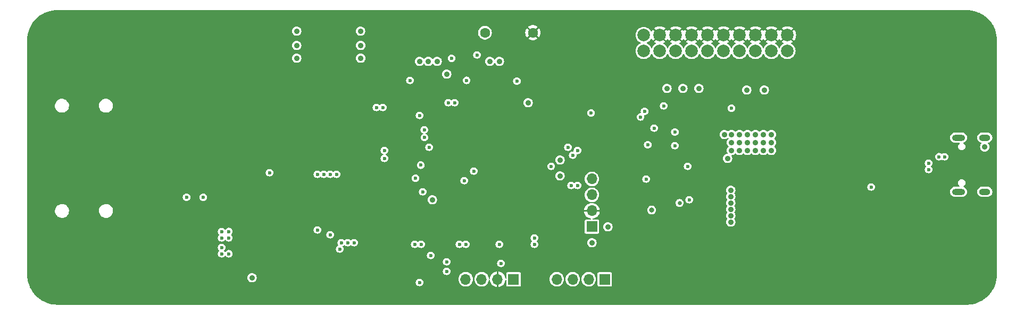
<source format=gbr>
%TF.GenerationSoftware,KiCad,Pcbnew,7.0.8*%
%TF.CreationDate,2024-02-04T20:23:02+01:00*%
%TF.ProjectId,schneidbrett,7363686e-6569-4646-9272-6574742e6b69,rev?*%
%TF.SameCoordinates,Original*%
%TF.FileFunction,Copper,L2,Inr*%
%TF.FilePolarity,Positive*%
%FSLAX46Y46*%
G04 Gerber Fmt 4.6, Leading zero omitted, Abs format (unit mm)*
G04 Created by KiCad (PCBNEW 7.0.8) date 2024-02-04 20:23:02*
%MOMM*%
%LPD*%
G01*
G04 APERTURE LIST*
%TA.AperFunction,ComponentPad*%
%ADD10C,5.600000*%
%TD*%
%TA.AperFunction,ComponentPad*%
%ADD11R,1.700000X1.700000*%
%TD*%
%TA.AperFunction,ComponentPad*%
%ADD12O,1.700000X1.700000*%
%TD*%
%TA.AperFunction,ComponentPad*%
%ADD13O,2.100000X1.000000*%
%TD*%
%TA.AperFunction,ComponentPad*%
%ADD14O,1.800000X1.000000*%
%TD*%
%TA.AperFunction,ComponentPad*%
%ADD15C,2.000000*%
%TD*%
%TA.AperFunction,ComponentPad*%
%ADD16C,1.600000*%
%TD*%
%TA.AperFunction,ViaPad*%
%ADD17C,0.600000*%
%TD*%
%TA.AperFunction,ViaPad*%
%ADD18C,0.900000*%
%TD*%
%TA.AperFunction,ViaPad*%
%ADD19C,0.700000*%
%TD*%
%TA.AperFunction,ViaPad*%
%ADD20C,0.650000*%
%TD*%
%TA.AperFunction,ViaPad*%
%ADD21C,0.800000*%
%TD*%
G04 APERTURE END LIST*
D10*
%TO.N,GND*%
%TO.C,H4*%
X226060000Y-75100000D03*
%TD*%
%TO.N,GND*%
%TO.C,H3*%
X226060000Y-112565000D03*
%TD*%
D11*
%TO.N,+3.3V*%
%TO.C,J4*%
X166370000Y-104892000D03*
D12*
%TO.N,GND*%
X166370000Y-102352000D03*
%TO.N,MCU_UART_RX*%
X166370000Y-99812000D03*
%TO.N,MCU_UART_TX*%
X166370000Y-97272000D03*
%TD*%
D10*
%TO.N,GND*%
%TO.C,H2*%
X81280000Y-112565000D03*
%TD*%
D11*
%TO.N,+3.3V*%
%TO.C,J6*%
X153914000Y-113284000D03*
D12*
%TO.N,GND*%
X151374000Y-113284000D03*
%TO.N,MCU_I2C_SDA*%
X148834000Y-113284000D03*
%TO.N,MCU_I2C_SCL*%
X146294000Y-113284000D03*
%TD*%
D13*
%TO.N,/Connectors/USB_SHIELDING*%
%TO.C,J5*%
X224733000Y-99316000D03*
D14*
X228913000Y-99316000D03*
D13*
X224733000Y-90676000D03*
D14*
X228913000Y-90676000D03*
%TD*%
D15*
%TO.N,+3.3V*%
%TO.C,J7*%
X174625000Y-76835000D03*
%TO.N,Net-(J7-VAPP)*%
X174625000Y-74295000D03*
%TO.N,/Connectors/JTAG_NTRST_INNER*%
X177165000Y-76835000D03*
%TO.N,GND*%
X177165000Y-74295000D03*
%TO.N,JTAG_TDI*%
X179705000Y-76835000D03*
%TO.N,GND*%
X179705000Y-74295000D03*
%TO.N,JTAG_TMS*%
X182245000Y-76835000D03*
%TO.N,GND*%
X182245000Y-74295000D03*
%TO.N,JTAG_TCK*%
X184785000Y-76835000D03*
%TO.N,GND*%
X184785000Y-74295000D03*
%TO.N,unconnected-(J7-Pad11)*%
X187325000Y-76835000D03*
%TO.N,GND*%
X187325000Y-74295000D03*
%TO.N,JTAG_TDO*%
X189865000Y-76835000D03*
%TO.N,GND*%
X189865000Y-74295000D03*
%TO.N,/Connectors/JTAG_NSRST_INNER*%
X192405000Y-76835000D03*
%TO.N,GND*%
X192405000Y-74295000D03*
%TO.N,unconnected-(J7-Pad17)*%
X194945000Y-76835000D03*
%TO.N,GND*%
X194945000Y-74295000D03*
%TO.N,Net-(J7-VDD)*%
X197485000Y-76835000D03*
%TO.N,GND*%
X197485000Y-74295000D03*
%TD*%
D11*
%TO.N,GPIO_OPT_3*%
%TO.C,J1*%
X168402000Y-113284000D03*
D12*
%TO.N,GPIO_OPT_2*%
X165862000Y-113284000D03*
%TO.N,GPIO_OPT_1*%
X163322000Y-113284000D03*
%TO.N,GPIO_OPT_0*%
X160782000Y-113284000D03*
%TD*%
D16*
%TO.N,GND*%
%TO.C,SW_BOOT1*%
X156972000Y-73914000D03*
%TO.N,/Controller/MCU_BOOT0*%
X149352000Y-73914000D03*
%TD*%
D10*
%TO.N,GND*%
%TO.C,H1*%
X81280000Y-75100000D03*
%TD*%
D17*
%TO.N,+5V*%
X210820000Y-98552000D03*
X181864000Y-100584000D03*
%TO.N,GND*%
X134874000Y-90932000D03*
D18*
X220980000Y-81280000D03*
X121920000Y-93980000D03*
X149860000Y-90170000D03*
X138684000Y-92710000D03*
X140970000Y-85090000D03*
X161290000Y-98298000D03*
X163830000Y-85090000D03*
X130937000Y-95250000D03*
X91440000Y-101600000D03*
D17*
X222631000Y-89535000D03*
X218440000Y-98044000D03*
D18*
X127254000Y-102362000D03*
X106680000Y-78740000D03*
D17*
X222631000Y-91059000D03*
D18*
X208280000Y-71628000D03*
X201930000Y-98552000D03*
X101600000Y-104140000D03*
D17*
X100965000Y-87630000D03*
D18*
X221742000Y-99187000D03*
X215900000Y-101600000D03*
D17*
X175260000Y-90805000D03*
D18*
X195580000Y-106680000D03*
X116840000Y-111760000D03*
X220599000Y-98171000D03*
X106680000Y-73660000D03*
X115570000Y-86360000D03*
X204978000Y-94234000D03*
X121920000Y-86360000D03*
X132080000Y-73660000D03*
X178816000Y-107442000D03*
D17*
X96647000Y-99568000D03*
D18*
X195580000Y-78740000D03*
X121920000Y-82550000D03*
D17*
X99695000Y-84455000D03*
D18*
X101600000Y-109220000D03*
X162560000Y-107442000D03*
X220980000Y-104140000D03*
X137160000Y-73660000D03*
X86360000Y-93980000D03*
X210312000Y-92710000D03*
X215900000Y-83820000D03*
X195580000Y-115570000D03*
X187452000Y-82804000D03*
X156210000Y-115570000D03*
X210566000Y-81534000D03*
X200406000Y-94234000D03*
X221742000Y-98171000D03*
X106680000Y-83820000D03*
D17*
X100965000Y-83312000D03*
D18*
X190500000Y-104140000D03*
X210820000Y-104140000D03*
X197358000Y-87630000D03*
X185420000Y-111760000D03*
X195580000Y-111760000D03*
X175260000Y-111760000D03*
X168910000Y-115570000D03*
X200660000Y-78740000D03*
D17*
X222631000Y-90297000D03*
X99695000Y-86487000D03*
D18*
X175260000Y-115570000D03*
X115570000Y-78740000D03*
X145542000Y-85852000D03*
X194310000Y-85852000D03*
X121920000Y-111760000D03*
X101600000Y-78740000D03*
X226822000Y-86614000D03*
X226822000Y-87884000D03*
X137160000Y-111760000D03*
X96520000Y-93980000D03*
X111760000Y-83820000D03*
X204470000Y-85090000D03*
X121920000Y-73660000D03*
X103378000Y-95250000D03*
X208280000Y-78740000D03*
X101600000Y-93980000D03*
X220980000Y-106680000D03*
X205740000Y-111760000D03*
X101600000Y-115570000D03*
X208280000Y-75438000D03*
X157226000Y-82550000D03*
X226060000Y-106680000D03*
X190500000Y-100076000D03*
X91440000Y-111760000D03*
X172720000Y-81280000D03*
X212598000Y-79756000D03*
X200660000Y-111760000D03*
X173990000Y-100076000D03*
X82550000Y-92075000D03*
X91440000Y-93980000D03*
X153670000Y-100330000D03*
X101600000Y-73660000D03*
X82550000Y-108585000D03*
X103378000Y-93726000D03*
X224028000Y-86614000D03*
X187452000Y-79756000D03*
X86360000Y-86360000D03*
D17*
X100965000Y-84455000D03*
D18*
X119380000Y-98552000D03*
X215900000Y-86360000D03*
D17*
X134112000Y-90932000D03*
D18*
X78740000Y-92075000D03*
X226060000Y-104140000D03*
X91440000Y-86360000D03*
X200660000Y-104140000D03*
X143764000Y-109220000D03*
X226822000Y-84074000D03*
D17*
X96647000Y-98806000D03*
D18*
X132080000Y-111760000D03*
X220980000Y-83820000D03*
X175260000Y-81280000D03*
X86360000Y-101600000D03*
X197866000Y-101600000D03*
X117856000Y-98552000D03*
X152400000Y-73660000D03*
D17*
X100965000Y-85471000D03*
D18*
X183896000Y-97536000D03*
X132080000Y-78740000D03*
X116840000Y-106680000D03*
X111760000Y-78740000D03*
X119380000Y-106172000D03*
D17*
X99441000Y-100330000D03*
D18*
X200406000Y-100076000D03*
X204978000Y-95758000D03*
X159766000Y-99568000D03*
X170180000Y-74930000D03*
X86360000Y-109220000D03*
X80645000Y-108585000D03*
X190500000Y-106680000D03*
X137160000Y-78740000D03*
X178308000Y-95758000D03*
X211582000Y-92710000D03*
D17*
X217424000Y-94234000D03*
D18*
X170180000Y-81280000D03*
X127000000Y-78740000D03*
X215900000Y-104140000D03*
X185420000Y-104140000D03*
X111760000Y-91440000D03*
X156210000Y-92202000D03*
X205740000Y-88900000D03*
X143256000Y-106426000D03*
X111760000Y-73660000D03*
X208280000Y-88900000D03*
X205740000Y-115570000D03*
X205740000Y-91440000D03*
X220980000Y-111760000D03*
X173990000Y-101092000D03*
X127000000Y-73660000D03*
X225552000Y-85344000D03*
X111760000Y-86360000D03*
D19*
X177800000Y-99568000D03*
D18*
X86360000Y-115570000D03*
X158750000Y-103886000D03*
X146050000Y-91440000D03*
X106680000Y-86360000D03*
X152908000Y-81534000D03*
X210820000Y-106680000D03*
X180340000Y-111760000D03*
X219456000Y-99187000D03*
X201930000Y-100076000D03*
X96520000Y-109220000D03*
X117602000Y-104902000D03*
X220980000Y-78740000D03*
X201168000Y-86106000D03*
X161290000Y-84074000D03*
X181864000Y-88900000D03*
X116332000Y-100076000D03*
X108204000Y-103632000D03*
D19*
X177800000Y-98552000D03*
D18*
X106934000Y-104140000D03*
X78740000Y-106680000D03*
X200660000Y-115570000D03*
X172212000Y-97028000D03*
X106680000Y-111760000D03*
X91440000Y-115570000D03*
X192278000Y-100076000D03*
X131826000Y-102870000D03*
X225552000Y-87884000D03*
D19*
X176784000Y-98552000D03*
D18*
X226822000Y-85344000D03*
X80645000Y-92075000D03*
X138303000Y-100203000D03*
X201930000Y-101600000D03*
X143002000Y-71374000D03*
X215900000Y-76200000D03*
X159258000Y-72898000D03*
X172720000Y-74930000D03*
X195580000Y-81280000D03*
X131826000Y-101346000D03*
X130937000Y-96774000D03*
D17*
X224028000Y-102997000D03*
D18*
X215900000Y-73660000D03*
X183896000Y-99060000D03*
X113030000Y-102870000D03*
X190500000Y-115570000D03*
X122936000Y-103378000D03*
X180340000Y-115570000D03*
X218313000Y-100203000D03*
X96520000Y-86360000D03*
X215900000Y-111760000D03*
X159766000Y-94234000D03*
X190500000Y-111760000D03*
D17*
X222631000Y-88773000D03*
D18*
X150622000Y-102870000D03*
X197866000Y-91440000D03*
D19*
X176784000Y-99568000D03*
D18*
X78740000Y-101600000D03*
X215900000Y-78740000D03*
X96520000Y-78740000D03*
X210820000Y-86360000D03*
X215900000Y-99060000D03*
X185420000Y-106680000D03*
D17*
X99441000Y-99568000D03*
D18*
X136398000Y-106426000D03*
X156210000Y-97790000D03*
X228600000Y-101600000D03*
X203200000Y-88900000D03*
X145542000Y-102870000D03*
X121920000Y-78740000D03*
X144780000Y-96520000D03*
X104902000Y-93726000D03*
X212598000Y-71628000D03*
X200406000Y-95758000D03*
X151130000Y-109220000D03*
D17*
X222631000Y-91821000D03*
D18*
X224028000Y-85344000D03*
X162560000Y-115570000D03*
X116840000Y-91440000D03*
X215900000Y-106680000D03*
X148844000Y-106426000D03*
X221742000Y-100203000D03*
X200660000Y-106680000D03*
X211582000Y-97282000D03*
X127000000Y-111760000D03*
X220599000Y-100203000D03*
X226060000Y-81280000D03*
X195072000Y-100076000D03*
D17*
X222631000Y-88011000D03*
D18*
X155448000Y-109220000D03*
X175768000Y-107442000D03*
X210566000Y-78105000D03*
X149860000Y-115570000D03*
X78740000Y-108585000D03*
X156210000Y-86614000D03*
X86360000Y-78740000D03*
X210312000Y-97282000D03*
X185928000Y-86360000D03*
X131826000Y-99822000D03*
X160020000Y-82550000D03*
D17*
X222631000Y-87249000D03*
X222631000Y-86487000D03*
D18*
X81280000Y-93980000D03*
X130556000Y-85090000D03*
X225552000Y-84074000D03*
X145288000Y-78740000D03*
X210566000Y-73406000D03*
X220980000Y-115570000D03*
X195580000Y-104140000D03*
X210820000Y-88900000D03*
X106680000Y-115570000D03*
X129032000Y-87630000D03*
X160020000Y-109220000D03*
X220599000Y-99187000D03*
X136906000Y-71374000D03*
X190246000Y-94234000D03*
D17*
X99441000Y-98806000D03*
D18*
X131826000Y-93980000D03*
X143510000Y-115570000D03*
D17*
X99695000Y-85471000D03*
D18*
X228600000Y-106680000D03*
D17*
X133096000Y-90932000D03*
D18*
X205740000Y-104140000D03*
X210820000Y-83820000D03*
X195072000Y-101600000D03*
X148590000Y-101600000D03*
X96520000Y-115570000D03*
X134620000Y-82804000D03*
X165100000Y-88900000D03*
X225552000Y-86614000D03*
X153670000Y-93980000D03*
X210820000Y-111760000D03*
X210566000Y-75946000D03*
X96520000Y-73660000D03*
X210820000Y-115570000D03*
X96520000Y-111760000D03*
X200406000Y-101600000D03*
X205740000Y-101600000D03*
D17*
X100965000Y-86487000D03*
D18*
X187198000Y-84582000D03*
X91440000Y-109220000D03*
X101600000Y-111760000D03*
X168910000Y-92710000D03*
X220599000Y-97155000D03*
X170180000Y-109220000D03*
X139192000Y-103124000D03*
X150622000Y-85090000D03*
X78740000Y-90170000D03*
X215900000Y-81280000D03*
X99060000Y-106680000D03*
X130937000Y-98298000D03*
X226060000Y-78740000D03*
X219456000Y-100203000D03*
X111760000Y-93980000D03*
X162560000Y-73660000D03*
X91440000Y-73660000D03*
X159258000Y-74676000D03*
X170180000Y-78740000D03*
X130556000Y-81788000D03*
D17*
X96647000Y-100330000D03*
D18*
X91440000Y-78740000D03*
X144780000Y-101600000D03*
D17*
%TO.N,+3.3V*%
X139192000Y-107696000D03*
X151638000Y-107696000D03*
D18*
X161290000Y-94234000D03*
X150114000Y-78486000D03*
D17*
X107442000Y-106680000D03*
D18*
X194945000Y-90170000D03*
X141732000Y-78486000D03*
X188595000Y-92710000D03*
X188595000Y-90170000D03*
D17*
X128524000Y-107442000D03*
D18*
X189865000Y-91440000D03*
D17*
X146431000Y-81534000D03*
X143256000Y-112014000D03*
D18*
X193675000Y-91440000D03*
D17*
X146304000Y-107696000D03*
X151892000Y-110744000D03*
D18*
X178308000Y-82804000D03*
X129576000Y-77978000D03*
X187452000Y-90170000D03*
D17*
X124714000Y-106172000D03*
D18*
X129540000Y-73660000D03*
X193802000Y-83058000D03*
X194945000Y-92710000D03*
D17*
X133350000Y-92710000D03*
X157226000Y-107696000D03*
D18*
X119380000Y-75946000D03*
X180848000Y-82804000D03*
D17*
X162560000Y-92202000D03*
D18*
X192405000Y-90170000D03*
D17*
X157226000Y-106680000D03*
X126492000Y-107442000D03*
D18*
X193675000Y-92710000D03*
X192405000Y-92710000D03*
D17*
X127508000Y-107442000D03*
D18*
X183388000Y-82804000D03*
X156210000Y-85090000D03*
X129576000Y-75946000D03*
X151638000Y-78486000D03*
X187960000Y-93980000D03*
X138938000Y-78486000D03*
X161290000Y-96774000D03*
X189865000Y-90170000D03*
X191135000Y-90170000D03*
X192405000Y-91440000D03*
X168910000Y-104902000D03*
X189865000Y-92710000D03*
D17*
X137414000Y-81534000D03*
X107442000Y-105664000D03*
X143256000Y-110490000D03*
X139446000Y-99314000D03*
X145288000Y-107696000D03*
X132080000Y-85852000D03*
D18*
X193675000Y-90170000D03*
D17*
X108585000Y-106680000D03*
D18*
X166370000Y-107442000D03*
D17*
X133350000Y-93980000D03*
D18*
X194945000Y-91440000D03*
D17*
X138176000Y-107696000D03*
X133096000Y-85852000D03*
D18*
X191135000Y-91440000D03*
X191008000Y-83058000D03*
X119380000Y-77978000D03*
X191135000Y-92710000D03*
D17*
X144526000Y-85090000D03*
D18*
X119380000Y-73660000D03*
X188595000Y-91440000D03*
D17*
X108585000Y-105664000D03*
X175260000Y-91821000D03*
D18*
X140335000Y-78486000D03*
D17*
%TO.N,+3.3VA*%
X107442000Y-109220000D03*
X107442000Y-108204000D03*
D18*
X188468000Y-103124000D03*
D17*
X108585000Y-109220000D03*
D18*
X140970000Y-100584000D03*
X188468000Y-104140000D03*
X188468000Y-102108000D03*
X188468000Y-99060000D03*
X188468000Y-100076000D03*
X112268000Y-113030000D03*
X188468000Y-101092000D03*
D17*
%TO.N,USB+*%
X219964000Y-95758000D03*
X222504000Y-93726000D03*
%TO.N,+VCCIO_FTDI*%
X175006000Y-97282000D03*
D20*
X180340000Y-101092000D03*
D17*
%TO.N,USB-*%
X219964000Y-94742000D03*
X221615000Y-93726000D03*
D21*
%TO.N,/Peripherals/FTDI_CBUS2*%
X175895000Y-102235000D03*
D17*
X181610000Y-95250000D03*
%TO.N,JTAG_NTRST*%
X144039977Y-77999977D03*
X148082000Y-77470000D03*
%TO.N,JTAG_TDI*%
X177800000Y-85598000D03*
X174752000Y-86487000D03*
%TO.N,JTAG_TMS*%
X176276000Y-89154000D03*
X166243000Y-86741000D03*
%TO.N,JTAG_TCK*%
X179578000Y-89789000D03*
X179578000Y-91948000D03*
%TO.N,JTAG_TDO*%
X154432000Y-81661000D03*
X143510000Y-85090000D03*
X174117000Y-87376000D03*
X188595000Y-85979000D03*
%TO.N,GEN_SPI_DATA*%
X139123964Y-95062373D03*
X122682000Y-96520000D03*
%TO.N,GEN_SPI_CLK*%
X139700000Y-89408000D03*
X123698000Y-96520000D03*
%TO.N,GEN_SPI_CSEL*%
X139725233Y-90652767D03*
X124714000Y-96520000D03*
D18*
%TO.N,/Controller/MCU_BOOT0*%
X143256000Y-80518000D03*
D17*
%TO.N,Audio_Out_Left*%
X104521000Y-100203000D03*
X101854000Y-100203000D03*
%TO.N,GEN_REFCLK*%
X146050000Y-97536000D03*
X122682000Y-105410000D03*
X147574000Y-96012000D03*
X126238000Y-108458000D03*
%TO.N,GEN_WAVEFORM*%
X140462000Y-92202000D03*
X125730000Y-96520000D03*
%TO.N,MCU_UART_RTS*%
X163322000Y-93472000D03*
X163068000Y-98298000D03*
%TO.N,MCU_UART_CTS*%
X164084000Y-98298000D03*
X164084000Y-92710000D03*
%TO.N,JTAG_NSRST*%
X138303000Y-97155000D03*
X159893000Y-95250000D03*
%TO.N,Audio_Out_Right_MCU*%
X138938000Y-113792000D03*
X140716000Y-109474000D03*
%TO.N,Audio_Shutdown*%
X115062000Y-96266000D03*
X138938000Y-87122000D03*
D18*
%TO.N,/Connectors/USB_SHIELDING*%
X228913000Y-92143000D03*
%TD*%
%TA.AperFunction,Conductor*%
%TO.N,GND*%
G36*
X176737075Y-74722925D02*
G01*
X176837099Y-74799676D01*
X176266794Y-75369981D01*
X176396645Y-75471048D01*
X176552469Y-75555376D01*
X176586062Y-75593241D01*
X176587457Y-75643841D01*
X176556001Y-75683499D01*
X176548525Y-75687523D01*
X176512262Y-75704433D01*
X176325863Y-75834950D01*
X176164953Y-75995860D01*
X176034435Y-76182260D01*
X175962067Y-76337453D01*
X175926273Y-76373246D01*
X175875847Y-76377657D01*
X175834383Y-76348623D01*
X175827933Y-76337453D01*
X175798200Y-76273691D01*
X175755568Y-76182266D01*
X175625047Y-75995861D01*
X175464139Y-75834953D01*
X175382717Y-75777941D01*
X175277739Y-75704435D01*
X175277735Y-75704433D01*
X175277734Y-75704432D01*
X175122544Y-75632065D01*
X175086753Y-75596274D01*
X175082342Y-75545847D01*
X175111375Y-75504383D01*
X175122538Y-75497937D01*
X175277734Y-75425568D01*
X175464139Y-75295047D01*
X175625047Y-75134139D01*
X175755568Y-74947734D01*
X175772485Y-74911454D01*
X175808276Y-74875662D01*
X175858702Y-74871249D01*
X175900167Y-74900282D01*
X175907318Y-74913002D01*
X175929517Y-74963610D01*
X176056414Y-75157841D01*
X176089471Y-75193750D01*
X176660322Y-74622898D01*
X176737075Y-74722925D01*
G37*
%TD.AperFunction*%
%TA.AperFunction,Conductor*%
G36*
X179277075Y-74722925D02*
G01*
X179377099Y-74799676D01*
X178806794Y-75369981D01*
X178936645Y-75471048D01*
X179092469Y-75555376D01*
X179126062Y-75593241D01*
X179127457Y-75643841D01*
X179096001Y-75683499D01*
X179088525Y-75687523D01*
X179052262Y-75704433D01*
X178865863Y-75834950D01*
X178704953Y-75995860D01*
X178574435Y-76182260D01*
X178502067Y-76337453D01*
X178466273Y-76373246D01*
X178415847Y-76377657D01*
X178374383Y-76348623D01*
X178367933Y-76337453D01*
X178338200Y-76273691D01*
X178295568Y-76182266D01*
X178165047Y-75995861D01*
X178004139Y-75834953D01*
X178004136Y-75834950D01*
X177817736Y-75704433D01*
X177817733Y-75704431D01*
X177781474Y-75687523D01*
X177745682Y-75651730D01*
X177741271Y-75601303D01*
X177770305Y-75559839D01*
X177777529Y-75555376D01*
X177933354Y-75471048D01*
X178063203Y-75369980D01*
X177492899Y-74799676D01*
X177592925Y-74722925D01*
X177669677Y-74622900D01*
X178240527Y-75193750D01*
X178240528Y-75193750D01*
X178273579Y-75157849D01*
X178273585Y-75157842D01*
X178373050Y-75005599D01*
X178413559Y-74975247D01*
X178464101Y-74978035D01*
X178496950Y-75005599D01*
X178596414Y-75157841D01*
X178629471Y-75193750D01*
X179200322Y-74622898D01*
X179277075Y-74722925D01*
G37*
%TD.AperFunction*%
%TA.AperFunction,Conductor*%
G36*
X181817075Y-74722925D02*
G01*
X181917099Y-74799676D01*
X181346794Y-75369981D01*
X181476645Y-75471048D01*
X181632469Y-75555376D01*
X181666062Y-75593241D01*
X181667457Y-75643841D01*
X181636001Y-75683499D01*
X181628525Y-75687523D01*
X181592262Y-75704433D01*
X181405863Y-75834950D01*
X181244953Y-75995860D01*
X181114435Y-76182260D01*
X181042067Y-76337453D01*
X181006273Y-76373246D01*
X180955847Y-76377657D01*
X180914383Y-76348623D01*
X180907933Y-76337453D01*
X180878200Y-76273691D01*
X180835568Y-76182266D01*
X180705047Y-75995861D01*
X180544139Y-75834953D01*
X180544136Y-75834950D01*
X180357736Y-75704433D01*
X180357733Y-75704431D01*
X180321474Y-75687523D01*
X180285682Y-75651730D01*
X180281271Y-75601303D01*
X180310305Y-75559839D01*
X180317529Y-75555376D01*
X180473354Y-75471048D01*
X180603203Y-75369980D01*
X180032899Y-74799676D01*
X180132925Y-74722925D01*
X180209677Y-74622900D01*
X180780527Y-75193750D01*
X180780528Y-75193750D01*
X180813579Y-75157849D01*
X180813585Y-75157842D01*
X180913050Y-75005599D01*
X180953559Y-74975247D01*
X181004101Y-74978035D01*
X181036950Y-75005599D01*
X181136414Y-75157841D01*
X181169471Y-75193750D01*
X181740322Y-74622898D01*
X181817075Y-74722925D01*
G37*
%TD.AperFunction*%
%TA.AperFunction,Conductor*%
G36*
X184357075Y-74722925D02*
G01*
X184457099Y-74799676D01*
X183886794Y-75369981D01*
X184016645Y-75471048D01*
X184172469Y-75555376D01*
X184206062Y-75593241D01*
X184207457Y-75643841D01*
X184176001Y-75683499D01*
X184168525Y-75687523D01*
X184132262Y-75704433D01*
X183945863Y-75834950D01*
X183784953Y-75995860D01*
X183654435Y-76182260D01*
X183582067Y-76337453D01*
X183546273Y-76373246D01*
X183495847Y-76377657D01*
X183454383Y-76348623D01*
X183447933Y-76337453D01*
X183418200Y-76273691D01*
X183375568Y-76182266D01*
X183245047Y-75995861D01*
X183084139Y-75834953D01*
X183084136Y-75834950D01*
X182897736Y-75704433D01*
X182897733Y-75704431D01*
X182861474Y-75687523D01*
X182825682Y-75651730D01*
X182821271Y-75601303D01*
X182850305Y-75559839D01*
X182857529Y-75555376D01*
X183013354Y-75471048D01*
X183143203Y-75369980D01*
X182572899Y-74799676D01*
X182672925Y-74722925D01*
X182749677Y-74622900D01*
X183320527Y-75193750D01*
X183320528Y-75193750D01*
X183353579Y-75157849D01*
X183353585Y-75157842D01*
X183453050Y-75005599D01*
X183493559Y-74975247D01*
X183544101Y-74978035D01*
X183576950Y-75005599D01*
X183676414Y-75157841D01*
X183709471Y-75193750D01*
X184280322Y-74622898D01*
X184357075Y-74722925D01*
G37*
%TD.AperFunction*%
%TA.AperFunction,Conductor*%
G36*
X186897075Y-74722925D02*
G01*
X186997099Y-74799676D01*
X186426794Y-75369981D01*
X186556645Y-75471048D01*
X186712469Y-75555376D01*
X186746062Y-75593241D01*
X186747457Y-75643841D01*
X186716001Y-75683499D01*
X186708525Y-75687523D01*
X186672262Y-75704433D01*
X186485863Y-75834950D01*
X186324953Y-75995860D01*
X186194435Y-76182260D01*
X186122067Y-76337453D01*
X186086273Y-76373246D01*
X186035847Y-76377657D01*
X185994383Y-76348623D01*
X185987933Y-76337453D01*
X185958200Y-76273691D01*
X185915568Y-76182266D01*
X185785047Y-75995861D01*
X185624139Y-75834953D01*
X185624136Y-75834950D01*
X185437736Y-75704433D01*
X185437733Y-75704431D01*
X185401474Y-75687523D01*
X185365682Y-75651730D01*
X185361271Y-75601303D01*
X185390305Y-75559839D01*
X185397529Y-75555376D01*
X185553354Y-75471048D01*
X185683203Y-75369980D01*
X185112899Y-74799676D01*
X185212925Y-74722925D01*
X185289677Y-74622900D01*
X185860527Y-75193750D01*
X185860528Y-75193750D01*
X185893579Y-75157849D01*
X185893585Y-75157842D01*
X185993050Y-75005599D01*
X186033559Y-74975247D01*
X186084101Y-74978035D01*
X186116950Y-75005599D01*
X186216414Y-75157841D01*
X186249471Y-75193750D01*
X186820322Y-74622898D01*
X186897075Y-74722925D01*
G37*
%TD.AperFunction*%
%TA.AperFunction,Conductor*%
G36*
X189437075Y-74722925D02*
G01*
X189537099Y-74799676D01*
X188966794Y-75369981D01*
X189096645Y-75471048D01*
X189252469Y-75555376D01*
X189286062Y-75593241D01*
X189287457Y-75643841D01*
X189256001Y-75683499D01*
X189248525Y-75687523D01*
X189212262Y-75704433D01*
X189025863Y-75834950D01*
X188864953Y-75995860D01*
X188734435Y-76182260D01*
X188662067Y-76337453D01*
X188626273Y-76373246D01*
X188575847Y-76377657D01*
X188534383Y-76348623D01*
X188527933Y-76337453D01*
X188498200Y-76273691D01*
X188455568Y-76182266D01*
X188325047Y-75995861D01*
X188164139Y-75834953D01*
X188164136Y-75834950D01*
X187977736Y-75704433D01*
X187977733Y-75704431D01*
X187941474Y-75687523D01*
X187905682Y-75651730D01*
X187901271Y-75601303D01*
X187930305Y-75559839D01*
X187937529Y-75555376D01*
X188093354Y-75471048D01*
X188223203Y-75369980D01*
X187652899Y-74799676D01*
X187752925Y-74722925D01*
X187829677Y-74622900D01*
X188400527Y-75193750D01*
X188400528Y-75193750D01*
X188433579Y-75157849D01*
X188433585Y-75157842D01*
X188533050Y-75005599D01*
X188573559Y-74975247D01*
X188624101Y-74978035D01*
X188656950Y-75005599D01*
X188756414Y-75157841D01*
X188789471Y-75193750D01*
X189360322Y-74622898D01*
X189437075Y-74722925D01*
G37*
%TD.AperFunction*%
%TA.AperFunction,Conductor*%
G36*
X191977075Y-74722925D02*
G01*
X192077099Y-74799676D01*
X191506794Y-75369981D01*
X191636645Y-75471048D01*
X191792469Y-75555376D01*
X191826062Y-75593241D01*
X191827457Y-75643841D01*
X191796001Y-75683499D01*
X191788525Y-75687523D01*
X191752262Y-75704433D01*
X191565863Y-75834950D01*
X191404953Y-75995860D01*
X191274435Y-76182260D01*
X191202067Y-76337453D01*
X191166273Y-76373246D01*
X191115847Y-76377657D01*
X191074383Y-76348623D01*
X191067933Y-76337453D01*
X191038200Y-76273691D01*
X190995568Y-76182266D01*
X190865047Y-75995861D01*
X190704139Y-75834953D01*
X190704136Y-75834950D01*
X190517736Y-75704433D01*
X190517733Y-75704431D01*
X190481474Y-75687523D01*
X190445682Y-75651730D01*
X190441271Y-75601303D01*
X190470305Y-75559839D01*
X190477529Y-75555376D01*
X190633354Y-75471048D01*
X190763203Y-75369980D01*
X190192899Y-74799676D01*
X190292925Y-74722925D01*
X190369677Y-74622900D01*
X190940527Y-75193750D01*
X190940528Y-75193750D01*
X190973579Y-75157849D01*
X190973585Y-75157842D01*
X191073050Y-75005599D01*
X191113559Y-74975247D01*
X191164101Y-74978035D01*
X191196950Y-75005599D01*
X191296414Y-75157841D01*
X191329471Y-75193750D01*
X191900322Y-74622898D01*
X191977075Y-74722925D01*
G37*
%TD.AperFunction*%
%TA.AperFunction,Conductor*%
G36*
X194517075Y-74722925D02*
G01*
X194617099Y-74799676D01*
X194046794Y-75369981D01*
X194176645Y-75471048D01*
X194332469Y-75555376D01*
X194366062Y-75593241D01*
X194367457Y-75643841D01*
X194336001Y-75683499D01*
X194328525Y-75687523D01*
X194292262Y-75704433D01*
X194105863Y-75834950D01*
X193944953Y-75995860D01*
X193814435Y-76182260D01*
X193742067Y-76337453D01*
X193706273Y-76373246D01*
X193655847Y-76377657D01*
X193614383Y-76348623D01*
X193607933Y-76337453D01*
X193578200Y-76273691D01*
X193535568Y-76182266D01*
X193405047Y-75995861D01*
X193244139Y-75834953D01*
X193244136Y-75834950D01*
X193057736Y-75704433D01*
X193057733Y-75704431D01*
X193021474Y-75687523D01*
X192985682Y-75651730D01*
X192981271Y-75601303D01*
X193010305Y-75559839D01*
X193017529Y-75555376D01*
X193173354Y-75471048D01*
X193303203Y-75369980D01*
X192732899Y-74799676D01*
X192832925Y-74722925D01*
X192909677Y-74622900D01*
X193480527Y-75193750D01*
X193480528Y-75193750D01*
X193513579Y-75157849D01*
X193513585Y-75157842D01*
X193613050Y-75005599D01*
X193653559Y-74975247D01*
X193704101Y-74978035D01*
X193736950Y-75005599D01*
X193836414Y-75157841D01*
X193869471Y-75193750D01*
X194440322Y-74622898D01*
X194517075Y-74722925D01*
G37*
%TD.AperFunction*%
%TA.AperFunction,Conductor*%
G36*
X197057075Y-74722925D02*
G01*
X197157099Y-74799676D01*
X196586794Y-75369981D01*
X196716645Y-75471048D01*
X196872469Y-75555376D01*
X196906062Y-75593241D01*
X196907457Y-75643841D01*
X196876001Y-75683499D01*
X196868525Y-75687523D01*
X196832262Y-75704433D01*
X196645863Y-75834950D01*
X196484953Y-75995860D01*
X196354435Y-76182260D01*
X196282067Y-76337453D01*
X196246273Y-76373246D01*
X196195847Y-76377657D01*
X196154383Y-76348623D01*
X196147933Y-76337453D01*
X196118200Y-76273691D01*
X196075568Y-76182266D01*
X195945047Y-75995861D01*
X195784139Y-75834953D01*
X195784136Y-75834950D01*
X195597736Y-75704433D01*
X195597733Y-75704431D01*
X195561474Y-75687523D01*
X195525682Y-75651730D01*
X195521271Y-75601303D01*
X195550305Y-75559839D01*
X195557529Y-75555376D01*
X195713354Y-75471048D01*
X195843203Y-75369980D01*
X195272899Y-74799676D01*
X195372925Y-74722925D01*
X195449677Y-74622900D01*
X196020527Y-75193750D01*
X196020528Y-75193750D01*
X196053579Y-75157849D01*
X196053585Y-75157842D01*
X196153050Y-75005599D01*
X196193559Y-74975247D01*
X196244101Y-74978035D01*
X196276950Y-75005599D01*
X196376414Y-75157841D01*
X196409471Y-75193750D01*
X196980322Y-74622898D01*
X197057075Y-74722925D01*
G37*
%TD.AperFunction*%
%TA.AperFunction,Conductor*%
G36*
X226474950Y-70338617D02*
G01*
X226478157Y-70338897D01*
X226772387Y-70377633D01*
X226888347Y-70392900D01*
X226891527Y-70393461D01*
X227295451Y-70483009D01*
X227298552Y-70483839D01*
X227693165Y-70608259D01*
X227696164Y-70609351D01*
X227919638Y-70701917D01*
X228078411Y-70767684D01*
X228081338Y-70769049D01*
X228448317Y-70960086D01*
X228451107Y-70961696D01*
X228496659Y-70990716D01*
X228800048Y-71183996D01*
X228802689Y-71185845D01*
X228941239Y-71292159D01*
X229130912Y-71437700D01*
X229133386Y-71439776D01*
X229438424Y-71719291D01*
X229440708Y-71721575D01*
X229720223Y-72026613D01*
X229722299Y-72029087D01*
X229974151Y-72357306D01*
X229976003Y-72359951D01*
X230198299Y-72708886D01*
X230199913Y-72711682D01*
X230390950Y-73078661D01*
X230392315Y-73081588D01*
X230550643Y-73463823D01*
X230551744Y-73466847D01*
X230672080Y-73848504D01*
X230676155Y-73861429D01*
X230676990Y-73864548D01*
X230766538Y-74268472D01*
X230767099Y-74271652D01*
X230821101Y-74681832D01*
X230821382Y-74685049D01*
X230839500Y-75100000D01*
X230839500Y-112565000D01*
X230821382Y-112979950D01*
X230821101Y-112983167D01*
X230767099Y-113393347D01*
X230766538Y-113396527D01*
X230676990Y-113800451D01*
X230676155Y-113803570D01*
X230557826Y-114178865D01*
X230551748Y-114198141D01*
X230550643Y-114201176D01*
X230392315Y-114583411D01*
X230390950Y-114586338D01*
X230199913Y-114953317D01*
X230198299Y-114956113D01*
X229976003Y-115305048D01*
X229974151Y-115307693D01*
X229722299Y-115635912D01*
X229720223Y-115638386D01*
X229440708Y-115943424D01*
X229438424Y-115945708D01*
X229133386Y-116225223D01*
X229130912Y-116227299D01*
X228802693Y-116479151D01*
X228800048Y-116481003D01*
X228451113Y-116703299D01*
X228448317Y-116704913D01*
X228081338Y-116895950D01*
X228078411Y-116897315D01*
X227696176Y-117055643D01*
X227693144Y-117056746D01*
X227495855Y-117118951D01*
X227298570Y-117181155D01*
X227295451Y-117181990D01*
X226891527Y-117271538D01*
X226888347Y-117272099D01*
X226478167Y-117326101D01*
X226474950Y-117326382D01*
X226060000Y-117344500D01*
X81280000Y-117344500D01*
X80865049Y-117326382D01*
X80861832Y-117326101D01*
X80451652Y-117272099D01*
X80448472Y-117271538D01*
X80044548Y-117181990D01*
X80041429Y-117181155D01*
X79646847Y-117056744D01*
X79643823Y-117055643D01*
X79261588Y-116897315D01*
X79258661Y-116895950D01*
X78891682Y-116704913D01*
X78888886Y-116703299D01*
X78539951Y-116481003D01*
X78537306Y-116479151D01*
X78209084Y-116227297D01*
X78206613Y-116225223D01*
X77901575Y-115945708D01*
X77899291Y-115943424D01*
X77619776Y-115638386D01*
X77617700Y-115635912D01*
X77376482Y-115321552D01*
X77365845Y-115307689D01*
X77363996Y-115305048D01*
X77141700Y-114956113D01*
X77140086Y-114953317D01*
X76949049Y-114586338D01*
X76947684Y-114583411D01*
X76869773Y-114395319D01*
X76789351Y-114201164D01*
X76788259Y-114198165D01*
X76663839Y-113803552D01*
X76663009Y-113800451D01*
X76661135Y-113792000D01*
X138332318Y-113792000D01*
X138352955Y-113948760D01*
X138352955Y-113948761D01*
X138413464Y-114094841D01*
X138509715Y-114220279D01*
X138509720Y-114220284D01*
X138542210Y-114245214D01*
X138635159Y-114316536D01*
X138781238Y-114377044D01*
X138938000Y-114397682D01*
X139094762Y-114377044D01*
X139240841Y-114316536D01*
X139366282Y-114220282D01*
X139462536Y-114094841D01*
X139523044Y-113948762D01*
X139543682Y-113792000D01*
X139523044Y-113635238D01*
X139462536Y-113489159D01*
X139389017Y-113393347D01*
X139366284Y-113363720D01*
X139366279Y-113363715D01*
X139262395Y-113284003D01*
X145138571Y-113284003D01*
X145158242Y-113496303D01*
X145158243Y-113496309D01*
X145216593Y-113701383D01*
X145216596Y-113701393D01*
X145311632Y-113892252D01*
X145311634Y-113892255D01*
X145440128Y-114062407D01*
X145597698Y-114206052D01*
X145778981Y-114318298D01*
X145977802Y-114395321D01*
X146187390Y-114434500D01*
X146400610Y-114434500D01*
X146610198Y-114395321D01*
X146809019Y-114318298D01*
X146990302Y-114206052D01*
X147147872Y-114062407D01*
X147276366Y-113892255D01*
X147371405Y-113701389D01*
X147429756Y-113496310D01*
X147435071Y-113438958D01*
X147449429Y-113284003D01*
X147678571Y-113284003D01*
X147698242Y-113496303D01*
X147698243Y-113496309D01*
X147756593Y-113701383D01*
X147756596Y-113701393D01*
X147851632Y-113892252D01*
X147851634Y-113892255D01*
X147980128Y-114062407D01*
X148137698Y-114206052D01*
X148318981Y-114318298D01*
X148517802Y-114395321D01*
X148727390Y-114434500D01*
X148940610Y-114434500D01*
X149150198Y-114395321D01*
X149349019Y-114318298D01*
X149530302Y-114206052D01*
X149687872Y-114062407D01*
X149816366Y-113892255D01*
X149911405Y-113701389D01*
X149969756Y-113496310D01*
X149975071Y-113438958D01*
X149980390Y-113381551D01*
X150002017Y-113335784D01*
X150048003Y-113314627D01*
X150096829Y-113327979D01*
X150125650Y-113369592D01*
X150127792Y-113381928D01*
X150138287Y-113501886D01*
X150138288Y-113501893D01*
X150194895Y-113713153D01*
X150287334Y-113911388D01*
X150412785Y-114090551D01*
X150567448Y-114245214D01*
X150746611Y-114370665D01*
X150944846Y-114463104D01*
X151156106Y-114519711D01*
X151156113Y-114519712D01*
X151249000Y-114527838D01*
X151249000Y-113771169D01*
X151338237Y-113784000D01*
X151409763Y-113784000D01*
X151499000Y-113771169D01*
X151499000Y-114527837D01*
X151591886Y-114519712D01*
X151591893Y-114519711D01*
X151803153Y-114463104D01*
X152001388Y-114370665D01*
X152180551Y-114245214D01*
X152335214Y-114090551D01*
X152460665Y-113911388D01*
X152553104Y-113713153D01*
X152609711Y-113501893D01*
X152609712Y-113501886D01*
X152615782Y-113432509D01*
X152637174Y-113386633D01*
X152683050Y-113365240D01*
X152731944Y-113378340D01*
X152760978Y-113419805D01*
X152763500Y-113438958D01*
X152763500Y-114178863D01*
X152766414Y-114203986D01*
X152766415Y-114203992D01*
X152811794Y-114306765D01*
X152891235Y-114386206D01*
X152994009Y-114431585D01*
X153019135Y-114434500D01*
X154808864Y-114434499D01*
X154833991Y-114431585D01*
X154936765Y-114386206D01*
X155016206Y-114306765D01*
X155061585Y-114203991D01*
X155064500Y-114178865D01*
X155064500Y-113284003D01*
X159626571Y-113284003D01*
X159646242Y-113496303D01*
X159646243Y-113496309D01*
X159704593Y-113701383D01*
X159704596Y-113701393D01*
X159799632Y-113892252D01*
X159799634Y-113892255D01*
X159928128Y-114062407D01*
X160085698Y-114206052D01*
X160266981Y-114318298D01*
X160465802Y-114395321D01*
X160675390Y-114434500D01*
X160888610Y-114434500D01*
X161098198Y-114395321D01*
X161297019Y-114318298D01*
X161478302Y-114206052D01*
X161635872Y-114062407D01*
X161764366Y-113892255D01*
X161859405Y-113701389D01*
X161917756Y-113496310D01*
X161923071Y-113438958D01*
X161937429Y-113284003D01*
X162166571Y-113284003D01*
X162186242Y-113496303D01*
X162186243Y-113496309D01*
X162244593Y-113701383D01*
X162244596Y-113701393D01*
X162339632Y-113892252D01*
X162339634Y-113892255D01*
X162468128Y-114062407D01*
X162625698Y-114206052D01*
X162806981Y-114318298D01*
X163005802Y-114395321D01*
X163215390Y-114434500D01*
X163428610Y-114434500D01*
X163638198Y-114395321D01*
X163837019Y-114318298D01*
X164018302Y-114206052D01*
X164175872Y-114062407D01*
X164304366Y-113892255D01*
X164399405Y-113701389D01*
X164457756Y-113496310D01*
X164463071Y-113438958D01*
X164477429Y-113284003D01*
X164706571Y-113284003D01*
X164726242Y-113496303D01*
X164726243Y-113496309D01*
X164784593Y-113701383D01*
X164784596Y-113701393D01*
X164879632Y-113892252D01*
X164879634Y-113892255D01*
X165008128Y-114062407D01*
X165165698Y-114206052D01*
X165346981Y-114318298D01*
X165545802Y-114395321D01*
X165755390Y-114434500D01*
X165968610Y-114434500D01*
X166178198Y-114395321D01*
X166377019Y-114318298D01*
X166558302Y-114206052D01*
X166588127Y-114178863D01*
X167251500Y-114178863D01*
X167254414Y-114203986D01*
X167254415Y-114203992D01*
X167299794Y-114306765D01*
X167379235Y-114386206D01*
X167482009Y-114431585D01*
X167507135Y-114434500D01*
X169296864Y-114434499D01*
X169321991Y-114431585D01*
X169424765Y-114386206D01*
X169504206Y-114306765D01*
X169549585Y-114203991D01*
X169552500Y-114178865D01*
X169552499Y-112389136D01*
X169549585Y-112364009D01*
X169504206Y-112261235D01*
X169424765Y-112181794D01*
X169321991Y-112136415D01*
X169321990Y-112136414D01*
X169321988Y-112136414D01*
X169300659Y-112133940D01*
X169296865Y-112133500D01*
X169296864Y-112133500D01*
X167507136Y-112133500D01*
X167482013Y-112136414D01*
X167482007Y-112136415D01*
X167379234Y-112181794D01*
X167299794Y-112261234D01*
X167254414Y-112364011D01*
X167251500Y-112389135D01*
X167251500Y-114178863D01*
X166588127Y-114178863D01*
X166715872Y-114062407D01*
X166844366Y-113892255D01*
X166939405Y-113701389D01*
X166997756Y-113496310D01*
X167003071Y-113438958D01*
X167017429Y-113284003D01*
X167017429Y-113283996D01*
X166997757Y-113071696D01*
X166997756Y-113071690D01*
X166985894Y-113030000D01*
X166939405Y-112866611D01*
X166937079Y-112861940D01*
X166844367Y-112675747D01*
X166844363Y-112675741D01*
X166802028Y-112619681D01*
X166715872Y-112505593D01*
X166558302Y-112361948D01*
X166377019Y-112249702D01*
X166178198Y-112172679D01*
X166086150Y-112155472D01*
X165968613Y-112133500D01*
X165968610Y-112133500D01*
X165755390Y-112133500D01*
X165755386Y-112133500D01*
X165598670Y-112162796D01*
X165545802Y-112172679D01*
X165545800Y-112172679D01*
X165545798Y-112172680D01*
X165346986Y-112249700D01*
X165346981Y-112249702D01*
X165346976Y-112249704D01*
X165346976Y-112249705D01*
X165165700Y-112361946D01*
X165008130Y-112505590D01*
X164879636Y-112675741D01*
X164879632Y-112675747D01*
X164784596Y-112866606D01*
X164784593Y-112866616D01*
X164726243Y-113071690D01*
X164726242Y-113071696D01*
X164706571Y-113283996D01*
X164706571Y-113284003D01*
X164477429Y-113284003D01*
X164477429Y-113283996D01*
X164457757Y-113071696D01*
X164457756Y-113071690D01*
X164445894Y-113030000D01*
X164399405Y-112866611D01*
X164397079Y-112861940D01*
X164304367Y-112675747D01*
X164304363Y-112675741D01*
X164262028Y-112619681D01*
X164175872Y-112505593D01*
X164018302Y-112361948D01*
X163837019Y-112249702D01*
X163638198Y-112172679D01*
X163546150Y-112155472D01*
X163428613Y-112133500D01*
X163428610Y-112133500D01*
X163215390Y-112133500D01*
X163215386Y-112133500D01*
X163058670Y-112162796D01*
X163005802Y-112172679D01*
X163005800Y-112172679D01*
X163005798Y-112172680D01*
X162806986Y-112249700D01*
X162806981Y-112249702D01*
X162806976Y-112249704D01*
X162806976Y-112249705D01*
X162625700Y-112361946D01*
X162468130Y-112505590D01*
X162339636Y-112675741D01*
X162339632Y-112675747D01*
X162244596Y-112866606D01*
X162244593Y-112866616D01*
X162186243Y-113071690D01*
X162186242Y-113071696D01*
X162166571Y-113283996D01*
X162166571Y-113284003D01*
X161937429Y-113284003D01*
X161937429Y-113283996D01*
X161917757Y-113071696D01*
X161917756Y-113071690D01*
X161905894Y-113030000D01*
X161859405Y-112866611D01*
X161857079Y-112861940D01*
X161764367Y-112675747D01*
X161764363Y-112675741D01*
X161722028Y-112619681D01*
X161635872Y-112505593D01*
X161478302Y-112361948D01*
X161297019Y-112249702D01*
X161098198Y-112172679D01*
X161006150Y-112155472D01*
X160888613Y-112133500D01*
X160888610Y-112133500D01*
X160675390Y-112133500D01*
X160675386Y-112133500D01*
X160518670Y-112162796D01*
X160465802Y-112172679D01*
X160465800Y-112172679D01*
X160465798Y-112172680D01*
X160266986Y-112249700D01*
X160266981Y-112249702D01*
X160266976Y-112249704D01*
X160266976Y-112249705D01*
X160085700Y-112361946D01*
X159928130Y-112505590D01*
X159799636Y-112675741D01*
X159799632Y-112675747D01*
X159704596Y-112866606D01*
X159704593Y-112866616D01*
X159646243Y-113071690D01*
X159646242Y-113071696D01*
X159626571Y-113283996D01*
X159626571Y-113284003D01*
X155064500Y-113284003D01*
X155064499Y-112389136D01*
X155061585Y-112364009D01*
X155016206Y-112261235D01*
X154936765Y-112181794D01*
X154833991Y-112136415D01*
X154833990Y-112136414D01*
X154833988Y-112136414D01*
X154812659Y-112133940D01*
X154808865Y-112133500D01*
X154808864Y-112133500D01*
X153019136Y-112133500D01*
X152994013Y-112136414D01*
X152994007Y-112136415D01*
X152891234Y-112181794D01*
X152811794Y-112261234D01*
X152766414Y-112364011D01*
X152763500Y-112389135D01*
X152763500Y-113129039D01*
X152746187Y-113176605D01*
X152702350Y-113201915D01*
X152652500Y-113193125D01*
X152619963Y-113154348D01*
X152615782Y-113135488D01*
X152609712Y-113066113D01*
X152609711Y-113066106D01*
X152553105Y-112854849D01*
X152553100Y-112854838D01*
X152460665Y-112656612D01*
X152335212Y-112477445D01*
X152180551Y-112322785D01*
X152180552Y-112322785D01*
X152001388Y-112197334D01*
X151803153Y-112104895D01*
X151591893Y-112048288D01*
X151591885Y-112048287D01*
X151499000Y-112040160D01*
X151499000Y-112796830D01*
X151409763Y-112784000D01*
X151338237Y-112784000D01*
X151249000Y-112796830D01*
X151249000Y-112040161D01*
X151248999Y-112040160D01*
X151156114Y-112048287D01*
X151156106Y-112048288D01*
X150944849Y-112104894D01*
X150944838Y-112104899D01*
X150746612Y-112197334D01*
X150567445Y-112322787D01*
X150412787Y-112477445D01*
X150287334Y-112656612D01*
X150194899Y-112854838D01*
X150194894Y-112854849D01*
X150138288Y-113066106D01*
X150138287Y-113066113D01*
X150127792Y-113186071D01*
X150106400Y-113231947D01*
X150060523Y-113253339D01*
X150011629Y-113240238D01*
X149982595Y-113198773D01*
X149980390Y-113186448D01*
X149969757Y-113071697D01*
X149969756Y-113071690D01*
X149957894Y-113030000D01*
X149911405Y-112866611D01*
X149909079Y-112861940D01*
X149816367Y-112675747D01*
X149816363Y-112675741D01*
X149774028Y-112619681D01*
X149687872Y-112505593D01*
X149530302Y-112361948D01*
X149349019Y-112249702D01*
X149150198Y-112172679D01*
X149058150Y-112155472D01*
X148940613Y-112133500D01*
X148940610Y-112133500D01*
X148727390Y-112133500D01*
X148727386Y-112133500D01*
X148570670Y-112162796D01*
X148517802Y-112172679D01*
X148517800Y-112172679D01*
X148517798Y-112172680D01*
X148318986Y-112249700D01*
X148318981Y-112249702D01*
X148318976Y-112249704D01*
X148318976Y-112249705D01*
X148137700Y-112361946D01*
X147980130Y-112505590D01*
X147851636Y-112675741D01*
X147851632Y-112675747D01*
X147756596Y-112866606D01*
X147756593Y-112866616D01*
X147698243Y-113071690D01*
X147698242Y-113071696D01*
X147678571Y-113283996D01*
X147678571Y-113284003D01*
X147449429Y-113284003D01*
X147449429Y-113283996D01*
X147429757Y-113071696D01*
X147429756Y-113071690D01*
X147417894Y-113030000D01*
X147371405Y-112866611D01*
X147369079Y-112861940D01*
X147276367Y-112675747D01*
X147276363Y-112675741D01*
X147234028Y-112619681D01*
X147147872Y-112505593D01*
X146990302Y-112361948D01*
X146809019Y-112249702D01*
X146610198Y-112172679D01*
X146518150Y-112155472D01*
X146400613Y-112133500D01*
X146400610Y-112133500D01*
X146187390Y-112133500D01*
X146187386Y-112133500D01*
X146030670Y-112162796D01*
X145977802Y-112172679D01*
X145977800Y-112172679D01*
X145977798Y-112172680D01*
X145778986Y-112249700D01*
X145778981Y-112249702D01*
X145778976Y-112249704D01*
X145778976Y-112249705D01*
X145597700Y-112361946D01*
X145440130Y-112505590D01*
X145311636Y-112675741D01*
X145311632Y-112675747D01*
X145216596Y-112866606D01*
X145216593Y-112866616D01*
X145158243Y-113071690D01*
X145158242Y-113071696D01*
X145138571Y-113283996D01*
X145138571Y-113284003D01*
X139262395Y-113284003D01*
X139240841Y-113267464D01*
X139094761Y-113206955D01*
X138938000Y-113186318D01*
X138781239Y-113206955D01*
X138781238Y-113206955D01*
X138635158Y-113267464D01*
X138509720Y-113363715D01*
X138509715Y-113363720D01*
X138413464Y-113489158D01*
X138352955Y-113635238D01*
X138352955Y-113635239D01*
X138332318Y-113792000D01*
X76661135Y-113792000D01*
X76573461Y-113396527D01*
X76572900Y-113393347D01*
X76551539Y-113231097D01*
X76525064Y-113030000D01*
X111512751Y-113030000D01*
X111531687Y-113198059D01*
X111531689Y-113198067D01*
X111587544Y-113357691D01*
X111677519Y-113500885D01*
X111677521Y-113500887D01*
X111677523Y-113500890D01*
X111797110Y-113620477D01*
X111797112Y-113620478D01*
X111797114Y-113620480D01*
X111820603Y-113635239D01*
X111940310Y-113710456D01*
X112099941Y-113766313D01*
X112268000Y-113785249D01*
X112436059Y-113766313D01*
X112595690Y-113710456D01*
X112738890Y-113620477D01*
X112858477Y-113500890D01*
X112948456Y-113357690D01*
X113004313Y-113198059D01*
X113023249Y-113030000D01*
X113004313Y-112861941D01*
X113001831Y-112854849D01*
X112948455Y-112702308D01*
X112858480Y-112559114D01*
X112858478Y-112559112D01*
X112858477Y-112559110D01*
X112738890Y-112439523D01*
X112738887Y-112439521D01*
X112738885Y-112439519D01*
X112595691Y-112349544D01*
X112436067Y-112293689D01*
X112436059Y-112293687D01*
X112268000Y-112274751D01*
X112099940Y-112293687D01*
X112099932Y-112293689D01*
X111940308Y-112349544D01*
X111797114Y-112439519D01*
X111677519Y-112559114D01*
X111587544Y-112702308D01*
X111531689Y-112861932D01*
X111531687Y-112861940D01*
X111512751Y-113030000D01*
X76525064Y-113030000D01*
X76518897Y-112983157D01*
X76518617Y-112979950D01*
X76500500Y-112565000D01*
X76500500Y-112014000D01*
X142650318Y-112014000D01*
X142670955Y-112170760D01*
X142670955Y-112170761D01*
X142731464Y-112316841D01*
X142827715Y-112442279D01*
X142827720Y-112442284D01*
X142873543Y-112477445D01*
X142953159Y-112538536D01*
X143099238Y-112599044D01*
X143256000Y-112619682D01*
X143412762Y-112599044D01*
X143558841Y-112538536D01*
X143684282Y-112442282D01*
X143780536Y-112316841D01*
X143841044Y-112170762D01*
X143861682Y-112014000D01*
X143841044Y-111857238D01*
X143780536Y-111711159D01*
X143684282Y-111585718D01*
X143684279Y-111585715D01*
X143558841Y-111489464D01*
X143412761Y-111428955D01*
X143256000Y-111408318D01*
X143099239Y-111428955D01*
X143099238Y-111428955D01*
X142953158Y-111489464D01*
X142827720Y-111585715D01*
X142827715Y-111585720D01*
X142731464Y-111711158D01*
X142670955Y-111857238D01*
X142670955Y-111857239D01*
X142650318Y-112014000D01*
X76500500Y-112014000D01*
X76500500Y-110490000D01*
X142650318Y-110490000D01*
X142670955Y-110646760D01*
X142670955Y-110646761D01*
X142731464Y-110792841D01*
X142827715Y-110918279D01*
X142827720Y-110918284D01*
X142911345Y-110982451D01*
X142953159Y-111014536D01*
X143099238Y-111075044D01*
X143256000Y-111095682D01*
X143412762Y-111075044D01*
X143558841Y-111014536D01*
X143684282Y-110918282D01*
X143780536Y-110792841D01*
X143800767Y-110744000D01*
X151286318Y-110744000D01*
X151306955Y-110900760D01*
X151306955Y-110900761D01*
X151367464Y-111046841D01*
X151463715Y-111172279D01*
X151463720Y-111172284D01*
X151547345Y-111236451D01*
X151589159Y-111268536D01*
X151735238Y-111329044D01*
X151892000Y-111349682D01*
X152048762Y-111329044D01*
X152194841Y-111268536D01*
X152320282Y-111172282D01*
X152416536Y-111046841D01*
X152477044Y-110900762D01*
X152497682Y-110744000D01*
X152477044Y-110587238D01*
X152416536Y-110441159D01*
X152384451Y-110399345D01*
X152320284Y-110315720D01*
X152320279Y-110315715D01*
X152194841Y-110219464D01*
X152048761Y-110158955D01*
X151892000Y-110138318D01*
X151735239Y-110158955D01*
X151735238Y-110158955D01*
X151589158Y-110219464D01*
X151463720Y-110315715D01*
X151463715Y-110315720D01*
X151367464Y-110441158D01*
X151306955Y-110587238D01*
X151306955Y-110587239D01*
X151286318Y-110744000D01*
X143800767Y-110744000D01*
X143841044Y-110646762D01*
X143861682Y-110490000D01*
X143841044Y-110333238D01*
X143780536Y-110187159D01*
X143743059Y-110138318D01*
X143684284Y-110061720D01*
X143684279Y-110061715D01*
X143558841Y-109965464D01*
X143412761Y-109904955D01*
X143256000Y-109884318D01*
X143099239Y-109904955D01*
X143099238Y-109904955D01*
X142953158Y-109965464D01*
X142827720Y-110061715D01*
X142827715Y-110061720D01*
X142731464Y-110187158D01*
X142670955Y-110333238D01*
X142670955Y-110333239D01*
X142650318Y-110490000D01*
X76500500Y-110490000D01*
X76500500Y-109220000D01*
X106836318Y-109220000D01*
X106856955Y-109376760D01*
X106856955Y-109376761D01*
X106917464Y-109522841D01*
X107013715Y-109648279D01*
X107013720Y-109648284D01*
X107097345Y-109712451D01*
X107139159Y-109744536D01*
X107285238Y-109805044D01*
X107442000Y-109825682D01*
X107598762Y-109805044D01*
X107744841Y-109744536D01*
X107870282Y-109648282D01*
X107954792Y-109538145D01*
X107997483Y-109510948D01*
X108047669Y-109517555D01*
X108072208Y-109538146D01*
X108156715Y-109648279D01*
X108156720Y-109648284D01*
X108240345Y-109712451D01*
X108282159Y-109744536D01*
X108428238Y-109805044D01*
X108585000Y-109825682D01*
X108741762Y-109805044D01*
X108887841Y-109744536D01*
X109013282Y-109648282D01*
X109109536Y-109522841D01*
X109129767Y-109474000D01*
X140110318Y-109474000D01*
X140130955Y-109630760D01*
X140130955Y-109630761D01*
X140191464Y-109776841D01*
X140287715Y-109902279D01*
X140287720Y-109902284D01*
X140370059Y-109965464D01*
X140413159Y-109998536D01*
X140559238Y-110059044D01*
X140716000Y-110079682D01*
X140872762Y-110059044D01*
X141018841Y-109998536D01*
X141144282Y-109902282D01*
X141240536Y-109776841D01*
X141301044Y-109630762D01*
X141321682Y-109474000D01*
X141301044Y-109317238D01*
X141240536Y-109171159D01*
X141208451Y-109129345D01*
X141144284Y-109045720D01*
X141144279Y-109045715D01*
X141018841Y-108949464D01*
X140872761Y-108888955D01*
X140716000Y-108868318D01*
X140559239Y-108888955D01*
X140559238Y-108888955D01*
X140413158Y-108949464D01*
X140287720Y-109045715D01*
X140287715Y-109045720D01*
X140191464Y-109171158D01*
X140130955Y-109317238D01*
X140130955Y-109317239D01*
X140110318Y-109474000D01*
X109129767Y-109474000D01*
X109170044Y-109376762D01*
X109190682Y-109220000D01*
X109170044Y-109063238D01*
X109109536Y-108917159D01*
X109072059Y-108868318D01*
X109013284Y-108791720D01*
X109013279Y-108791715D01*
X108887841Y-108695464D01*
X108741761Y-108634955D01*
X108585000Y-108614318D01*
X108428239Y-108634955D01*
X108428238Y-108634955D01*
X108282158Y-108695464D01*
X108156720Y-108791715D01*
X108156715Y-108791720D01*
X108072208Y-108901853D01*
X108029517Y-108929051D01*
X107979331Y-108922444D01*
X107954792Y-108901853D01*
X107870284Y-108791720D01*
X107870280Y-108791716D01*
X107842902Y-108770709D01*
X107815703Y-108728018D01*
X107822310Y-108677832D01*
X107842902Y-108653291D01*
X107870282Y-108632282D01*
X107966536Y-108506841D01*
X107986767Y-108458000D01*
X125632318Y-108458000D01*
X125652955Y-108614760D01*
X125652955Y-108614761D01*
X125713464Y-108760841D01*
X125809715Y-108886279D01*
X125809720Y-108886284D01*
X125856845Y-108922444D01*
X125935159Y-108982536D01*
X126081238Y-109043044D01*
X126238000Y-109063682D01*
X126394762Y-109043044D01*
X126540841Y-108982536D01*
X126666282Y-108886282D01*
X126762536Y-108760841D01*
X126823044Y-108614762D01*
X126843682Y-108458000D01*
X126823044Y-108301238D01*
X126762536Y-108155159D01*
X126719207Y-108098691D01*
X126703985Y-108050415D01*
X126723357Y-108003649D01*
X126749595Y-107985277D01*
X126794841Y-107966536D01*
X126920282Y-107870282D01*
X126941291Y-107842901D01*
X126983982Y-107815703D01*
X127034168Y-107822310D01*
X127058708Y-107842901D01*
X127067203Y-107853972D01*
X127079716Y-107870280D01*
X127079720Y-107870284D01*
X127135239Y-107912885D01*
X127205159Y-107966536D01*
X127351238Y-108027044D01*
X127508000Y-108047682D01*
X127664762Y-108027044D01*
X127810841Y-107966536D01*
X127936282Y-107870282D01*
X127957291Y-107842901D01*
X127999982Y-107815703D01*
X128050168Y-107822310D01*
X128074708Y-107842901D01*
X128083203Y-107853972D01*
X128095716Y-107870280D01*
X128095720Y-107870284D01*
X128151239Y-107912885D01*
X128221159Y-107966536D01*
X128367238Y-108027044D01*
X128524000Y-108047682D01*
X128680762Y-108027044D01*
X128826841Y-107966536D01*
X128952282Y-107870282D01*
X129048536Y-107744841D01*
X129068767Y-107696000D01*
X137570318Y-107696000D01*
X137590955Y-107852760D01*
X137590955Y-107852761D01*
X137651464Y-107998841D01*
X137747715Y-108124279D01*
X137747720Y-108124284D01*
X137818129Y-108178310D01*
X137873159Y-108220536D01*
X138019238Y-108281044D01*
X138176000Y-108301682D01*
X138332762Y-108281044D01*
X138478841Y-108220536D01*
X138604282Y-108124282D01*
X138625291Y-108096901D01*
X138667982Y-108069703D01*
X138718168Y-108076310D01*
X138742708Y-108096901D01*
X138751203Y-108107972D01*
X138763716Y-108124280D01*
X138763720Y-108124284D01*
X138834129Y-108178310D01*
X138889159Y-108220536D01*
X139035238Y-108281044D01*
X139192000Y-108301682D01*
X139348762Y-108281044D01*
X139494841Y-108220536D01*
X139620282Y-108124282D01*
X139716536Y-107998841D01*
X139777044Y-107852762D01*
X139797682Y-107696000D01*
X144682318Y-107696000D01*
X144702955Y-107852760D01*
X144702955Y-107852761D01*
X144763464Y-107998841D01*
X144859715Y-108124279D01*
X144859720Y-108124284D01*
X144930129Y-108178310D01*
X144985159Y-108220536D01*
X145131238Y-108281044D01*
X145288000Y-108301682D01*
X145444762Y-108281044D01*
X145590841Y-108220536D01*
X145716282Y-108124282D01*
X145737291Y-108096901D01*
X145779982Y-108069703D01*
X145830168Y-108076310D01*
X145854708Y-108096901D01*
X145863203Y-108107972D01*
X145875716Y-108124280D01*
X145875720Y-108124284D01*
X145946129Y-108178310D01*
X146001159Y-108220536D01*
X146147238Y-108281044D01*
X146304000Y-108301682D01*
X146460762Y-108281044D01*
X146606841Y-108220536D01*
X146732282Y-108124282D01*
X146828536Y-107998841D01*
X146889044Y-107852762D01*
X146909682Y-107696000D01*
X151032318Y-107696000D01*
X151052955Y-107852760D01*
X151052955Y-107852761D01*
X151113464Y-107998841D01*
X151209715Y-108124279D01*
X151209720Y-108124284D01*
X151280129Y-108178310D01*
X151335159Y-108220536D01*
X151481238Y-108281044D01*
X151638000Y-108301682D01*
X151794762Y-108281044D01*
X151940841Y-108220536D01*
X152066282Y-108124282D01*
X152162536Y-107998841D01*
X152223044Y-107852762D01*
X152243682Y-107696000D01*
X156620318Y-107696000D01*
X156640955Y-107852760D01*
X156640955Y-107852761D01*
X156701464Y-107998841D01*
X156797715Y-108124279D01*
X156797720Y-108124284D01*
X156868129Y-108178310D01*
X156923159Y-108220536D01*
X157069238Y-108281044D01*
X157226000Y-108301682D01*
X157382762Y-108281044D01*
X157528841Y-108220536D01*
X157654282Y-108124282D01*
X157750536Y-107998841D01*
X157811044Y-107852762D01*
X157831682Y-107696000D01*
X157811044Y-107539238D01*
X157770767Y-107442000D01*
X165614751Y-107442000D01*
X165633687Y-107610059D01*
X165633689Y-107610067D01*
X165689544Y-107769691D01*
X165779519Y-107912885D01*
X165779521Y-107912887D01*
X165779523Y-107912890D01*
X165899110Y-108032477D01*
X165899112Y-108032478D01*
X165899114Y-108032480D01*
X165968869Y-108076310D01*
X166042310Y-108122456D01*
X166201941Y-108178313D01*
X166370000Y-108197249D01*
X166538059Y-108178313D01*
X166697690Y-108122456D01*
X166840890Y-108032477D01*
X166960477Y-107912890D01*
X167050456Y-107769690D01*
X167106313Y-107610059D01*
X167125249Y-107442000D01*
X167106313Y-107273941D01*
X167104135Y-107267718D01*
X167059151Y-107139159D01*
X167050456Y-107114310D01*
X167046669Y-107108283D01*
X166960480Y-106971114D01*
X166960478Y-106971112D01*
X166960477Y-106971110D01*
X166840890Y-106851523D01*
X166840887Y-106851521D01*
X166840885Y-106851519D01*
X166697691Y-106761544D01*
X166538067Y-106705689D01*
X166538059Y-106705687D01*
X166370000Y-106686751D01*
X166201940Y-106705687D01*
X166201932Y-106705689D01*
X166042308Y-106761544D01*
X165899114Y-106851519D01*
X165779519Y-106971114D01*
X165689544Y-107114308D01*
X165633689Y-107273932D01*
X165633687Y-107273940D01*
X165614751Y-107442000D01*
X157770767Y-107442000D01*
X157750536Y-107393159D01*
X157675292Y-107295099D01*
X157654284Y-107267720D01*
X157654280Y-107267716D01*
X157626902Y-107246709D01*
X157599703Y-107204018D01*
X157606310Y-107153832D01*
X157626902Y-107129291D01*
X157654282Y-107108282D01*
X157750536Y-106982841D01*
X157811044Y-106836762D01*
X157831682Y-106680000D01*
X157811044Y-106523238D01*
X157750536Y-106377159D01*
X157654286Y-106251723D01*
X157654284Y-106251720D01*
X157654279Y-106251715D01*
X157528841Y-106155464D01*
X157382761Y-106094955D01*
X157226000Y-106074318D01*
X157069239Y-106094955D01*
X157069238Y-106094955D01*
X156923158Y-106155464D01*
X156797720Y-106251715D01*
X156797715Y-106251720D01*
X156701464Y-106377158D01*
X156640955Y-106523238D01*
X156640955Y-106523239D01*
X156620318Y-106680000D01*
X156640955Y-106836760D01*
X156640955Y-106836761D01*
X156701464Y-106982841D01*
X156797713Y-107108277D01*
X156797716Y-107108279D01*
X156797718Y-107108282D01*
X156797721Y-107108284D01*
X156825099Y-107129293D01*
X156852296Y-107171985D01*
X156845688Y-107222171D01*
X156825099Y-107246707D01*
X156797720Y-107267716D01*
X156797713Y-107267722D01*
X156701464Y-107393158D01*
X156640955Y-107539238D01*
X156640955Y-107539239D01*
X156620318Y-107696000D01*
X152243682Y-107696000D01*
X152223044Y-107539238D01*
X152162536Y-107393159D01*
X152087292Y-107295099D01*
X152066284Y-107267720D01*
X152066279Y-107267715D01*
X151940841Y-107171464D01*
X151794761Y-107110955D01*
X151638000Y-107090318D01*
X151481239Y-107110955D01*
X151481238Y-107110955D01*
X151335158Y-107171464D01*
X151209720Y-107267715D01*
X151209715Y-107267720D01*
X151113464Y-107393158D01*
X151052955Y-107539238D01*
X151052955Y-107539239D01*
X151032318Y-107696000D01*
X146909682Y-107696000D01*
X146889044Y-107539238D01*
X146828536Y-107393159D01*
X146753292Y-107295099D01*
X146732284Y-107267720D01*
X146732279Y-107267715D01*
X146606841Y-107171464D01*
X146460761Y-107110955D01*
X146304000Y-107090318D01*
X146147239Y-107110955D01*
X146147238Y-107110955D01*
X146001158Y-107171464D01*
X145875722Y-107267713D01*
X145875716Y-107267720D01*
X145854707Y-107295099D01*
X145812015Y-107322296D01*
X145761829Y-107315688D01*
X145737293Y-107295099D01*
X145716285Y-107267722D01*
X145716282Y-107267718D01*
X145716279Y-107267716D01*
X145716277Y-107267713D01*
X145590841Y-107171464D01*
X145444761Y-107110955D01*
X145288000Y-107090318D01*
X145131239Y-107110955D01*
X145131238Y-107110955D01*
X144985158Y-107171464D01*
X144859720Y-107267715D01*
X144859715Y-107267720D01*
X144763464Y-107393158D01*
X144702955Y-107539238D01*
X144702955Y-107539239D01*
X144682318Y-107696000D01*
X139797682Y-107696000D01*
X139777044Y-107539238D01*
X139716536Y-107393159D01*
X139641292Y-107295099D01*
X139620284Y-107267720D01*
X139620279Y-107267715D01*
X139494841Y-107171464D01*
X139348761Y-107110955D01*
X139192000Y-107090318D01*
X139035239Y-107110955D01*
X139035238Y-107110955D01*
X138889158Y-107171464D01*
X138763722Y-107267713D01*
X138763716Y-107267720D01*
X138742707Y-107295099D01*
X138700015Y-107322296D01*
X138649829Y-107315688D01*
X138625293Y-107295099D01*
X138604285Y-107267722D01*
X138604282Y-107267718D01*
X138604279Y-107267716D01*
X138604277Y-107267713D01*
X138478841Y-107171464D01*
X138332761Y-107110955D01*
X138176000Y-107090318D01*
X138019239Y-107110955D01*
X138019238Y-107110955D01*
X137873158Y-107171464D01*
X137747720Y-107267715D01*
X137747715Y-107267720D01*
X137651464Y-107393158D01*
X137590955Y-107539238D01*
X137590955Y-107539239D01*
X137570318Y-107696000D01*
X129068767Y-107696000D01*
X129109044Y-107598762D01*
X129129682Y-107442000D01*
X129109044Y-107285238D01*
X129048536Y-107139159D01*
X128952282Y-107013718D01*
X128952279Y-107013715D01*
X128826841Y-106917464D01*
X128680761Y-106856955D01*
X128524000Y-106836318D01*
X128367239Y-106856955D01*
X128367238Y-106856955D01*
X128221158Y-106917464D01*
X128095722Y-107013713D01*
X128095716Y-107013720D01*
X128074707Y-107041099D01*
X128032015Y-107068296D01*
X127981829Y-107061688D01*
X127957293Y-107041099D01*
X127945275Y-107025438D01*
X127936282Y-107013718D01*
X127936279Y-107013716D01*
X127936277Y-107013713D01*
X127810841Y-106917464D01*
X127664761Y-106856955D01*
X127508000Y-106836318D01*
X127351239Y-106856955D01*
X127351238Y-106856955D01*
X127205158Y-106917464D01*
X127079722Y-107013713D01*
X127079716Y-107013720D01*
X127058707Y-107041099D01*
X127016015Y-107068296D01*
X126965829Y-107061688D01*
X126941293Y-107041099D01*
X126929275Y-107025438D01*
X126920282Y-107013718D01*
X126920279Y-107013716D01*
X126920277Y-107013713D01*
X126794841Y-106917464D01*
X126648761Y-106856955D01*
X126492000Y-106836318D01*
X126335239Y-106856955D01*
X126335238Y-106856955D01*
X126189158Y-106917464D01*
X126063720Y-107013715D01*
X126063715Y-107013720D01*
X125967464Y-107139158D01*
X125906955Y-107285238D01*
X125906955Y-107285239D01*
X125886318Y-107442000D01*
X125906955Y-107598760D01*
X125906955Y-107598761D01*
X125940384Y-107679464D01*
X125967464Y-107744841D01*
X126010792Y-107801308D01*
X126026014Y-107849582D01*
X126006643Y-107896348D01*
X125980404Y-107914721D01*
X125935161Y-107933462D01*
X125935159Y-107933463D01*
X125809720Y-108029715D01*
X125809715Y-108029720D01*
X125713464Y-108155158D01*
X125652955Y-108301238D01*
X125652955Y-108301239D01*
X125632318Y-108458000D01*
X107986767Y-108458000D01*
X108027044Y-108360762D01*
X108047682Y-108204000D01*
X108027044Y-108047238D01*
X107966536Y-107901159D01*
X107906033Y-107822310D01*
X107870284Y-107775720D01*
X107870279Y-107775715D01*
X107744841Y-107679464D01*
X107598761Y-107618955D01*
X107442000Y-107598318D01*
X107285239Y-107618955D01*
X107285238Y-107618955D01*
X107139158Y-107679464D01*
X107013720Y-107775715D01*
X107013715Y-107775720D01*
X106917464Y-107901158D01*
X106856955Y-108047238D01*
X106856955Y-108047239D01*
X106836318Y-108204000D01*
X106856955Y-108360760D01*
X106856955Y-108360761D01*
X106917464Y-108506841D01*
X107013713Y-108632277D01*
X107013716Y-108632279D01*
X107013718Y-108632282D01*
X107017202Y-108634955D01*
X107041099Y-108653293D01*
X107068296Y-108695985D01*
X107061688Y-108746171D01*
X107041099Y-108770707D01*
X107013720Y-108791716D01*
X107013713Y-108791722D01*
X106917464Y-108917158D01*
X106856955Y-109063238D01*
X106856955Y-109063239D01*
X106836318Y-109220000D01*
X76500500Y-109220000D01*
X76500500Y-106680000D01*
X106836318Y-106680000D01*
X106856955Y-106836760D01*
X106856955Y-106836761D01*
X106917464Y-106982841D01*
X107013715Y-107108279D01*
X107013720Y-107108284D01*
X107073080Y-107153832D01*
X107139159Y-107204536D01*
X107285238Y-107265044D01*
X107442000Y-107285682D01*
X107598762Y-107265044D01*
X107744841Y-107204536D01*
X107870282Y-107108282D01*
X107954792Y-106998145D01*
X107997483Y-106970948D01*
X108047669Y-106977555D01*
X108072208Y-106998146D01*
X108156715Y-107108279D01*
X108156720Y-107108284D01*
X108216080Y-107153832D01*
X108282159Y-107204536D01*
X108428238Y-107265044D01*
X108585000Y-107285682D01*
X108741762Y-107265044D01*
X108887841Y-107204536D01*
X109013282Y-107108282D01*
X109109536Y-106982841D01*
X109170044Y-106836762D01*
X109190682Y-106680000D01*
X109170044Y-106523238D01*
X109109536Y-106377159D01*
X109013286Y-106251723D01*
X109013284Y-106251720D01*
X109013280Y-106251716D01*
X108985902Y-106230709D01*
X108958703Y-106188018D01*
X108960812Y-106172000D01*
X124108318Y-106172000D01*
X124128955Y-106328760D01*
X124128955Y-106328761D01*
X124189464Y-106474841D01*
X124285715Y-106600279D01*
X124285720Y-106600284D01*
X124369345Y-106664451D01*
X124411159Y-106696536D01*
X124557238Y-106757044D01*
X124714000Y-106777682D01*
X124870762Y-106757044D01*
X125016841Y-106696536D01*
X125142282Y-106600282D01*
X125238536Y-106474841D01*
X125299044Y-106328762D01*
X125319682Y-106172000D01*
X125299044Y-106015238D01*
X125238536Y-105869159D01*
X125142282Y-105743718D01*
X125142279Y-105743715D01*
X125016841Y-105647464D01*
X124870761Y-105586955D01*
X124714000Y-105566318D01*
X124557239Y-105586955D01*
X124557238Y-105586955D01*
X124411158Y-105647464D01*
X124285720Y-105743715D01*
X124285715Y-105743720D01*
X124189464Y-105869158D01*
X124128955Y-106015238D01*
X124128955Y-106015239D01*
X124108318Y-106172000D01*
X108960812Y-106172000D01*
X108965310Y-106137832D01*
X108985902Y-106113291D01*
X109013282Y-106092282D01*
X109109536Y-105966841D01*
X109170044Y-105820762D01*
X109190682Y-105664000D01*
X109170044Y-105507238D01*
X109129767Y-105410000D01*
X122076318Y-105410000D01*
X122096955Y-105566760D01*
X122096955Y-105566761D01*
X122157464Y-105712841D01*
X122253715Y-105838279D01*
X122253720Y-105838284D01*
X122337345Y-105902451D01*
X122379159Y-105934536D01*
X122525238Y-105995044D01*
X122682000Y-106015682D01*
X122838762Y-105995044D01*
X122984841Y-105934536D01*
X123110282Y-105838282D01*
X123206536Y-105712841D01*
X123267044Y-105566762D01*
X123287682Y-105410000D01*
X123267044Y-105253238D01*
X123206536Y-105107159D01*
X123110282Y-104981718D01*
X123110279Y-104981715D01*
X122984841Y-104885464D01*
X122838761Y-104824955D01*
X122682000Y-104804318D01*
X122525239Y-104824955D01*
X122525238Y-104824955D01*
X122379158Y-104885464D01*
X122253720Y-104981715D01*
X122253715Y-104981720D01*
X122157464Y-105107158D01*
X122096955Y-105253238D01*
X122096955Y-105253239D01*
X122076318Y-105410000D01*
X109129767Y-105410000D01*
X109109536Y-105361159D01*
X109077451Y-105319345D01*
X109013284Y-105235720D01*
X109013279Y-105235715D01*
X108887841Y-105139464D01*
X108741761Y-105078955D01*
X108585000Y-105058318D01*
X108428239Y-105078955D01*
X108428238Y-105078955D01*
X108282158Y-105139464D01*
X108156720Y-105235715D01*
X108156715Y-105235720D01*
X108072208Y-105345853D01*
X108029517Y-105373051D01*
X107979331Y-105366444D01*
X107954792Y-105345853D01*
X107870284Y-105235720D01*
X107870279Y-105235715D01*
X107744841Y-105139464D01*
X107598761Y-105078955D01*
X107442000Y-105058318D01*
X107285239Y-105078955D01*
X107285238Y-105078955D01*
X107139158Y-105139464D01*
X107013720Y-105235715D01*
X107013715Y-105235720D01*
X106917464Y-105361158D01*
X106856955Y-105507238D01*
X106856955Y-105507239D01*
X106836318Y-105664000D01*
X106856955Y-105820760D01*
X106856955Y-105820761D01*
X106917464Y-105966841D01*
X107013713Y-106092277D01*
X107013716Y-106092279D01*
X107013718Y-106092282D01*
X107017202Y-106094955D01*
X107041099Y-106113293D01*
X107068296Y-106155985D01*
X107061688Y-106206171D01*
X107041099Y-106230707D01*
X107013720Y-106251716D01*
X107013713Y-106251722D01*
X106917464Y-106377158D01*
X106856955Y-106523238D01*
X106856955Y-106523239D01*
X106836318Y-106680000D01*
X76500500Y-106680000D01*
X76500500Y-102326924D01*
X80920712Y-102326924D01*
X80925894Y-102435690D01*
X80930804Y-102538759D01*
X80980803Y-102744861D01*
X81068904Y-102937775D01*
X81132500Y-103027083D01*
X81191923Y-103110531D01*
X81345410Y-103256881D01*
X81400161Y-103292067D01*
X81523825Y-103371541D01*
X81720713Y-103450363D01*
X81928960Y-103490500D01*
X81928961Y-103490500D01*
X82087891Y-103490500D01*
X82087898Y-103490500D01*
X82246119Y-103475392D01*
X82246122Y-103475391D01*
X82246123Y-103475391D01*
X82371199Y-103438665D01*
X82449608Y-103415642D01*
X82638112Y-103318461D01*
X82804818Y-103187362D01*
X82943701Y-103027083D01*
X83049741Y-102843417D01*
X83119105Y-102643001D01*
X83149287Y-102433080D01*
X83144230Y-102326924D01*
X87920712Y-102326924D01*
X87925894Y-102435690D01*
X87930804Y-102538759D01*
X87980803Y-102744861D01*
X88068904Y-102937775D01*
X88132500Y-103027083D01*
X88191923Y-103110531D01*
X88345410Y-103256881D01*
X88400161Y-103292067D01*
X88523825Y-103371541D01*
X88720713Y-103450363D01*
X88928960Y-103490500D01*
X88928961Y-103490500D01*
X89087891Y-103490500D01*
X89087898Y-103490500D01*
X89246119Y-103475392D01*
X89246122Y-103475391D01*
X89246123Y-103475391D01*
X89371199Y-103438665D01*
X89449608Y-103415642D01*
X89638112Y-103318461D01*
X89804818Y-103187362D01*
X89943701Y-103027083D01*
X90049741Y-102843417D01*
X90119105Y-102643001D01*
X90149287Y-102433080D01*
X90139470Y-102226999D01*
X165126160Y-102226999D01*
X165126161Y-102227000D01*
X165885595Y-102227000D01*
X165870000Y-102280111D01*
X165870000Y-102423889D01*
X165885595Y-102477000D01*
X165126161Y-102477000D01*
X165134287Y-102569885D01*
X165134288Y-102569893D01*
X165190895Y-102781153D01*
X165283334Y-102979388D01*
X165408785Y-103158551D01*
X165563448Y-103313214D01*
X165742611Y-103438665D01*
X165940846Y-103531104D01*
X166152106Y-103587711D01*
X166152113Y-103587712D01*
X166221490Y-103593782D01*
X166267367Y-103615174D01*
X166288759Y-103661050D01*
X166275659Y-103709944D01*
X166234194Y-103738978D01*
X166215041Y-103741500D01*
X165475136Y-103741500D01*
X165450013Y-103744414D01*
X165450007Y-103744415D01*
X165347234Y-103789794D01*
X165267794Y-103869234D01*
X165222414Y-103972011D01*
X165219500Y-103997135D01*
X165219500Y-105786863D01*
X165222414Y-105811986D01*
X165222415Y-105811992D01*
X165247657Y-105869159D01*
X165267794Y-105914765D01*
X165347235Y-105994206D01*
X165450009Y-106039585D01*
X165475135Y-106042500D01*
X167264864Y-106042499D01*
X167289991Y-106039585D01*
X167392765Y-105994206D01*
X167472206Y-105914765D01*
X167517585Y-105811991D01*
X167520500Y-105786865D01*
X167520500Y-104902000D01*
X168154751Y-104902000D01*
X168173687Y-105070059D01*
X168173689Y-105070067D01*
X168229544Y-105229691D01*
X168319519Y-105372885D01*
X168319521Y-105372887D01*
X168319523Y-105372890D01*
X168439110Y-105492477D01*
X168439112Y-105492478D01*
X168439114Y-105492480D01*
X168557333Y-105566762D01*
X168582310Y-105582456D01*
X168741941Y-105638313D01*
X168910000Y-105657249D01*
X169078059Y-105638313D01*
X169237690Y-105582456D01*
X169380890Y-105492477D01*
X169500477Y-105372890D01*
X169590456Y-105229690D01*
X169646313Y-105070059D01*
X169665249Y-104902000D01*
X169646313Y-104733941D01*
X169590456Y-104574310D01*
X169590455Y-104574308D01*
X169500480Y-104431114D01*
X169500478Y-104431112D01*
X169500477Y-104431110D01*
X169380890Y-104311523D01*
X169380887Y-104311521D01*
X169380885Y-104311519D01*
X169237691Y-104221544D01*
X169078067Y-104165689D01*
X169078059Y-104165687D01*
X168910000Y-104146751D01*
X168741940Y-104165687D01*
X168741932Y-104165689D01*
X168582308Y-104221544D01*
X168439114Y-104311519D01*
X168319519Y-104431114D01*
X168229544Y-104574308D01*
X168173689Y-104733932D01*
X168173687Y-104733940D01*
X168154751Y-104902000D01*
X167520500Y-104902000D01*
X167520499Y-104140000D01*
X187712751Y-104140000D01*
X187731687Y-104308059D01*
X187731689Y-104308067D01*
X187787544Y-104467691D01*
X187877519Y-104610885D01*
X187877521Y-104610887D01*
X187877523Y-104610890D01*
X187997110Y-104730477D01*
X187997112Y-104730478D01*
X187997114Y-104730480D01*
X188140308Y-104820455D01*
X188140310Y-104820456D01*
X188299941Y-104876313D01*
X188468000Y-104895249D01*
X188636059Y-104876313D01*
X188795690Y-104820456D01*
X188938890Y-104730477D01*
X189058477Y-104610890D01*
X189148456Y-104467690D01*
X189204313Y-104308059D01*
X189223249Y-104140000D01*
X189204313Y-103971941D01*
X189148456Y-103812310D01*
X189102378Y-103738978D01*
X189059898Y-103671371D01*
X189049250Y-103621884D01*
X189059898Y-103592629D01*
X189124070Y-103490500D01*
X189148456Y-103451690D01*
X189204313Y-103292059D01*
X189223249Y-103124000D01*
X189204313Y-102955941D01*
X189197956Y-102937775D01*
X189164939Y-102843416D01*
X189148456Y-102796310D01*
X189138932Y-102781153D01*
X189059898Y-102655371D01*
X189049250Y-102605884D01*
X189059898Y-102576629D01*
X189148455Y-102435691D01*
X189148456Y-102435690D01*
X189204313Y-102276059D01*
X189223249Y-102108000D01*
X189204313Y-101939941D01*
X189198328Y-101922838D01*
X189173541Y-101852000D01*
X189148456Y-101780310D01*
X189148455Y-101780308D01*
X189059898Y-101639371D01*
X189049250Y-101589884D01*
X189059898Y-101560629D01*
X189134726Y-101441541D01*
X189148456Y-101419690D01*
X189204313Y-101260059D01*
X189223249Y-101092000D01*
X189204313Y-100923941D01*
X189204095Y-100923319D01*
X189148455Y-100764308D01*
X189059898Y-100623371D01*
X189049250Y-100573884D01*
X189059898Y-100544629D01*
X189133659Y-100427239D01*
X189148456Y-100403690D01*
X189204313Y-100244059D01*
X189223249Y-100076000D01*
X189204313Y-99907941D01*
X189202774Y-99903544D01*
X189170742Y-99812000D01*
X189148456Y-99748310D01*
X189144670Y-99742284D01*
X189059898Y-99607371D01*
X189049250Y-99557884D01*
X189059898Y-99528629D01*
X189148455Y-99387691D01*
X189148456Y-99387690D01*
X189173541Y-99316000D01*
X223377435Y-99316000D01*
X223397632Y-99495254D01*
X223397634Y-99495263D01*
X223457209Y-99665520D01*
X223509230Y-99748310D01*
X223553184Y-99818262D01*
X223680738Y-99945816D01*
X223732465Y-99978318D01*
X223833479Y-100041790D01*
X224003736Y-100101365D01*
X224003745Y-100101368D01*
X224138046Y-100116500D01*
X224138050Y-100116500D01*
X225327950Y-100116500D01*
X225327954Y-100116500D01*
X225462255Y-100101368D01*
X225619805Y-100046239D01*
X225632520Y-100041790D01*
X225632522Y-100041789D01*
X225785262Y-99945816D01*
X225912816Y-99818262D01*
X226008789Y-99665522D01*
X226025434Y-99617955D01*
X226055899Y-99530890D01*
X226068368Y-99495255D01*
X226088565Y-99316000D01*
X227707435Y-99316000D01*
X227727632Y-99495254D01*
X227727634Y-99495263D01*
X227787209Y-99665520D01*
X227839230Y-99748310D01*
X227883184Y-99818262D01*
X228010738Y-99945816D01*
X228062465Y-99978318D01*
X228163479Y-100041790D01*
X228333736Y-100101365D01*
X228333745Y-100101368D01*
X228468046Y-100116500D01*
X228468050Y-100116500D01*
X229357950Y-100116500D01*
X229357954Y-100116500D01*
X229492255Y-100101368D01*
X229649805Y-100046239D01*
X229662520Y-100041790D01*
X229662522Y-100041789D01*
X229815262Y-99945816D01*
X229942816Y-99818262D01*
X230038789Y-99665522D01*
X230055434Y-99617955D01*
X230085899Y-99530890D01*
X230098368Y-99495255D01*
X230118565Y-99316000D01*
X230098368Y-99136745D01*
X230054424Y-99011159D01*
X230038790Y-98966479D01*
X229991954Y-98891940D01*
X229942816Y-98813738D01*
X229815262Y-98686184D01*
X229775978Y-98661500D01*
X229662520Y-98590209D01*
X229492263Y-98530634D01*
X229492256Y-98530632D01*
X229492255Y-98530632D01*
X229357954Y-98515500D01*
X228468046Y-98515500D01*
X228333745Y-98530632D01*
X228333736Y-98530634D01*
X228163479Y-98590209D01*
X228010739Y-98686183D01*
X227883183Y-98813739D01*
X227787209Y-98966479D01*
X227727634Y-99136736D01*
X227727632Y-99136745D01*
X227707435Y-99316000D01*
X226088565Y-99316000D01*
X226068368Y-99136745D01*
X226024424Y-99011159D01*
X226008790Y-98966479D01*
X225961954Y-98891940D01*
X225912816Y-98813738D01*
X225785262Y-98686184D01*
X225745978Y-98661500D01*
X225632520Y-98590209D01*
X225506708Y-98546186D01*
X225467529Y-98514135D01*
X225458119Y-98464398D01*
X225482880Y-98420249D01*
X225502829Y-98407973D01*
X225528276Y-98397433D01*
X225650583Y-98303583D01*
X225744433Y-98181276D01*
X225803429Y-98038846D01*
X225823552Y-97886000D01*
X225803429Y-97733154D01*
X225744433Y-97590724D01*
X225650583Y-97468417D01*
X225534365Y-97379239D01*
X225528275Y-97374566D01*
X225385845Y-97315570D01*
X225298006Y-97304006D01*
X225271373Y-97300500D01*
X225194627Y-97300500D01*
X225170769Y-97303641D01*
X225080154Y-97315570D01*
X224937724Y-97374566D01*
X224815417Y-97468417D01*
X224721566Y-97590724D01*
X224662570Y-97733154D01*
X224642448Y-97886000D01*
X224662570Y-98038845D01*
X224721566Y-98181275D01*
X224721567Y-98181276D01*
X224815417Y-98303583D01*
X224914411Y-98379544D01*
X224918644Y-98382792D01*
X224945841Y-98425484D01*
X224939234Y-98475670D01*
X224901913Y-98509867D01*
X224873595Y-98515500D01*
X224138046Y-98515500D01*
X224003745Y-98530632D01*
X224003736Y-98530634D01*
X223833479Y-98590209D01*
X223680739Y-98686183D01*
X223553183Y-98813739D01*
X223457209Y-98966479D01*
X223397634Y-99136736D01*
X223397632Y-99136745D01*
X223377435Y-99316000D01*
X189173541Y-99316000D01*
X189204313Y-99228059D01*
X189223249Y-99060000D01*
X189204313Y-98891941D01*
X189202135Y-98885718D01*
X189164339Y-98777702D01*
X189148456Y-98732310D01*
X189144670Y-98726284D01*
X189058480Y-98589114D01*
X189058478Y-98589112D01*
X189058477Y-98589110D01*
X189021367Y-98552000D01*
X210214318Y-98552000D01*
X210234955Y-98708760D01*
X210234955Y-98708761D01*
X210295464Y-98854841D01*
X210391715Y-98980279D01*
X210391720Y-98980284D01*
X210461194Y-99033593D01*
X210517159Y-99076536D01*
X210663238Y-99137044D01*
X210820000Y-99157682D01*
X210976762Y-99137044D01*
X211122841Y-99076536D01*
X211248282Y-98980282D01*
X211344536Y-98854841D01*
X211405044Y-98708762D01*
X211425682Y-98552000D01*
X211405044Y-98395238D01*
X211344536Y-98249159D01*
X211292447Y-98181275D01*
X211248284Y-98123720D01*
X211248279Y-98123715D01*
X211122841Y-98027464D01*
X210976761Y-97966955D01*
X210820000Y-97946318D01*
X210663239Y-97966955D01*
X210663238Y-97966955D01*
X210517158Y-98027464D01*
X210391720Y-98123715D01*
X210391715Y-98123720D01*
X210295464Y-98249158D01*
X210234955Y-98395238D01*
X210234955Y-98395239D01*
X210214318Y-98552000D01*
X189021367Y-98552000D01*
X188938890Y-98469523D01*
X188938887Y-98469521D01*
X188938885Y-98469519D01*
X188795691Y-98379544D01*
X188636067Y-98323689D01*
X188636059Y-98323687D01*
X188468000Y-98304751D01*
X188299940Y-98323687D01*
X188299932Y-98323689D01*
X188140308Y-98379544D01*
X187997114Y-98469519D01*
X187877519Y-98589114D01*
X187787544Y-98732308D01*
X187731689Y-98891932D01*
X187731687Y-98891940D01*
X187712751Y-99060000D01*
X187731687Y-99228059D01*
X187731689Y-99228067D01*
X187787543Y-99387690D01*
X187876102Y-99528630D01*
X187886749Y-99578116D01*
X187876102Y-99607370D01*
X187787543Y-99748309D01*
X187731689Y-99907932D01*
X187731687Y-99907940D01*
X187712751Y-100076000D01*
X187731687Y-100244059D01*
X187731689Y-100244067D01*
X187787543Y-100403690D01*
X187876102Y-100544630D01*
X187886749Y-100594116D01*
X187876102Y-100623370D01*
X187787543Y-100764309D01*
X187731689Y-100923932D01*
X187731687Y-100923940D01*
X187712751Y-101092000D01*
X187731687Y-101260059D01*
X187731689Y-101260067D01*
X187787543Y-101419690D01*
X187876102Y-101560630D01*
X187886749Y-101610116D01*
X187876102Y-101639370D01*
X187787543Y-101780309D01*
X187731689Y-101939932D01*
X187731687Y-101939940D01*
X187712751Y-102108000D01*
X187731687Y-102276059D01*
X187731689Y-102276067D01*
X187787543Y-102435690D01*
X187876102Y-102576630D01*
X187886749Y-102626116D01*
X187876102Y-102655370D01*
X187787543Y-102796309D01*
X187731689Y-102955932D01*
X187731687Y-102955940D01*
X187712751Y-103124000D01*
X187731687Y-103292059D01*
X187731689Y-103292067D01*
X187787543Y-103451690D01*
X187876102Y-103592630D01*
X187886749Y-103642116D01*
X187876102Y-103671370D01*
X187787543Y-103812309D01*
X187731689Y-103971932D01*
X187731687Y-103971940D01*
X187712751Y-104140000D01*
X167520499Y-104140000D01*
X167520499Y-103997136D01*
X167517585Y-103972009D01*
X167472206Y-103869235D01*
X167392765Y-103789794D01*
X167289991Y-103744415D01*
X167289990Y-103744414D01*
X167289988Y-103744414D01*
X167264865Y-103741500D01*
X166524960Y-103741500D01*
X166477394Y-103724187D01*
X166452084Y-103680350D01*
X166460874Y-103630500D01*
X166499651Y-103597963D01*
X166518511Y-103593782D01*
X166587886Y-103587712D01*
X166587893Y-103587711D01*
X166799153Y-103531104D01*
X166997388Y-103438665D01*
X167176551Y-103313214D01*
X167331214Y-103158551D01*
X167456665Y-102979388D01*
X167549104Y-102781153D01*
X167605711Y-102569893D01*
X167605712Y-102569885D01*
X167613839Y-102477000D01*
X166854405Y-102477000D01*
X166870000Y-102423889D01*
X166870000Y-102280111D01*
X166856755Y-102235003D01*
X175189355Y-102235003D01*
X175209859Y-102403871D01*
X175270181Y-102562929D01*
X175366816Y-102702928D01*
X175472222Y-102796310D01*
X175494148Y-102815734D01*
X175644775Y-102894790D01*
X175809944Y-102935500D01*
X175809948Y-102935500D01*
X175980052Y-102935500D01*
X175980056Y-102935500D01*
X176145225Y-102894790D01*
X176295852Y-102815734D01*
X176423183Y-102702929D01*
X176519818Y-102562930D01*
X176580140Y-102403872D01*
X176589484Y-102326920D01*
X176600645Y-102235003D01*
X176600645Y-102234996D01*
X176580140Y-102066128D01*
X176519818Y-101907070D01*
X176423183Y-101767071D01*
X176295856Y-101654269D01*
X176295853Y-101654267D01*
X176295852Y-101654266D01*
X176145225Y-101575210D01*
X176145222Y-101575209D01*
X175980058Y-101534500D01*
X175980056Y-101534500D01*
X175809944Y-101534500D01*
X175809941Y-101534500D01*
X175644777Y-101575209D01*
X175494146Y-101654267D01*
X175494143Y-101654269D01*
X175366816Y-101767071D01*
X175270181Y-101907070D01*
X175209859Y-102066128D01*
X175189355Y-102234996D01*
X175189355Y-102235003D01*
X166856755Y-102235003D01*
X166854405Y-102227000D01*
X167613839Y-102227000D01*
X167613839Y-102226999D01*
X167605712Y-102134114D01*
X167605711Y-102134106D01*
X167549105Y-101922849D01*
X167549100Y-101922838D01*
X167456665Y-101724612D01*
X167331212Y-101545445D01*
X167176551Y-101390785D01*
X167176552Y-101390785D01*
X166997388Y-101265334D01*
X166799153Y-101172895D01*
X166587893Y-101116288D01*
X166587886Y-101116287D01*
X166490248Y-101107745D01*
X166456489Y-101092003D01*
X179709906Y-101092003D01*
X179728214Y-101242790D01*
X179782078Y-101384818D01*
X179821231Y-101441540D01*
X179868368Y-101509830D01*
X179982066Y-101610557D01*
X179982067Y-101610557D01*
X179982069Y-101610559D01*
X180065352Y-101654269D01*
X180116566Y-101681148D01*
X180264051Y-101717500D01*
X180264055Y-101717500D01*
X180415945Y-101717500D01*
X180415949Y-101717500D01*
X180563434Y-101681148D01*
X180697934Y-101610557D01*
X180811632Y-101509830D01*
X180897921Y-101384819D01*
X180951785Y-101242791D01*
X180956362Y-101205093D01*
X180970094Y-101092003D01*
X180970094Y-101091996D01*
X180951785Y-100941209D01*
X180897921Y-100799181D01*
X180811632Y-100674170D01*
X180721269Y-100594116D01*
X180709850Y-100584000D01*
X181258318Y-100584000D01*
X181278955Y-100740760D01*
X181278955Y-100740761D01*
X181339464Y-100886841D01*
X181435715Y-101012279D01*
X181435720Y-101012284D01*
X181491239Y-101054885D01*
X181561159Y-101108536D01*
X181707238Y-101169044D01*
X181864000Y-101189682D01*
X182020762Y-101169044D01*
X182166841Y-101108536D01*
X182292282Y-101012282D01*
X182388536Y-100886841D01*
X182449044Y-100740762D01*
X182469682Y-100584000D01*
X182449044Y-100427238D01*
X182388536Y-100281159D01*
X182292282Y-100155718D01*
X182292279Y-100155715D01*
X182166841Y-100059464D01*
X182020761Y-99998955D01*
X181864000Y-99978318D01*
X181707239Y-99998955D01*
X181707238Y-99998955D01*
X181561158Y-100059464D01*
X181435720Y-100155715D01*
X181435715Y-100155720D01*
X181339464Y-100281158D01*
X181278955Y-100427238D01*
X181278955Y-100427239D01*
X181258318Y-100584000D01*
X180709850Y-100584000D01*
X180697934Y-100573443D01*
X180697932Y-100573442D01*
X180697930Y-100573440D01*
X180563437Y-100502853D01*
X180563434Y-100502852D01*
X180415949Y-100466500D01*
X180264051Y-100466500D01*
X180116562Y-100502853D01*
X179982069Y-100573440D01*
X179868367Y-100674170D01*
X179782078Y-100799181D01*
X179728214Y-100941209D01*
X179709906Y-101091996D01*
X179709906Y-101092003D01*
X166456489Y-101092003D01*
X166444372Y-101086353D01*
X166422980Y-101040477D01*
X166436081Y-100991582D01*
X166477545Y-100962548D01*
X166483100Y-100961287D01*
X166507645Y-100956698D01*
X166686198Y-100923321D01*
X166885019Y-100846298D01*
X167066302Y-100734052D01*
X167223872Y-100590407D01*
X167352366Y-100420255D01*
X167447405Y-100229389D01*
X167505756Y-100024310D01*
X167508106Y-99998956D01*
X167525429Y-99812003D01*
X167525429Y-99811996D01*
X167505757Y-99599696D01*
X167505756Y-99599690D01*
X167469072Y-99470761D01*
X167447405Y-99394611D01*
X167443959Y-99387691D01*
X167352367Y-99203747D01*
X167352363Y-99203741D01*
X167348843Y-99199079D01*
X167223872Y-99033593D01*
X167066302Y-98889948D01*
X167059470Y-98885718D01*
X166957428Y-98822536D01*
X166885019Y-98777702D01*
X166707063Y-98708762D01*
X166686201Y-98700680D01*
X166686200Y-98700679D01*
X166686198Y-98700679D01*
X166594150Y-98683472D01*
X166476613Y-98661500D01*
X166476610Y-98661500D01*
X166263390Y-98661500D01*
X166263386Y-98661500D01*
X166106670Y-98690796D01*
X166053802Y-98700679D01*
X166053800Y-98700679D01*
X166053798Y-98700680D01*
X165854986Y-98777700D01*
X165854981Y-98777702D01*
X165854976Y-98777704D01*
X165854976Y-98777705D01*
X165673700Y-98889946D01*
X165516130Y-99033590D01*
X165387636Y-99203741D01*
X165387632Y-99203747D01*
X165292596Y-99394606D01*
X165292593Y-99394616D01*
X165234243Y-99599690D01*
X165234242Y-99599696D01*
X165214571Y-99811996D01*
X165214571Y-99812003D01*
X165234242Y-100024303D01*
X165234243Y-100024309D01*
X165292593Y-100229383D01*
X165292596Y-100229393D01*
X165387632Y-100420252D01*
X165387634Y-100420255D01*
X165503650Y-100573884D01*
X165516130Y-100590409D01*
X165543980Y-100615797D01*
X165673698Y-100734052D01*
X165854981Y-100846298D01*
X166053802Y-100923321D01*
X166209161Y-100952362D01*
X166256899Y-100961287D01*
X166300474Y-100987046D01*
X166317297Y-101034787D01*
X166299497Y-101082173D01*
X166255402Y-101107031D01*
X166249751Y-101107745D01*
X166152113Y-101116287D01*
X166152106Y-101116288D01*
X165940849Y-101172894D01*
X165940838Y-101172899D01*
X165742612Y-101265334D01*
X165563445Y-101390787D01*
X165408787Y-101545445D01*
X165283334Y-101724612D01*
X165190899Y-101922838D01*
X165190894Y-101922849D01*
X165134288Y-102134106D01*
X165134287Y-102134114D01*
X165126160Y-102226999D01*
X90139470Y-102226999D01*
X90139196Y-102221241D01*
X90089197Y-102015139D01*
X90001096Y-101822225D01*
X89878077Y-101649469D01*
X89878076Y-101649468D01*
X89724589Y-101503118D01*
X89546175Y-101388459D01*
X89349288Y-101309637D01*
X89349285Y-101309636D01*
X89190758Y-101279082D01*
X89141040Y-101269500D01*
X88982102Y-101269500D01*
X88955731Y-101272018D01*
X88823876Y-101284608D01*
X88620395Y-101344356D01*
X88620393Y-101344357D01*
X88431886Y-101441540D01*
X88431884Y-101441541D01*
X88265181Y-101572638D01*
X88126301Y-101732913D01*
X88020259Y-101916583D01*
X88020257Y-101916587D01*
X87950896Y-102116995D01*
X87950895Y-102116998D01*
X87920712Y-102326924D01*
X83144230Y-102326924D01*
X83139196Y-102221241D01*
X83089197Y-102015139D01*
X83001096Y-101822225D01*
X82878077Y-101649469D01*
X82878076Y-101649468D01*
X82724589Y-101503118D01*
X82546175Y-101388459D01*
X82349288Y-101309637D01*
X82349285Y-101309636D01*
X82190758Y-101279082D01*
X82141040Y-101269500D01*
X81982102Y-101269500D01*
X81955731Y-101272018D01*
X81823876Y-101284608D01*
X81620395Y-101344356D01*
X81620393Y-101344357D01*
X81431886Y-101441540D01*
X81431884Y-101441541D01*
X81265181Y-101572638D01*
X81126301Y-101732913D01*
X81020259Y-101916583D01*
X81020257Y-101916587D01*
X80950896Y-102116995D01*
X80950895Y-102116998D01*
X80920712Y-102326924D01*
X76500500Y-102326924D01*
X76500500Y-100203000D01*
X101248318Y-100203000D01*
X101268955Y-100359760D01*
X101268955Y-100359761D01*
X101329464Y-100505841D01*
X101425715Y-100631279D01*
X101425720Y-100631284D01*
X101481611Y-100674170D01*
X101551159Y-100727536D01*
X101697238Y-100788044D01*
X101854000Y-100808682D01*
X102010762Y-100788044D01*
X102156841Y-100727536D01*
X102282282Y-100631282D01*
X102378536Y-100505841D01*
X102439044Y-100359762D01*
X102459682Y-100203000D01*
X103915318Y-100203000D01*
X103935955Y-100359760D01*
X103935955Y-100359761D01*
X103996464Y-100505841D01*
X104092715Y-100631279D01*
X104092720Y-100631284D01*
X104148611Y-100674170D01*
X104218159Y-100727536D01*
X104364238Y-100788044D01*
X104521000Y-100808682D01*
X104677762Y-100788044D01*
X104823841Y-100727536D01*
X104949282Y-100631282D01*
X104985563Y-100584000D01*
X140214751Y-100584000D01*
X140233687Y-100752059D01*
X140233689Y-100752067D01*
X140289544Y-100911691D01*
X140379519Y-101054885D01*
X140379521Y-101054887D01*
X140379523Y-101054890D01*
X140499110Y-101174477D01*
X140499112Y-101174478D01*
X140499114Y-101174480D01*
X140635312Y-101260059D01*
X140642310Y-101264456D01*
X140748929Y-101301763D01*
X140771430Y-101309637D01*
X140801941Y-101320313D01*
X140970000Y-101339249D01*
X141138059Y-101320313D01*
X141297690Y-101264456D01*
X141440890Y-101174477D01*
X141560477Y-101054890D01*
X141650456Y-100911690D01*
X141706313Y-100752059D01*
X141725249Y-100584000D01*
X141706313Y-100415941D01*
X141650456Y-100256310D01*
X141633543Y-100229393D01*
X141560480Y-100113114D01*
X141560478Y-100113112D01*
X141560477Y-100113110D01*
X141440890Y-99993523D01*
X141440887Y-99993521D01*
X141440885Y-99993519D01*
X141297691Y-99903544D01*
X141138067Y-99847689D01*
X141138059Y-99847687D01*
X140970000Y-99828751D01*
X140801940Y-99847687D01*
X140801932Y-99847689D01*
X140642308Y-99903544D01*
X140499114Y-99993519D01*
X140379519Y-100113114D01*
X140289544Y-100256308D01*
X140233689Y-100415932D01*
X140233687Y-100415940D01*
X140214751Y-100584000D01*
X104985563Y-100584000D01*
X105045536Y-100505841D01*
X105106044Y-100359762D01*
X105126682Y-100203000D01*
X105106044Y-100046238D01*
X105045536Y-99900159D01*
X105013451Y-99858345D01*
X104949284Y-99774720D01*
X104949279Y-99774715D01*
X104823841Y-99678464D01*
X104677761Y-99617955D01*
X104521000Y-99597318D01*
X104364239Y-99617955D01*
X104364238Y-99617955D01*
X104218158Y-99678464D01*
X104092720Y-99774715D01*
X104092715Y-99774720D01*
X103996464Y-99900158D01*
X103935955Y-100046238D01*
X103935955Y-100046239D01*
X103915318Y-100203000D01*
X102459682Y-100203000D01*
X102439044Y-100046238D01*
X102378536Y-99900159D01*
X102346451Y-99858345D01*
X102282284Y-99774720D01*
X102282279Y-99774715D01*
X102156841Y-99678464D01*
X102010761Y-99617955D01*
X101854000Y-99597318D01*
X101697239Y-99617955D01*
X101697238Y-99617955D01*
X101551158Y-99678464D01*
X101425720Y-99774715D01*
X101425715Y-99774720D01*
X101329464Y-99900158D01*
X101268955Y-100046238D01*
X101268955Y-100046239D01*
X101248318Y-100203000D01*
X76500500Y-100203000D01*
X76500500Y-99314000D01*
X138840318Y-99314000D01*
X138860955Y-99470760D01*
X138860955Y-99470761D01*
X138921464Y-99616841D01*
X139017715Y-99742279D01*
X139017720Y-99742284D01*
X139059992Y-99774720D01*
X139143159Y-99838536D01*
X139289238Y-99899044D01*
X139446000Y-99919682D01*
X139602762Y-99899044D01*
X139748841Y-99838536D01*
X139874282Y-99742282D01*
X139970536Y-99616841D01*
X140031044Y-99470762D01*
X140051682Y-99314000D01*
X140031044Y-99157238D01*
X139970536Y-99011159D01*
X139936251Y-98966478D01*
X139874284Y-98885720D01*
X139874279Y-98885715D01*
X139748841Y-98789464D01*
X139602761Y-98728955D01*
X139446000Y-98708318D01*
X139289239Y-98728955D01*
X139289238Y-98728955D01*
X139143158Y-98789464D01*
X139017720Y-98885715D01*
X139017715Y-98885720D01*
X138921464Y-99011158D01*
X138860955Y-99157238D01*
X138860955Y-99157239D01*
X138840318Y-99314000D01*
X76500500Y-99314000D01*
X76500500Y-98298000D01*
X162462318Y-98298000D01*
X162482955Y-98454760D01*
X162482955Y-98454761D01*
X162543464Y-98600841D01*
X162639715Y-98726279D01*
X162639720Y-98726284D01*
X162706727Y-98777700D01*
X162765159Y-98822536D01*
X162911238Y-98883044D01*
X163068000Y-98903682D01*
X163224762Y-98883044D01*
X163370841Y-98822536D01*
X163496282Y-98726282D01*
X163517291Y-98698901D01*
X163559982Y-98671703D01*
X163610168Y-98678310D01*
X163634708Y-98698901D01*
X163643203Y-98709972D01*
X163655716Y-98726280D01*
X163655720Y-98726284D01*
X163722727Y-98777700D01*
X163781159Y-98822536D01*
X163927238Y-98883044D01*
X164084000Y-98903682D01*
X164240762Y-98883044D01*
X164386841Y-98822536D01*
X164512282Y-98726282D01*
X164608536Y-98600841D01*
X164669044Y-98454762D01*
X164689682Y-98298000D01*
X164669044Y-98141238D01*
X164608536Y-97995159D01*
X164533292Y-97897099D01*
X164512284Y-97869720D01*
X164512279Y-97869715D01*
X164386841Y-97773464D01*
X164240761Y-97712955D01*
X164084000Y-97692318D01*
X163927239Y-97712955D01*
X163927238Y-97712955D01*
X163781158Y-97773464D01*
X163655722Y-97869713D01*
X163655716Y-97869720D01*
X163634707Y-97897099D01*
X163592015Y-97924296D01*
X163541829Y-97917688D01*
X163517293Y-97897099D01*
X163504365Y-97880252D01*
X163496282Y-97869718D01*
X163496279Y-97869716D01*
X163496277Y-97869713D01*
X163370841Y-97773464D01*
X163224761Y-97712955D01*
X163068000Y-97692318D01*
X162911239Y-97712955D01*
X162911238Y-97712955D01*
X162765158Y-97773464D01*
X162639720Y-97869715D01*
X162639715Y-97869720D01*
X162543464Y-97995158D01*
X162482955Y-98141238D01*
X162482955Y-98141239D01*
X162462318Y-98298000D01*
X76500500Y-98298000D01*
X76500500Y-97155000D01*
X137697318Y-97155000D01*
X137717955Y-97311760D01*
X137717955Y-97311761D01*
X137778464Y-97457841D01*
X137874715Y-97583279D01*
X137874720Y-97583284D01*
X137958345Y-97647451D01*
X138000159Y-97679536D01*
X138146238Y-97740044D01*
X138303000Y-97760682D01*
X138459762Y-97740044D01*
X138605841Y-97679536D01*
X138731282Y-97583282D01*
X138767563Y-97536000D01*
X145444318Y-97536000D01*
X145464955Y-97692760D01*
X145464955Y-97692761D01*
X145525464Y-97838841D01*
X145621715Y-97964279D01*
X145621720Y-97964284D01*
X145704059Y-98027464D01*
X145747159Y-98060536D01*
X145893238Y-98121044D01*
X146050000Y-98141682D01*
X146206762Y-98121044D01*
X146352841Y-98060536D01*
X146478282Y-97964282D01*
X146574536Y-97838841D01*
X146635044Y-97692762D01*
X146655682Y-97536000D01*
X146635044Y-97379238D01*
X146574536Y-97233159D01*
X146514563Y-97155000D01*
X146478284Y-97107720D01*
X146478279Y-97107715D01*
X146352841Y-97011464D01*
X146206761Y-96950955D01*
X146050000Y-96930318D01*
X145893239Y-96950955D01*
X145893238Y-96950955D01*
X145747158Y-97011464D01*
X145621720Y-97107715D01*
X145621715Y-97107720D01*
X145525464Y-97233158D01*
X145464955Y-97379238D01*
X145464955Y-97379239D01*
X145444318Y-97536000D01*
X138767563Y-97536000D01*
X138827536Y-97457841D01*
X138888044Y-97311762D01*
X138908682Y-97155000D01*
X138888044Y-96998238D01*
X138827536Y-96852159D01*
X138767563Y-96774000D01*
X160534751Y-96774000D01*
X160553687Y-96942059D01*
X160553689Y-96942067D01*
X160609544Y-97101691D01*
X160699519Y-97244885D01*
X160699521Y-97244887D01*
X160699523Y-97244890D01*
X160819110Y-97364477D01*
X160819112Y-97364478D01*
X160819114Y-97364480D01*
X160937333Y-97438762D01*
X160962310Y-97454456D01*
X161121941Y-97510313D01*
X161290000Y-97529249D01*
X161458059Y-97510313D01*
X161617690Y-97454456D01*
X161760890Y-97364477D01*
X161853364Y-97272003D01*
X165214571Y-97272003D01*
X165234242Y-97484303D01*
X165234243Y-97484309D01*
X165292593Y-97689383D01*
X165292596Y-97689393D01*
X165387632Y-97880252D01*
X165387636Y-97880258D01*
X165432814Y-97940082D01*
X165516128Y-98050407D01*
X165673698Y-98194052D01*
X165854981Y-98306298D01*
X166053802Y-98383321D01*
X166263390Y-98422500D01*
X166476610Y-98422500D01*
X166686198Y-98383321D01*
X166885019Y-98306298D01*
X167066302Y-98194052D01*
X167223872Y-98050407D01*
X167352366Y-97880255D01*
X167447405Y-97689389D01*
X167505756Y-97484310D01*
X167508523Y-97454456D01*
X167524503Y-97282000D01*
X174400318Y-97282000D01*
X174420955Y-97438760D01*
X174420955Y-97438761D01*
X174481464Y-97584841D01*
X174577715Y-97710279D01*
X174577720Y-97710284D01*
X174643399Y-97760681D01*
X174703159Y-97806536D01*
X174849238Y-97867044D01*
X175006000Y-97887682D01*
X175162762Y-97867044D01*
X175308841Y-97806536D01*
X175434282Y-97710282D01*
X175530536Y-97584841D01*
X175591044Y-97438762D01*
X175611682Y-97282000D01*
X175591044Y-97125238D01*
X175530536Y-96979159D01*
X175470033Y-96900310D01*
X175434284Y-96853720D01*
X175434279Y-96853715D01*
X175308841Y-96757464D01*
X175162761Y-96696955D01*
X175006000Y-96676318D01*
X174849239Y-96696955D01*
X174849238Y-96696955D01*
X174703158Y-96757464D01*
X174577720Y-96853715D01*
X174577715Y-96853720D01*
X174481464Y-96979158D01*
X174420955Y-97125238D01*
X174420955Y-97125239D01*
X174400318Y-97282000D01*
X167524503Y-97282000D01*
X167525429Y-97272003D01*
X167525429Y-97271996D01*
X167505757Y-97059696D01*
X167505756Y-97059690D01*
X167488271Y-96998238D01*
X167447405Y-96854611D01*
X167446961Y-96853720D01*
X167352367Y-96663747D01*
X167352363Y-96663741D01*
X167327233Y-96630464D01*
X167223872Y-96493593D01*
X167066302Y-96349948D01*
X166885019Y-96237702D01*
X166707063Y-96168762D01*
X166686201Y-96160680D01*
X166686200Y-96160679D01*
X166686198Y-96160679D01*
X166573907Y-96139688D01*
X166476613Y-96121500D01*
X166476610Y-96121500D01*
X166263390Y-96121500D01*
X166263386Y-96121500D01*
X166106670Y-96150796D01*
X166053802Y-96160679D01*
X166053800Y-96160679D01*
X166053798Y-96160680D01*
X165908009Y-96217159D01*
X165854981Y-96237702D01*
X165854976Y-96237704D01*
X165854976Y-96237705D01*
X165673700Y-96349946D01*
X165516130Y-96493590D01*
X165387636Y-96663741D01*
X165387632Y-96663747D01*
X165292596Y-96854606D01*
X165292593Y-96854616D01*
X165234243Y-97059690D01*
X165234242Y-97059696D01*
X165214571Y-97271996D01*
X165214571Y-97272003D01*
X161853364Y-97272003D01*
X161880477Y-97244890D01*
X161970456Y-97101690D01*
X162026313Y-96942059D01*
X162045249Y-96774000D01*
X162026313Y-96605941D01*
X161970456Y-96446310D01*
X161966670Y-96440284D01*
X161880480Y-96303114D01*
X161880478Y-96303112D01*
X161880477Y-96303110D01*
X161760890Y-96183523D01*
X161760887Y-96183521D01*
X161760885Y-96183519D01*
X161617691Y-96093544D01*
X161458067Y-96037689D01*
X161458059Y-96037687D01*
X161290000Y-96018751D01*
X161121940Y-96037687D01*
X161121932Y-96037689D01*
X160962308Y-96093544D01*
X160819114Y-96183519D01*
X160699519Y-96303114D01*
X160609544Y-96446308D01*
X160553689Y-96605932D01*
X160553687Y-96605940D01*
X160534751Y-96774000D01*
X138767563Y-96774000D01*
X138731282Y-96726718D01*
X138731279Y-96726715D01*
X138605841Y-96630464D01*
X138459761Y-96569955D01*
X138303000Y-96549318D01*
X138146239Y-96569955D01*
X138146238Y-96569955D01*
X138000158Y-96630464D01*
X137874720Y-96726715D01*
X137874715Y-96726720D01*
X137778464Y-96852158D01*
X137717955Y-96998238D01*
X137717955Y-96998239D01*
X137697318Y-97155000D01*
X76500500Y-97155000D01*
X76500500Y-96266000D01*
X114456318Y-96266000D01*
X114476955Y-96422760D01*
X114476955Y-96422761D01*
X114537464Y-96568841D01*
X114633715Y-96694279D01*
X114633720Y-96694284D01*
X114675992Y-96726720D01*
X114759159Y-96790536D01*
X114905238Y-96851044D01*
X115062000Y-96871682D01*
X115218762Y-96851044D01*
X115364841Y-96790536D01*
X115490282Y-96694282D01*
X115586536Y-96568841D01*
X115606767Y-96520000D01*
X122076318Y-96520000D01*
X122096955Y-96676760D01*
X122096955Y-96676761D01*
X122157464Y-96822841D01*
X122253715Y-96948279D01*
X122253720Y-96948284D01*
X122318822Y-96998238D01*
X122379159Y-97044536D01*
X122525238Y-97105044D01*
X122682000Y-97125682D01*
X122838762Y-97105044D01*
X122984841Y-97044536D01*
X123110282Y-96948282D01*
X123131291Y-96920901D01*
X123173982Y-96893703D01*
X123224168Y-96900310D01*
X123248709Y-96920902D01*
X123269716Y-96948280D01*
X123269720Y-96948284D01*
X123334822Y-96998238D01*
X123395159Y-97044536D01*
X123541238Y-97105044D01*
X123698000Y-97125682D01*
X123854762Y-97105044D01*
X124000841Y-97044536D01*
X124126282Y-96948282D01*
X124147291Y-96920901D01*
X124189982Y-96893703D01*
X124240168Y-96900310D01*
X124264709Y-96920902D01*
X124285716Y-96948280D01*
X124285720Y-96948284D01*
X124350822Y-96998238D01*
X124411159Y-97044536D01*
X124557238Y-97105044D01*
X124714000Y-97125682D01*
X124870762Y-97105044D01*
X125016841Y-97044536D01*
X125142282Y-96948282D01*
X125163291Y-96920901D01*
X125205982Y-96893703D01*
X125256168Y-96900310D01*
X125280709Y-96920902D01*
X125301716Y-96948280D01*
X125301720Y-96948284D01*
X125366822Y-96998238D01*
X125427159Y-97044536D01*
X125573238Y-97105044D01*
X125730000Y-97125682D01*
X125886762Y-97105044D01*
X126032841Y-97044536D01*
X126158282Y-96948282D01*
X126254536Y-96822841D01*
X126315044Y-96676762D01*
X126335682Y-96520000D01*
X126315044Y-96363238D01*
X126254536Y-96217159D01*
X126211198Y-96160680D01*
X126158284Y-96091720D01*
X126158279Y-96091715D01*
X126054391Y-96012000D01*
X146968318Y-96012000D01*
X146988955Y-96168760D01*
X146988955Y-96168761D01*
X147049464Y-96314841D01*
X147145715Y-96440279D01*
X147145720Y-96440284D01*
X147215194Y-96493593D01*
X147271159Y-96536536D01*
X147417238Y-96597044D01*
X147574000Y-96617682D01*
X147730762Y-96597044D01*
X147876841Y-96536536D01*
X148002282Y-96440282D01*
X148098536Y-96314841D01*
X148159044Y-96168762D01*
X148179682Y-96012000D01*
X148159044Y-95855238D01*
X148098536Y-95709159D01*
X148051160Y-95647417D01*
X148002284Y-95583720D01*
X148002279Y-95583715D01*
X147876841Y-95487464D01*
X147730761Y-95426955D01*
X147574000Y-95406318D01*
X147417239Y-95426955D01*
X147417238Y-95426955D01*
X147271158Y-95487464D01*
X147145720Y-95583715D01*
X147145715Y-95583720D01*
X147049464Y-95709158D01*
X146988955Y-95855238D01*
X146988955Y-95855239D01*
X146968318Y-96012000D01*
X126054391Y-96012000D01*
X126032841Y-95995464D01*
X125886761Y-95934955D01*
X125730000Y-95914318D01*
X125573239Y-95934955D01*
X125573238Y-95934955D01*
X125427158Y-95995464D01*
X125301722Y-96091713D01*
X125301716Y-96091720D01*
X125280707Y-96119099D01*
X125238015Y-96146296D01*
X125187829Y-96139688D01*
X125163293Y-96119099D01*
X125143683Y-96093544D01*
X125142282Y-96091718D01*
X125142279Y-96091716D01*
X125142277Y-96091713D01*
X125016841Y-95995464D01*
X124870761Y-95934955D01*
X124714000Y-95914318D01*
X124557239Y-95934955D01*
X124557238Y-95934955D01*
X124411158Y-95995464D01*
X124285722Y-96091713D01*
X124285716Y-96091720D01*
X124264707Y-96119099D01*
X124222015Y-96146296D01*
X124171829Y-96139688D01*
X124147293Y-96119099D01*
X124127683Y-96093544D01*
X124126282Y-96091718D01*
X124126279Y-96091716D01*
X124126277Y-96091713D01*
X124000841Y-95995464D01*
X123854761Y-95934955D01*
X123698000Y-95914318D01*
X123541239Y-95934955D01*
X123541238Y-95934955D01*
X123395158Y-95995464D01*
X123269722Y-96091713D01*
X123269716Y-96091720D01*
X123248707Y-96119099D01*
X123206015Y-96146296D01*
X123155829Y-96139688D01*
X123131293Y-96119099D01*
X123111683Y-96093544D01*
X123110282Y-96091718D01*
X123110279Y-96091716D01*
X123110277Y-96091713D01*
X122984841Y-95995464D01*
X122838761Y-95934955D01*
X122682000Y-95914318D01*
X122525239Y-95934955D01*
X122525238Y-95934955D01*
X122379158Y-95995464D01*
X122253720Y-96091715D01*
X122253715Y-96091720D01*
X122157464Y-96217158D01*
X122096955Y-96363238D01*
X122096955Y-96363239D01*
X122076318Y-96520000D01*
X115606767Y-96520000D01*
X115647044Y-96422762D01*
X115667682Y-96266000D01*
X115647044Y-96109238D01*
X115586536Y-95963159D01*
X115549059Y-95914318D01*
X115490284Y-95837720D01*
X115490279Y-95837715D01*
X115364841Y-95741464D01*
X115218761Y-95680955D01*
X115062000Y-95660318D01*
X114905239Y-95680955D01*
X114905238Y-95680955D01*
X114759158Y-95741464D01*
X114633720Y-95837715D01*
X114633715Y-95837720D01*
X114537464Y-95963158D01*
X114476955Y-96109238D01*
X114476955Y-96109239D01*
X114456318Y-96266000D01*
X76500500Y-96266000D01*
X76500500Y-95062373D01*
X138518282Y-95062373D01*
X138538919Y-95219133D01*
X138538919Y-95219134D01*
X138599428Y-95365214D01*
X138695679Y-95490652D01*
X138695684Y-95490657D01*
X138776725Y-95552841D01*
X138821123Y-95586909D01*
X138967202Y-95647417D01*
X139123964Y-95668055D01*
X139280726Y-95647417D01*
X139426805Y-95586909D01*
X139552246Y-95490655D01*
X139648500Y-95365214D01*
X139696223Y-95250000D01*
X159287318Y-95250000D01*
X159307955Y-95406760D01*
X159307955Y-95406761D01*
X159368464Y-95552841D01*
X159464715Y-95678279D01*
X159464720Y-95678284D01*
X159547059Y-95741464D01*
X159590159Y-95774536D01*
X159736238Y-95835044D01*
X159893000Y-95855682D01*
X160049762Y-95835044D01*
X160195841Y-95774536D01*
X160321282Y-95678282D01*
X160417536Y-95552841D01*
X160478044Y-95406762D01*
X160498682Y-95250000D01*
X181004318Y-95250000D01*
X181024955Y-95406760D01*
X181024955Y-95406761D01*
X181085464Y-95552841D01*
X181181715Y-95678279D01*
X181181720Y-95678284D01*
X181264059Y-95741464D01*
X181307159Y-95774536D01*
X181453238Y-95835044D01*
X181610000Y-95855682D01*
X181766762Y-95835044D01*
X181912841Y-95774536D01*
X181934391Y-95758000D01*
X219358318Y-95758000D01*
X219378955Y-95914760D01*
X219378955Y-95914761D01*
X219439464Y-96060841D01*
X219535715Y-96186279D01*
X219535720Y-96186284D01*
X219602727Y-96237700D01*
X219661159Y-96282536D01*
X219807238Y-96343044D01*
X219964000Y-96363682D01*
X220120762Y-96343044D01*
X220266841Y-96282536D01*
X220392282Y-96186282D01*
X220488536Y-96060841D01*
X220549044Y-95914762D01*
X220569682Y-95758000D01*
X220549044Y-95601238D01*
X220488536Y-95455159D01*
X220419519Y-95365214D01*
X220392284Y-95329720D01*
X220392280Y-95329716D01*
X220364902Y-95308709D01*
X220337703Y-95266018D01*
X220344310Y-95215832D01*
X220364902Y-95191291D01*
X220392282Y-95170282D01*
X220488536Y-95044841D01*
X220549044Y-94898762D01*
X220569682Y-94742000D01*
X220549044Y-94585238D01*
X220488536Y-94439159D01*
X220456451Y-94397345D01*
X220392284Y-94313720D01*
X220392279Y-94313715D01*
X220266841Y-94217464D01*
X220120761Y-94156955D01*
X219964000Y-94136318D01*
X219807239Y-94156955D01*
X219807238Y-94156955D01*
X219661158Y-94217464D01*
X219535720Y-94313715D01*
X219535715Y-94313720D01*
X219439464Y-94439158D01*
X219378955Y-94585238D01*
X219378955Y-94585239D01*
X219358318Y-94742000D01*
X219378955Y-94898760D01*
X219378955Y-94898761D01*
X219439464Y-95044841D01*
X219535713Y-95170277D01*
X219535716Y-95170279D01*
X219535718Y-95170282D01*
X219547438Y-95179275D01*
X219563099Y-95191293D01*
X219590296Y-95233985D01*
X219583688Y-95284171D01*
X219563099Y-95308707D01*
X219535720Y-95329716D01*
X219535713Y-95329722D01*
X219439464Y-95455158D01*
X219378955Y-95601238D01*
X219378955Y-95601239D01*
X219358318Y-95758000D01*
X181934391Y-95758000D01*
X182038282Y-95678282D01*
X182134536Y-95552841D01*
X182195044Y-95406762D01*
X182215682Y-95250000D01*
X182195044Y-95093238D01*
X182134536Y-94947159D01*
X182097398Y-94898760D01*
X182038284Y-94821720D01*
X182038279Y-94821715D01*
X181912841Y-94725464D01*
X181766761Y-94664955D01*
X181610000Y-94644318D01*
X181453239Y-94664955D01*
X181453238Y-94664955D01*
X181307158Y-94725464D01*
X181181720Y-94821715D01*
X181181715Y-94821720D01*
X181085464Y-94947158D01*
X181024955Y-95093238D01*
X181024955Y-95093239D01*
X181004318Y-95250000D01*
X160498682Y-95250000D01*
X160478044Y-95093238D01*
X160417536Y-94947159D01*
X160380398Y-94898760D01*
X160321284Y-94821720D01*
X160321279Y-94821715D01*
X160195841Y-94725464D01*
X160049761Y-94664955D01*
X159893000Y-94644318D01*
X159736239Y-94664955D01*
X159736238Y-94664955D01*
X159590158Y-94725464D01*
X159464720Y-94821715D01*
X159464715Y-94821720D01*
X159368464Y-94947158D01*
X159307955Y-95093238D01*
X159307955Y-95093239D01*
X159287318Y-95250000D01*
X139696223Y-95250000D01*
X139709008Y-95219135D01*
X139729646Y-95062373D01*
X139709008Y-94905611D01*
X139648500Y-94759532D01*
X139606568Y-94704885D01*
X139552248Y-94634093D01*
X139552243Y-94634088D01*
X139426805Y-94537837D01*
X139280725Y-94477328D01*
X139123964Y-94456691D01*
X138967203Y-94477328D01*
X138967202Y-94477328D01*
X138821122Y-94537837D01*
X138695684Y-94634088D01*
X138695679Y-94634093D01*
X138599428Y-94759531D01*
X138538919Y-94905611D01*
X138538919Y-94905612D01*
X138518282Y-95062373D01*
X76500500Y-95062373D01*
X76500500Y-93980000D01*
X132744318Y-93980000D01*
X132764955Y-94136760D01*
X132764955Y-94136761D01*
X132825464Y-94282841D01*
X132921715Y-94408279D01*
X132921720Y-94408284D01*
X132977239Y-94450885D01*
X133047159Y-94504536D01*
X133193238Y-94565044D01*
X133350000Y-94585682D01*
X133506762Y-94565044D01*
X133652841Y-94504536D01*
X133778282Y-94408282D01*
X133874536Y-94282841D01*
X133894767Y-94234000D01*
X160534751Y-94234000D01*
X160553687Y-94402059D01*
X160553689Y-94402067D01*
X160609544Y-94561691D01*
X160699519Y-94704885D01*
X160699521Y-94704887D01*
X160699523Y-94704890D01*
X160819110Y-94824477D01*
X160819112Y-94824478D01*
X160819114Y-94824480D01*
X160962308Y-94914455D01*
X160962310Y-94914456D01*
X161121941Y-94970313D01*
X161290000Y-94989249D01*
X161458059Y-94970313D01*
X161617690Y-94914456D01*
X161760890Y-94824477D01*
X161880477Y-94704890D01*
X161970456Y-94561690D01*
X162026313Y-94402059D01*
X162045249Y-94234000D01*
X162026313Y-94065941D01*
X161970456Y-93906310D01*
X161966670Y-93900284D01*
X161880480Y-93763114D01*
X161880478Y-93763112D01*
X161880477Y-93763110D01*
X161760890Y-93643523D01*
X161760887Y-93643521D01*
X161760885Y-93643519D01*
X161617691Y-93553544D01*
X161458067Y-93497689D01*
X161458059Y-93497687D01*
X161290000Y-93478751D01*
X161121940Y-93497687D01*
X161121932Y-93497689D01*
X160962308Y-93553544D01*
X160819114Y-93643519D01*
X160699519Y-93763114D01*
X160609544Y-93906308D01*
X160553689Y-94065932D01*
X160553687Y-94065940D01*
X160534751Y-94234000D01*
X133894767Y-94234000D01*
X133935044Y-94136762D01*
X133955682Y-93980000D01*
X133935044Y-93823238D01*
X133874536Y-93677159D01*
X133837398Y-93628760D01*
X133778284Y-93551720D01*
X133778279Y-93551715D01*
X133674392Y-93472000D01*
X162716318Y-93472000D01*
X162736955Y-93628760D01*
X162736955Y-93628761D01*
X162797464Y-93774841D01*
X162893715Y-93900279D01*
X162893720Y-93900284D01*
X162977345Y-93964451D01*
X163019159Y-93996536D01*
X163165238Y-94057044D01*
X163322000Y-94077682D01*
X163478762Y-94057044D01*
X163624841Y-93996536D01*
X163750282Y-93900282D01*
X163846536Y-93774841D01*
X163907044Y-93628762D01*
X163927682Y-93472000D01*
X163916570Y-93387595D01*
X163927526Y-93338177D01*
X163967685Y-93307362D01*
X163999596Y-93304570D01*
X164084000Y-93315682D01*
X164240762Y-93295044D01*
X164386841Y-93234536D01*
X164512282Y-93138282D01*
X164608536Y-93012841D01*
X164669044Y-92866762D01*
X164689682Y-92710000D01*
X164669044Y-92553238D01*
X164608536Y-92407159D01*
X164561250Y-92345535D01*
X164512284Y-92281720D01*
X164512279Y-92281715D01*
X164386841Y-92185464D01*
X164240761Y-92124955D01*
X164084000Y-92104318D01*
X163927239Y-92124955D01*
X163927238Y-92124955D01*
X163781158Y-92185464D01*
X163655720Y-92281715D01*
X163655715Y-92281720D01*
X163559464Y-92407158D01*
X163498955Y-92553238D01*
X163498955Y-92553239D01*
X163478318Y-92710000D01*
X163489429Y-92794404D01*
X163478473Y-92843823D01*
X163438313Y-92874637D01*
X163406404Y-92877429D01*
X163322001Y-92866318D01*
X163322000Y-92866318D01*
X163301363Y-92869034D01*
X163165239Y-92886955D01*
X163165238Y-92886955D01*
X163019158Y-92947464D01*
X162893720Y-93043715D01*
X162893715Y-93043720D01*
X162797464Y-93169158D01*
X162736955Y-93315238D01*
X162736955Y-93315239D01*
X162716318Y-93472000D01*
X133674392Y-93472000D01*
X133652840Y-93455463D01*
X133551210Y-93413367D01*
X133513889Y-93379170D01*
X133507282Y-93328984D01*
X133534479Y-93286292D01*
X133551210Y-93276633D01*
X133553716Y-93275595D01*
X133652841Y-93234536D01*
X133778282Y-93138282D01*
X133874536Y-93012841D01*
X133935044Y-92866762D01*
X133955682Y-92710000D01*
X133935044Y-92553238D01*
X133874536Y-92407159D01*
X133827250Y-92345535D01*
X133778284Y-92281720D01*
X133778279Y-92281715D01*
X133674391Y-92202000D01*
X139856318Y-92202000D01*
X139876955Y-92358760D01*
X139876955Y-92358761D01*
X139937464Y-92504841D01*
X140033715Y-92630279D01*
X140033720Y-92630284D01*
X140093858Y-92676429D01*
X140159159Y-92726536D01*
X140305238Y-92787044D01*
X140462000Y-92807682D01*
X140618762Y-92787044D01*
X140764841Y-92726536D01*
X140890282Y-92630282D01*
X140986536Y-92504841D01*
X141047044Y-92358762D01*
X141067682Y-92202000D01*
X161954318Y-92202000D01*
X161974955Y-92358760D01*
X161974955Y-92358761D01*
X162035464Y-92504841D01*
X162131715Y-92630279D01*
X162131720Y-92630284D01*
X162191858Y-92676429D01*
X162257159Y-92726536D01*
X162403238Y-92787044D01*
X162560000Y-92807682D01*
X162716762Y-92787044D01*
X162862841Y-92726536D01*
X162988282Y-92630282D01*
X163084536Y-92504841D01*
X163145044Y-92358762D01*
X163165682Y-92202000D01*
X163145044Y-92045238D01*
X163084536Y-91899159D01*
X163024563Y-91821000D01*
X174654318Y-91821000D01*
X174674955Y-91977760D01*
X174674955Y-91977761D01*
X174735464Y-92123841D01*
X174831715Y-92249279D01*
X174831720Y-92249284D01*
X174873992Y-92281720D01*
X174957159Y-92345536D01*
X175103238Y-92406044D01*
X175260000Y-92426682D01*
X175416762Y-92406044D01*
X175562841Y-92345536D01*
X175688282Y-92249282D01*
X175784536Y-92123841D01*
X175845044Y-91977762D01*
X175848962Y-91948000D01*
X178972318Y-91948000D01*
X178992955Y-92104760D01*
X178992955Y-92104761D01*
X179053464Y-92250841D01*
X179149715Y-92376279D01*
X179149720Y-92376284D01*
X179215399Y-92426681D01*
X179275159Y-92472536D01*
X179421238Y-92533044D01*
X179578000Y-92553682D01*
X179734762Y-92533044D01*
X179880841Y-92472536D01*
X180006282Y-92376282D01*
X180102536Y-92250841D01*
X180163044Y-92104762D01*
X180183682Y-91948000D01*
X180163044Y-91791238D01*
X180102536Y-91645159D01*
X180065059Y-91596318D01*
X180006284Y-91519720D01*
X180006279Y-91519715D01*
X179880841Y-91423464D01*
X179734761Y-91362955D01*
X179578000Y-91342318D01*
X179421239Y-91362955D01*
X179421238Y-91362955D01*
X179275158Y-91423464D01*
X179149720Y-91519715D01*
X179149715Y-91519720D01*
X179053464Y-91645158D01*
X178992955Y-91791238D01*
X178992955Y-91791239D01*
X178972318Y-91948000D01*
X175848962Y-91948000D01*
X175865682Y-91821000D01*
X175845044Y-91664238D01*
X175784536Y-91518159D01*
X175711874Y-91423464D01*
X175688284Y-91392720D01*
X175688279Y-91392715D01*
X175562841Y-91296464D01*
X175416761Y-91235955D01*
X175260000Y-91215318D01*
X175103239Y-91235955D01*
X175103238Y-91235955D01*
X174957158Y-91296464D01*
X174831720Y-91392715D01*
X174831715Y-91392720D01*
X174735464Y-91518158D01*
X174674955Y-91664238D01*
X174674955Y-91664239D01*
X174654318Y-91821000D01*
X163024563Y-91821000D01*
X163016678Y-91810724D01*
X162988284Y-91773720D01*
X162988279Y-91773715D01*
X162862841Y-91677464D01*
X162716761Y-91616955D01*
X162560000Y-91596318D01*
X162403239Y-91616955D01*
X162403238Y-91616955D01*
X162257158Y-91677464D01*
X162131720Y-91773715D01*
X162131715Y-91773720D01*
X162035464Y-91899158D01*
X161974955Y-92045238D01*
X161974955Y-92045239D01*
X161954318Y-92202000D01*
X141067682Y-92202000D01*
X141047044Y-92045238D01*
X140986536Y-91899159D01*
X140918678Y-91810724D01*
X140890284Y-91773720D01*
X140890279Y-91773715D01*
X140764841Y-91677464D01*
X140618761Y-91616955D01*
X140462000Y-91596318D01*
X140305239Y-91616955D01*
X140305238Y-91616955D01*
X140159158Y-91677464D01*
X140033720Y-91773715D01*
X140033715Y-91773720D01*
X139937464Y-91899158D01*
X139876955Y-92045238D01*
X139876955Y-92045239D01*
X139856318Y-92202000D01*
X133674391Y-92202000D01*
X133652841Y-92185464D01*
X133506761Y-92124955D01*
X133350000Y-92104318D01*
X133193239Y-92124955D01*
X133193238Y-92124955D01*
X133047158Y-92185464D01*
X132921720Y-92281715D01*
X132921715Y-92281720D01*
X132825464Y-92407158D01*
X132764955Y-92553238D01*
X132764955Y-92553239D01*
X132744318Y-92710000D01*
X132764955Y-92866760D01*
X132764955Y-92866761D01*
X132825464Y-93012841D01*
X132921715Y-93138279D01*
X132921720Y-93138284D01*
X132977239Y-93180885D01*
X133047159Y-93234536D01*
X133146284Y-93275595D01*
X133148790Y-93276633D01*
X133186110Y-93310831D01*
X133192717Y-93361017D01*
X133165519Y-93403708D01*
X133148790Y-93413367D01*
X133047158Y-93455464D01*
X132921720Y-93551715D01*
X132921715Y-93551720D01*
X132825464Y-93677158D01*
X132764955Y-93823238D01*
X132764955Y-93823239D01*
X132744318Y-93980000D01*
X76500500Y-93980000D01*
X76500500Y-89408000D01*
X139094318Y-89408000D01*
X139114955Y-89564760D01*
X139114955Y-89564761D01*
X139175464Y-89710841D01*
X139271715Y-89836279D01*
X139271720Y-89836284D01*
X139397159Y-89932536D01*
X139480946Y-89967242D01*
X139518267Y-90001439D01*
X139524874Y-90051625D01*
X139497676Y-90094317D01*
X139480947Y-90103976D01*
X139422391Y-90128231D01*
X139296953Y-90224482D01*
X139296948Y-90224487D01*
X139200697Y-90349925D01*
X139140188Y-90496005D01*
X139140188Y-90496006D01*
X139119551Y-90652767D01*
X139140188Y-90809527D01*
X139140188Y-90809528D01*
X139200697Y-90955608D01*
X139296948Y-91081046D01*
X139296953Y-91081051D01*
X139337691Y-91112310D01*
X139422392Y-91177303D01*
X139568471Y-91237811D01*
X139725233Y-91258449D01*
X139881995Y-91237811D01*
X140028074Y-91177303D01*
X140153515Y-91081049D01*
X140249769Y-90955608D01*
X140310277Y-90809529D01*
X140330915Y-90652767D01*
X140310277Y-90496005D01*
X140249769Y-90349926D01*
X140153515Y-90224485D01*
X140153512Y-90224482D01*
X140028074Y-90128231D01*
X139944285Y-90093524D01*
X139906965Y-90059326D01*
X139900358Y-90009140D01*
X139927556Y-89966449D01*
X139944284Y-89956791D01*
X140002841Y-89932536D01*
X140128282Y-89836282D01*
X140164563Y-89789000D01*
X178972318Y-89789000D01*
X178992955Y-89945760D01*
X178992955Y-89945761D01*
X179053464Y-90091841D01*
X179149715Y-90217279D01*
X179149720Y-90217284D01*
X179233345Y-90281451D01*
X179275159Y-90313536D01*
X179421238Y-90374044D01*
X179578000Y-90394682D01*
X179734762Y-90374044D01*
X179880841Y-90313536D01*
X180006282Y-90217282D01*
X180042563Y-90170000D01*
X186696751Y-90170000D01*
X186715687Y-90338059D01*
X186715689Y-90338067D01*
X186771544Y-90497691D01*
X186861519Y-90640885D01*
X186861520Y-90640886D01*
X186861523Y-90640890D01*
X186981110Y-90760477D01*
X186981112Y-90760478D01*
X186981114Y-90760480D01*
X187119518Y-90847445D01*
X187124310Y-90850456D01*
X187283941Y-90906313D01*
X187452000Y-90925249D01*
X187620059Y-90906313D01*
X187779690Y-90850456D01*
X187922890Y-90760477D01*
X187971175Y-90712191D01*
X188017050Y-90690800D01*
X188065945Y-90703901D01*
X188075820Y-90712187D01*
X188116307Y-90752674D01*
X188116308Y-90752675D01*
X188137699Y-90798551D01*
X188124598Y-90847445D01*
X188116307Y-90857326D01*
X188004519Y-90969114D01*
X187914544Y-91112308D01*
X187858689Y-91271932D01*
X187858687Y-91271940D01*
X187839751Y-91440000D01*
X187858687Y-91608059D01*
X187858689Y-91608067D01*
X187914544Y-91767691D01*
X188004519Y-91910885D01*
X188004520Y-91910886D01*
X188004523Y-91910890D01*
X188116308Y-92022675D01*
X188137700Y-92068550D01*
X188124599Y-92117445D01*
X188116313Y-92127319D01*
X188058169Y-92185464D01*
X188004520Y-92239113D01*
X188004519Y-92239114D01*
X187914544Y-92382308D01*
X187858689Y-92541932D01*
X187858687Y-92541940D01*
X187839751Y-92710000D01*
X187858687Y-92878059D01*
X187858689Y-92878067D01*
X187914544Y-93037691D01*
X187964658Y-93117446D01*
X187975306Y-93166933D01*
X187951654Y-93211686D01*
X187910287Y-93230352D01*
X187791940Y-93243687D01*
X187791932Y-93243689D01*
X187632308Y-93299544D01*
X187489114Y-93389519D01*
X187369519Y-93509114D01*
X187279544Y-93652308D01*
X187223689Y-93811932D01*
X187223687Y-93811940D01*
X187204751Y-93980000D01*
X187223687Y-94148059D01*
X187223689Y-94148067D01*
X187279544Y-94307691D01*
X187369519Y-94450885D01*
X187369521Y-94450887D01*
X187369523Y-94450890D01*
X187489110Y-94570477D01*
X187489112Y-94570478D01*
X187489114Y-94570480D01*
X187632308Y-94660455D01*
X187632310Y-94660456D01*
X187791941Y-94716313D01*
X187960000Y-94735249D01*
X188128059Y-94716313D01*
X188287690Y-94660456D01*
X188430890Y-94570477D01*
X188550477Y-94450890D01*
X188640456Y-94307690D01*
X188696313Y-94148059D01*
X188715249Y-93980000D01*
X188696313Y-93811941D01*
X188666241Y-93726000D01*
X221009318Y-93726000D01*
X221029955Y-93882760D01*
X221029955Y-93882761D01*
X221090464Y-94028841D01*
X221186715Y-94154279D01*
X221186720Y-94154284D01*
X221269059Y-94217464D01*
X221312159Y-94250536D01*
X221458238Y-94311044D01*
X221615000Y-94331682D01*
X221771762Y-94311044D01*
X221917841Y-94250536D01*
X222014454Y-94176401D01*
X222062727Y-94161181D01*
X222104544Y-94176401D01*
X222201159Y-94250536D01*
X222347238Y-94311044D01*
X222504000Y-94331682D01*
X222660762Y-94311044D01*
X222806841Y-94250536D01*
X222932282Y-94154282D01*
X223028536Y-94028841D01*
X223089044Y-93882762D01*
X223109682Y-93726000D01*
X223089044Y-93569238D01*
X223028536Y-93423159D01*
X222956273Y-93328984D01*
X222932284Y-93297720D01*
X222932279Y-93297715D01*
X222806841Y-93201464D01*
X222660761Y-93140955D01*
X222504000Y-93120318D01*
X222347239Y-93140955D01*
X222347238Y-93140955D01*
X222201158Y-93201464D01*
X222104548Y-93275595D01*
X222056272Y-93290817D01*
X222014452Y-93275595D01*
X221917841Y-93201464D01*
X221771761Y-93140955D01*
X221615000Y-93120318D01*
X221458239Y-93140955D01*
X221458238Y-93140955D01*
X221312158Y-93201464D01*
X221186720Y-93297715D01*
X221186715Y-93297720D01*
X221090464Y-93423158D01*
X221029955Y-93569238D01*
X221029955Y-93569239D01*
X221009318Y-93726000D01*
X188666241Y-93726000D01*
X188640456Y-93652310D01*
X188625658Y-93628760D01*
X188590341Y-93572553D01*
X188579693Y-93523067D01*
X188603345Y-93478313D01*
X188644709Y-93459647D01*
X188763059Y-93446313D01*
X188922690Y-93390456D01*
X189065890Y-93300477D01*
X189177675Y-93188691D01*
X189223550Y-93167300D01*
X189272445Y-93180401D01*
X189282319Y-93188686D01*
X189394110Y-93300477D01*
X189394112Y-93300478D01*
X189394114Y-93300480D01*
X189535825Y-93389523D01*
X189537310Y-93390456D01*
X189696941Y-93446313D01*
X189865000Y-93465249D01*
X190033059Y-93446313D01*
X190192690Y-93390456D01*
X190335890Y-93300477D01*
X190447675Y-93188691D01*
X190493550Y-93167300D01*
X190542445Y-93180401D01*
X190552319Y-93188686D01*
X190664110Y-93300477D01*
X190664112Y-93300478D01*
X190664114Y-93300480D01*
X190805825Y-93389523D01*
X190807310Y-93390456D01*
X190966941Y-93446313D01*
X191135000Y-93465249D01*
X191303059Y-93446313D01*
X191462690Y-93390456D01*
X191605890Y-93300477D01*
X191717675Y-93188691D01*
X191763550Y-93167300D01*
X191812445Y-93180401D01*
X191822319Y-93188686D01*
X191934110Y-93300477D01*
X191934112Y-93300478D01*
X191934114Y-93300480D01*
X192075825Y-93389523D01*
X192077310Y-93390456D01*
X192236941Y-93446313D01*
X192405000Y-93465249D01*
X192573059Y-93446313D01*
X192732690Y-93390456D01*
X192875890Y-93300477D01*
X192987675Y-93188691D01*
X193033550Y-93167300D01*
X193082445Y-93180401D01*
X193092319Y-93188686D01*
X193204110Y-93300477D01*
X193204112Y-93300478D01*
X193204114Y-93300480D01*
X193345825Y-93389523D01*
X193347310Y-93390456D01*
X193506941Y-93446313D01*
X193675000Y-93465249D01*
X193843059Y-93446313D01*
X194002690Y-93390456D01*
X194145890Y-93300477D01*
X194257675Y-93188691D01*
X194303550Y-93167300D01*
X194352445Y-93180401D01*
X194362319Y-93188686D01*
X194474110Y-93300477D01*
X194474112Y-93300478D01*
X194474114Y-93300480D01*
X194615825Y-93389523D01*
X194617310Y-93390456D01*
X194776941Y-93446313D01*
X194945000Y-93465249D01*
X195113059Y-93446313D01*
X195272690Y-93390456D01*
X195415890Y-93300477D01*
X195535477Y-93180890D01*
X195625456Y-93037690D01*
X195681313Y-92878059D01*
X195700249Y-92710000D01*
X195681313Y-92541941D01*
X195625456Y-92382310D01*
X195621670Y-92376284D01*
X195535480Y-92239114D01*
X195535478Y-92239112D01*
X195535477Y-92239110D01*
X195423691Y-92127324D01*
X195402300Y-92081450D01*
X195415401Y-92032555D01*
X195423686Y-92022680D01*
X195535477Y-91910890D01*
X195625456Y-91767690D01*
X195681313Y-91608059D01*
X195700249Y-91440000D01*
X195681313Y-91271941D01*
X195669370Y-91237811D01*
X195648198Y-91177303D01*
X195625456Y-91112310D01*
X195605815Y-91081051D01*
X195535480Y-90969114D01*
X195535478Y-90969112D01*
X195535477Y-90969110D01*
X195423691Y-90857324D01*
X195402300Y-90811450D01*
X195415401Y-90762555D01*
X195423686Y-90752680D01*
X195500367Y-90676000D01*
X223377435Y-90676000D01*
X223397632Y-90855254D01*
X223397634Y-90855263D01*
X223457209Y-91025520D01*
X223528547Y-91139054D01*
X223553184Y-91178262D01*
X223680738Y-91305816D01*
X223738831Y-91342318D01*
X223833479Y-91401790D01*
X224003736Y-91461365D01*
X224003745Y-91461368D01*
X224138046Y-91476500D01*
X224138050Y-91476500D01*
X224873595Y-91476500D01*
X224921161Y-91493813D01*
X224946471Y-91537650D01*
X224937681Y-91587500D01*
X224918644Y-91609207D01*
X224871793Y-91645158D01*
X224815417Y-91688417D01*
X224721566Y-91810724D01*
X224662570Y-91953154D01*
X224642448Y-92106000D01*
X224662570Y-92258845D01*
X224721566Y-92401275D01*
X224726080Y-92407158D01*
X224815417Y-92523583D01*
X224937724Y-92617433D01*
X225080154Y-92676429D01*
X225194627Y-92691500D01*
X225194629Y-92691500D01*
X225271371Y-92691500D01*
X225271373Y-92691500D01*
X225385846Y-92676429D01*
X225528276Y-92617433D01*
X225650583Y-92523583D01*
X225744433Y-92401276D01*
X225803429Y-92258846D01*
X225823552Y-92106000D01*
X225803429Y-91953154D01*
X225744433Y-91810724D01*
X225650583Y-91688417D01*
X225556732Y-91616402D01*
X225528275Y-91594566D01*
X225502831Y-91584027D01*
X225465510Y-91549830D01*
X225458903Y-91499644D01*
X225486100Y-91456952D01*
X225506709Y-91445813D01*
X225570578Y-91423464D01*
X225632522Y-91401789D01*
X225785262Y-91305816D01*
X225912816Y-91178262D01*
X226008789Y-91025522D01*
X226028529Y-90969110D01*
X226068365Y-90855263D01*
X226068368Y-90855255D01*
X226088565Y-90676000D01*
X227707435Y-90676000D01*
X227727632Y-90855254D01*
X227727634Y-90855263D01*
X227787209Y-91025520D01*
X227858547Y-91139054D01*
X227883184Y-91178262D01*
X228010738Y-91305816D01*
X228068831Y-91342318D01*
X228163479Y-91401790D01*
X228333736Y-91461365D01*
X228333745Y-91461368D01*
X228360367Y-91464367D01*
X228405693Y-91486895D01*
X228425936Y-91533290D01*
X228411621Y-91581842D01*
X228404406Y-91590227D01*
X228322519Y-91672114D01*
X228232544Y-91815308D01*
X228176689Y-91974932D01*
X228176687Y-91974940D01*
X228157751Y-92143000D01*
X228176687Y-92311059D01*
X228176689Y-92311067D01*
X228232544Y-92470691D01*
X228322519Y-92613885D01*
X228322521Y-92613887D01*
X228322523Y-92613890D01*
X228442110Y-92733477D01*
X228442112Y-92733478D01*
X228442114Y-92733480D01*
X228585308Y-92823455D01*
X228585310Y-92823456D01*
X228643516Y-92843823D01*
X228739556Y-92877429D01*
X228744941Y-92879313D01*
X228913000Y-92898249D01*
X229081059Y-92879313D01*
X229240690Y-92823456D01*
X229383890Y-92733477D01*
X229503477Y-92613890D01*
X229593456Y-92470690D01*
X229649313Y-92311059D01*
X229668249Y-92143000D01*
X229649313Y-91974941D01*
X229641689Y-91953154D01*
X229622796Y-91899159D01*
X229593456Y-91815310D01*
X229593455Y-91815308D01*
X229503480Y-91672114D01*
X229503478Y-91672112D01*
X229503477Y-91672110D01*
X229421592Y-91590225D01*
X229400201Y-91544351D01*
X229413302Y-91495456D01*
X229454766Y-91466422D01*
X229465620Y-91464369D01*
X229492255Y-91461368D01*
X229560481Y-91437494D01*
X229662520Y-91401790D01*
X229676963Y-91392715D01*
X229815262Y-91305816D01*
X229942816Y-91178262D01*
X230038789Y-91025522D01*
X230058529Y-90969110D01*
X230098365Y-90855263D01*
X230098368Y-90855255D01*
X230118565Y-90676000D01*
X230098368Y-90496745D01*
X230098365Y-90496736D01*
X230038790Y-90326479D01*
X230003120Y-90269712D01*
X229942816Y-90173738D01*
X229815262Y-90046184D01*
X229776054Y-90021547D01*
X229662520Y-89950209D01*
X229492263Y-89890634D01*
X229492256Y-89890632D01*
X229492255Y-89890632D01*
X229357954Y-89875500D01*
X228468046Y-89875500D01*
X228333745Y-89890632D01*
X228333736Y-89890634D01*
X228163479Y-89950209D01*
X228010739Y-90046183D01*
X227883183Y-90173739D01*
X227787209Y-90326479D01*
X227727634Y-90496736D01*
X227727632Y-90496745D01*
X227707435Y-90676000D01*
X226088565Y-90676000D01*
X226068368Y-90496745D01*
X226068365Y-90496736D01*
X226008790Y-90326479D01*
X225973120Y-90269712D01*
X225912816Y-90173738D01*
X225785262Y-90046184D01*
X225746054Y-90021547D01*
X225632520Y-89950209D01*
X225462263Y-89890634D01*
X225462256Y-89890632D01*
X225462255Y-89890632D01*
X225327954Y-89875500D01*
X224138046Y-89875500D01*
X224003745Y-89890632D01*
X224003736Y-89890634D01*
X223833479Y-89950209D01*
X223680739Y-90046183D01*
X223553183Y-90173739D01*
X223457209Y-90326479D01*
X223397634Y-90496736D01*
X223397632Y-90496745D01*
X223377435Y-90676000D01*
X195500367Y-90676000D01*
X195535477Y-90640890D01*
X195625456Y-90497690D01*
X195681313Y-90338059D01*
X195700249Y-90170000D01*
X195681313Y-90001941D01*
X195625456Y-89842310D01*
X195621670Y-89836284D01*
X195535480Y-89699114D01*
X195535478Y-89699112D01*
X195535477Y-89699110D01*
X195415890Y-89579523D01*
X195415887Y-89579521D01*
X195415885Y-89579519D01*
X195272691Y-89489544D01*
X195113067Y-89433689D01*
X195113059Y-89433687D01*
X194945000Y-89414751D01*
X194776940Y-89433687D01*
X194776932Y-89433689D01*
X194617308Y-89489544D01*
X194474114Y-89579519D01*
X194474113Y-89579520D01*
X194474110Y-89579522D01*
X194474110Y-89579523D01*
X194362324Y-89691308D01*
X194316450Y-89712700D01*
X194267555Y-89699599D01*
X194257680Y-89691313D01*
X194145890Y-89579523D01*
X194145887Y-89579521D01*
X194145885Y-89579519D01*
X194002691Y-89489544D01*
X193843067Y-89433689D01*
X193843059Y-89433687D01*
X193675000Y-89414751D01*
X193506940Y-89433687D01*
X193506932Y-89433689D01*
X193347308Y-89489544D01*
X193204114Y-89579519D01*
X193204113Y-89579520D01*
X193204110Y-89579522D01*
X193204110Y-89579523D01*
X193092324Y-89691308D01*
X193046450Y-89712700D01*
X192997555Y-89699599D01*
X192987680Y-89691313D01*
X192875890Y-89579523D01*
X192875887Y-89579521D01*
X192875885Y-89579519D01*
X192732691Y-89489544D01*
X192573067Y-89433689D01*
X192573059Y-89433687D01*
X192405000Y-89414751D01*
X192236940Y-89433687D01*
X192236932Y-89433689D01*
X192077308Y-89489544D01*
X191934114Y-89579519D01*
X191934113Y-89579520D01*
X191934110Y-89579522D01*
X191934110Y-89579523D01*
X191822324Y-89691308D01*
X191776450Y-89712700D01*
X191727555Y-89699599D01*
X191717680Y-89691313D01*
X191605890Y-89579523D01*
X191605887Y-89579521D01*
X191605885Y-89579519D01*
X191462691Y-89489544D01*
X191303067Y-89433689D01*
X191303059Y-89433687D01*
X191135000Y-89414751D01*
X190966940Y-89433687D01*
X190966932Y-89433689D01*
X190807308Y-89489544D01*
X190664114Y-89579519D01*
X190664113Y-89579520D01*
X190664110Y-89579522D01*
X190664110Y-89579523D01*
X190552324Y-89691308D01*
X190506450Y-89712700D01*
X190457555Y-89699599D01*
X190447680Y-89691313D01*
X190335890Y-89579523D01*
X190335887Y-89579521D01*
X190335885Y-89579519D01*
X190192691Y-89489544D01*
X190033067Y-89433689D01*
X190033059Y-89433687D01*
X189865000Y-89414751D01*
X189696940Y-89433687D01*
X189696932Y-89433689D01*
X189537308Y-89489544D01*
X189394114Y-89579519D01*
X189394113Y-89579520D01*
X189394110Y-89579522D01*
X189394110Y-89579523D01*
X189282324Y-89691308D01*
X189236450Y-89712700D01*
X189187555Y-89699599D01*
X189177680Y-89691313D01*
X189065890Y-89579523D01*
X189065887Y-89579521D01*
X189065885Y-89579519D01*
X188922691Y-89489544D01*
X188763067Y-89433689D01*
X188763059Y-89433687D01*
X188595000Y-89414751D01*
X188426940Y-89433687D01*
X188426932Y-89433689D01*
X188267308Y-89489544D01*
X188124114Y-89579519D01*
X188124108Y-89579524D01*
X188075825Y-89627807D01*
X188029949Y-89649199D01*
X187981055Y-89636098D01*
X187971175Y-89627807D01*
X187922891Y-89579524D01*
X187922885Y-89579519D01*
X187779691Y-89489544D01*
X187620067Y-89433689D01*
X187620059Y-89433687D01*
X187452000Y-89414751D01*
X187283940Y-89433687D01*
X187283932Y-89433689D01*
X187124308Y-89489544D01*
X186981114Y-89579519D01*
X186861519Y-89699114D01*
X186771544Y-89842308D01*
X186715689Y-90001932D01*
X186715687Y-90001940D01*
X186696751Y-90170000D01*
X180042563Y-90170000D01*
X180102536Y-90091841D01*
X180163044Y-89945762D01*
X180183682Y-89789000D01*
X180163044Y-89632238D01*
X180102536Y-89486159D01*
X180070451Y-89444345D01*
X180006284Y-89360720D01*
X180006279Y-89360715D01*
X179880841Y-89264464D01*
X179734761Y-89203955D01*
X179578000Y-89183318D01*
X179421239Y-89203955D01*
X179421238Y-89203955D01*
X179275158Y-89264464D01*
X179149720Y-89360715D01*
X179149715Y-89360720D01*
X179053464Y-89486158D01*
X178992955Y-89632238D01*
X178992955Y-89632239D01*
X178972318Y-89789000D01*
X140164563Y-89789000D01*
X140224536Y-89710841D01*
X140285044Y-89564762D01*
X140305682Y-89408000D01*
X140285044Y-89251238D01*
X140244767Y-89154000D01*
X175670318Y-89154000D01*
X175690955Y-89310760D01*
X175690955Y-89310761D01*
X175751464Y-89456841D01*
X175847715Y-89582279D01*
X175847720Y-89582284D01*
X175931345Y-89646451D01*
X175973159Y-89678536D01*
X176119238Y-89739044D01*
X176276000Y-89759682D01*
X176432762Y-89739044D01*
X176578841Y-89678536D01*
X176704282Y-89582282D01*
X176800536Y-89456841D01*
X176861044Y-89310762D01*
X176881682Y-89154000D01*
X176861044Y-88997238D01*
X176800536Y-88851159D01*
X176704282Y-88725718D01*
X176704279Y-88725715D01*
X176578841Y-88629464D01*
X176432761Y-88568955D01*
X176276000Y-88548318D01*
X176119239Y-88568955D01*
X176119238Y-88568955D01*
X175973158Y-88629464D01*
X175847720Y-88725715D01*
X175847715Y-88725720D01*
X175751464Y-88851158D01*
X175690955Y-88997238D01*
X175690955Y-88997239D01*
X175670318Y-89154000D01*
X140244767Y-89154000D01*
X140224536Y-89105159D01*
X140192451Y-89063345D01*
X140128284Y-88979720D01*
X140128279Y-88979715D01*
X140002841Y-88883464D01*
X139856761Y-88822955D01*
X139700000Y-88802318D01*
X139543239Y-88822955D01*
X139543238Y-88822955D01*
X139397158Y-88883464D01*
X139271720Y-88979715D01*
X139271715Y-88979720D01*
X139175464Y-89105158D01*
X139114955Y-89251238D01*
X139114955Y-89251239D01*
X139094318Y-89408000D01*
X76500500Y-89408000D01*
X76500500Y-87122000D01*
X138332318Y-87122000D01*
X138352955Y-87278760D01*
X138352955Y-87278761D01*
X138413464Y-87424841D01*
X138509715Y-87550279D01*
X138509720Y-87550284D01*
X138593345Y-87614451D01*
X138635159Y-87646536D01*
X138781238Y-87707044D01*
X138938000Y-87727682D01*
X139094762Y-87707044D01*
X139240841Y-87646536D01*
X139366282Y-87550282D01*
X139462536Y-87424841D01*
X139482767Y-87376000D01*
X173511318Y-87376000D01*
X173531955Y-87532760D01*
X173531955Y-87532761D01*
X173592464Y-87678841D01*
X173688715Y-87804279D01*
X173688720Y-87804284D01*
X173772345Y-87868451D01*
X173814159Y-87900536D01*
X173960238Y-87961044D01*
X174117000Y-87981682D01*
X174273762Y-87961044D01*
X174419841Y-87900536D01*
X174545282Y-87804282D01*
X174641536Y-87678841D01*
X174702044Y-87532762D01*
X174722682Y-87376000D01*
X174702044Y-87219238D01*
X174691821Y-87194560D01*
X174689614Y-87143991D01*
X174720428Y-87103831D01*
X174750530Y-87092875D01*
X174751998Y-87092681D01*
X174752000Y-87092682D01*
X174908762Y-87072044D01*
X175054841Y-87011536D01*
X175180282Y-86915282D01*
X175276536Y-86789841D01*
X175337044Y-86643762D01*
X175357682Y-86487000D01*
X175337044Y-86330238D01*
X175276536Y-86184159D01*
X175180282Y-86058718D01*
X175180279Y-86058715D01*
X175054841Y-85962464D01*
X174908761Y-85901955D01*
X174752000Y-85881318D01*
X174595239Y-85901955D01*
X174595238Y-85901955D01*
X174449158Y-85962464D01*
X174323720Y-86058715D01*
X174323715Y-86058720D01*
X174227464Y-86184158D01*
X174166955Y-86330238D01*
X174166955Y-86330239D01*
X174146318Y-86487000D01*
X174166955Y-86643760D01*
X174166956Y-86643764D01*
X174177177Y-86668439D01*
X174179385Y-86719010D01*
X174148570Y-86759168D01*
X174118469Y-86770124D01*
X173960239Y-86790955D01*
X173960238Y-86790955D01*
X173814158Y-86851464D01*
X173688720Y-86947715D01*
X173688715Y-86947720D01*
X173592464Y-87073158D01*
X173531955Y-87219238D01*
X173531955Y-87219239D01*
X173511318Y-87376000D01*
X139482767Y-87376000D01*
X139523044Y-87278762D01*
X139543682Y-87122000D01*
X139523044Y-86965238D01*
X139462536Y-86819159D01*
X139424910Y-86770124D01*
X139402563Y-86741000D01*
X165637318Y-86741000D01*
X165657955Y-86897760D01*
X165657955Y-86897761D01*
X165718464Y-87043841D01*
X165814715Y-87169279D01*
X165814720Y-87169284D01*
X165847662Y-87194561D01*
X165940159Y-87265536D01*
X166086238Y-87326044D01*
X166243000Y-87346682D01*
X166399762Y-87326044D01*
X166545841Y-87265536D01*
X166671282Y-87169282D01*
X166767536Y-87043841D01*
X166828044Y-86897762D01*
X166848682Y-86741000D01*
X166828044Y-86584238D01*
X166767536Y-86438159D01*
X166720250Y-86376535D01*
X166671284Y-86312720D01*
X166671279Y-86312715D01*
X166545841Y-86216464D01*
X166399761Y-86155955D01*
X166243000Y-86135318D01*
X166086239Y-86155955D01*
X166086238Y-86155955D01*
X165940158Y-86216464D01*
X165814720Y-86312715D01*
X165814715Y-86312720D01*
X165718464Y-86438158D01*
X165657955Y-86584238D01*
X165657955Y-86584239D01*
X165637318Y-86741000D01*
X139402563Y-86741000D01*
X139366284Y-86693720D01*
X139366279Y-86693715D01*
X139240841Y-86597464D01*
X139094761Y-86536955D01*
X138938000Y-86516318D01*
X138781239Y-86536955D01*
X138781238Y-86536955D01*
X138635158Y-86597464D01*
X138509720Y-86693715D01*
X138509715Y-86693720D01*
X138413464Y-86819158D01*
X138352955Y-86965238D01*
X138352955Y-86965239D01*
X138332318Y-87122000D01*
X76500500Y-87122000D01*
X76500500Y-85526924D01*
X80920712Y-85526924D01*
X80928028Y-85680480D01*
X80930804Y-85738759D01*
X80980803Y-85944861D01*
X81068904Y-86137775D01*
X81115836Y-86203682D01*
X81191923Y-86310531D01*
X81345410Y-86456881D01*
X81418007Y-86503536D01*
X81523825Y-86571541D01*
X81720713Y-86650363D01*
X81928960Y-86690500D01*
X81928961Y-86690500D01*
X82087891Y-86690500D01*
X82087898Y-86690500D01*
X82246119Y-86675392D01*
X82246122Y-86675391D01*
X82246123Y-86675391D01*
X82353847Y-86643760D01*
X82449608Y-86615642D01*
X82638112Y-86518461D01*
X82804818Y-86387362D01*
X82943701Y-86227083D01*
X83049741Y-86043417D01*
X83119105Y-85843001D01*
X83149287Y-85633080D01*
X83144230Y-85526924D01*
X87920712Y-85526924D01*
X87928028Y-85680480D01*
X87930804Y-85738759D01*
X87980803Y-85944861D01*
X88068904Y-86137775D01*
X88115836Y-86203682D01*
X88191923Y-86310531D01*
X88345410Y-86456881D01*
X88418007Y-86503536D01*
X88523825Y-86571541D01*
X88720713Y-86650363D01*
X88928960Y-86690500D01*
X88928961Y-86690500D01*
X89087891Y-86690500D01*
X89087898Y-86690500D01*
X89246119Y-86675392D01*
X89246122Y-86675391D01*
X89246123Y-86675391D01*
X89353847Y-86643760D01*
X89449608Y-86615642D01*
X89638112Y-86518461D01*
X89804818Y-86387362D01*
X89943701Y-86227083D01*
X90049741Y-86043417D01*
X90115990Y-85852000D01*
X131474318Y-85852000D01*
X131494955Y-86008760D01*
X131494955Y-86008761D01*
X131555464Y-86154841D01*
X131651715Y-86280279D01*
X131651720Y-86280284D01*
X131693992Y-86312720D01*
X131777159Y-86376536D01*
X131923238Y-86437044D01*
X132080000Y-86457682D01*
X132236762Y-86437044D01*
X132382841Y-86376536D01*
X132508282Y-86280282D01*
X132529291Y-86252901D01*
X132571982Y-86225703D01*
X132622168Y-86232310D01*
X132646709Y-86252902D01*
X132667716Y-86280280D01*
X132667720Y-86280284D01*
X132709992Y-86312720D01*
X132793159Y-86376536D01*
X132939238Y-86437044D01*
X133096000Y-86457682D01*
X133252762Y-86437044D01*
X133398841Y-86376536D01*
X133524282Y-86280282D01*
X133620536Y-86154841D01*
X133681044Y-86008762D01*
X133701682Y-85852000D01*
X133681044Y-85695238D01*
X133620536Y-85549159D01*
X133560033Y-85470310D01*
X133524284Y-85423720D01*
X133524279Y-85423715D01*
X133398841Y-85327464D01*
X133252761Y-85266955D01*
X133096000Y-85246318D01*
X132939239Y-85266955D01*
X132939238Y-85266955D01*
X132793158Y-85327464D01*
X132667722Y-85423713D01*
X132667716Y-85423720D01*
X132646707Y-85451099D01*
X132604015Y-85478296D01*
X132553829Y-85471688D01*
X132529293Y-85451099D01*
X132517275Y-85435438D01*
X132508282Y-85423718D01*
X132508279Y-85423716D01*
X132508277Y-85423713D01*
X132382841Y-85327464D01*
X132236761Y-85266955D01*
X132080000Y-85246318D01*
X131923239Y-85266955D01*
X131923238Y-85266955D01*
X131777158Y-85327464D01*
X131651720Y-85423715D01*
X131651715Y-85423720D01*
X131555464Y-85549158D01*
X131494955Y-85695238D01*
X131494955Y-85695239D01*
X131474318Y-85852000D01*
X90115990Y-85852000D01*
X90119105Y-85843001D01*
X90149287Y-85633080D01*
X90139196Y-85421241D01*
X90089197Y-85215139D01*
X90032048Y-85090000D01*
X142904318Y-85090000D01*
X142924955Y-85246760D01*
X142924955Y-85246761D01*
X142985464Y-85392841D01*
X143081715Y-85518279D01*
X143081720Y-85518284D01*
X143123992Y-85550720D01*
X143207159Y-85614536D01*
X143353238Y-85675044D01*
X143510000Y-85695682D01*
X143666762Y-85675044D01*
X143812841Y-85614536D01*
X143938282Y-85518282D01*
X143959291Y-85490901D01*
X144001982Y-85463703D01*
X144052168Y-85470310D01*
X144076709Y-85490902D01*
X144097716Y-85518280D01*
X144097720Y-85518284D01*
X144139992Y-85550720D01*
X144223159Y-85614536D01*
X144369238Y-85675044D01*
X144526000Y-85695682D01*
X144682762Y-85675044D01*
X144828841Y-85614536D01*
X144954282Y-85518282D01*
X145050536Y-85392841D01*
X145111044Y-85246762D01*
X145131682Y-85090000D01*
X155454751Y-85090000D01*
X155473687Y-85258059D01*
X155473689Y-85258067D01*
X155529544Y-85417691D01*
X155619519Y-85560885D01*
X155619521Y-85560887D01*
X155619523Y-85560890D01*
X155739110Y-85680477D01*
X155739112Y-85680478D01*
X155739114Y-85680480D01*
X155857333Y-85754762D01*
X155882310Y-85770456D01*
X156041941Y-85826313D01*
X156210000Y-85845249D01*
X156378059Y-85826313D01*
X156537690Y-85770456D01*
X156680890Y-85680477D01*
X156763367Y-85598000D01*
X177194318Y-85598000D01*
X177214955Y-85754760D01*
X177214955Y-85754761D01*
X177275464Y-85900841D01*
X177371715Y-86026279D01*
X177371720Y-86026284D01*
X177413992Y-86058720D01*
X177497159Y-86122536D01*
X177643238Y-86183044D01*
X177800000Y-86203682D01*
X177956762Y-86183044D01*
X178102841Y-86122536D01*
X178228282Y-86026282D01*
X178264563Y-85979000D01*
X187989318Y-85979000D01*
X188009955Y-86135760D01*
X188009955Y-86135761D01*
X188070464Y-86281841D01*
X188166715Y-86407279D01*
X188166720Y-86407284D01*
X188231357Y-86456881D01*
X188292159Y-86503536D01*
X188438238Y-86564044D01*
X188595000Y-86584682D01*
X188751762Y-86564044D01*
X188897841Y-86503536D01*
X189023282Y-86407282D01*
X189119536Y-86281841D01*
X189180044Y-86135762D01*
X189200682Y-85979000D01*
X189180044Y-85822238D01*
X189119536Y-85676159D01*
X189059563Y-85598000D01*
X189023284Y-85550720D01*
X189023279Y-85550715D01*
X188897841Y-85454464D01*
X188751761Y-85393955D01*
X188595000Y-85373318D01*
X188438239Y-85393955D01*
X188438238Y-85393955D01*
X188292158Y-85454464D01*
X188166720Y-85550715D01*
X188166715Y-85550720D01*
X188070464Y-85676158D01*
X188009955Y-85822238D01*
X188009955Y-85822239D01*
X187989318Y-85979000D01*
X178264563Y-85979000D01*
X178324536Y-85900841D01*
X178385044Y-85754762D01*
X178405682Y-85598000D01*
X178385044Y-85441238D01*
X178324536Y-85295159D01*
X178228282Y-85169718D01*
X178228279Y-85169715D01*
X178102841Y-85073464D01*
X177956761Y-85012955D01*
X177800000Y-84992318D01*
X177643239Y-85012955D01*
X177643238Y-85012955D01*
X177497158Y-85073464D01*
X177371720Y-85169715D01*
X177371715Y-85169720D01*
X177275464Y-85295158D01*
X177214955Y-85441238D01*
X177214955Y-85441239D01*
X177194318Y-85598000D01*
X156763367Y-85598000D01*
X156800477Y-85560890D01*
X156890456Y-85417690D01*
X156946313Y-85258059D01*
X156965249Y-85090000D01*
X156946313Y-84921941D01*
X156890456Y-84762310D01*
X156890455Y-84762308D01*
X156800480Y-84619114D01*
X156800478Y-84619112D01*
X156800477Y-84619110D01*
X156680890Y-84499523D01*
X156680887Y-84499521D01*
X156680885Y-84499519D01*
X156537691Y-84409544D01*
X156378067Y-84353689D01*
X156378059Y-84353687D01*
X156210000Y-84334751D01*
X156041940Y-84353687D01*
X156041932Y-84353689D01*
X155882308Y-84409544D01*
X155739114Y-84499519D01*
X155619519Y-84619114D01*
X155529544Y-84762308D01*
X155473689Y-84921932D01*
X155473687Y-84921940D01*
X155454751Y-85090000D01*
X145131682Y-85090000D01*
X145111044Y-84933238D01*
X145050536Y-84787159D01*
X144954282Y-84661718D01*
X144954279Y-84661715D01*
X144828841Y-84565464D01*
X144682761Y-84504955D01*
X144526000Y-84484318D01*
X144369239Y-84504955D01*
X144369238Y-84504955D01*
X144223158Y-84565464D01*
X144097722Y-84661713D01*
X144097716Y-84661720D01*
X144076707Y-84689099D01*
X144034015Y-84716296D01*
X143983829Y-84709688D01*
X143959293Y-84689099D01*
X143947275Y-84673438D01*
X143938282Y-84661718D01*
X143938279Y-84661716D01*
X143938277Y-84661713D01*
X143812841Y-84565464D01*
X143666761Y-84504955D01*
X143510000Y-84484318D01*
X143353239Y-84504955D01*
X143353238Y-84504955D01*
X143207158Y-84565464D01*
X143081720Y-84661715D01*
X143081715Y-84661720D01*
X142985464Y-84787158D01*
X142924955Y-84933238D01*
X142924955Y-84933239D01*
X142904318Y-85090000D01*
X90032048Y-85090000D01*
X90001096Y-85022225D01*
X89878077Y-84849469D01*
X89790126Y-84765608D01*
X89724589Y-84703118D01*
X89546175Y-84588459D01*
X89349288Y-84509637D01*
X89349285Y-84509636D01*
X89190758Y-84479082D01*
X89141040Y-84469500D01*
X88982102Y-84469500D01*
X88955731Y-84472018D01*
X88823876Y-84484608D01*
X88620395Y-84544356D01*
X88620393Y-84544357D01*
X88431886Y-84641540D01*
X88431884Y-84641541D01*
X88265181Y-84772638D01*
X88126301Y-84932913D01*
X88020259Y-85116583D01*
X88020257Y-85116587D01*
X87950896Y-85316995D01*
X87950895Y-85316998D01*
X87920712Y-85526924D01*
X83144230Y-85526924D01*
X83139196Y-85421241D01*
X83089197Y-85215139D01*
X83001096Y-85022225D01*
X82878077Y-84849469D01*
X82790126Y-84765608D01*
X82724589Y-84703118D01*
X82546175Y-84588459D01*
X82349288Y-84509637D01*
X82349285Y-84509636D01*
X82190758Y-84479082D01*
X82141040Y-84469500D01*
X81982102Y-84469500D01*
X81955731Y-84472018D01*
X81823876Y-84484608D01*
X81620395Y-84544356D01*
X81620393Y-84544357D01*
X81431886Y-84641540D01*
X81431884Y-84641541D01*
X81265181Y-84772638D01*
X81126301Y-84932913D01*
X81020259Y-85116583D01*
X81020257Y-85116587D01*
X80950896Y-85316995D01*
X80950895Y-85316998D01*
X80920712Y-85526924D01*
X76500500Y-85526924D01*
X76500500Y-82804000D01*
X177552751Y-82804000D01*
X177571687Y-82972059D01*
X177571689Y-82972067D01*
X177627544Y-83131691D01*
X177717519Y-83274885D01*
X177717521Y-83274887D01*
X177717523Y-83274890D01*
X177837110Y-83394477D01*
X177837112Y-83394478D01*
X177837114Y-83394480D01*
X177980308Y-83484455D01*
X177980310Y-83484456D01*
X178139941Y-83540313D01*
X178308000Y-83559249D01*
X178476059Y-83540313D01*
X178635690Y-83484456D01*
X178778890Y-83394477D01*
X178898477Y-83274890D01*
X178988456Y-83131690D01*
X179044313Y-82972059D01*
X179063249Y-82804000D01*
X180092751Y-82804000D01*
X180111687Y-82972059D01*
X180111689Y-82972067D01*
X180167544Y-83131691D01*
X180257519Y-83274885D01*
X180257521Y-83274887D01*
X180257523Y-83274890D01*
X180377110Y-83394477D01*
X180377112Y-83394478D01*
X180377114Y-83394480D01*
X180520308Y-83484455D01*
X180520310Y-83484456D01*
X180679941Y-83540313D01*
X180848000Y-83559249D01*
X181016059Y-83540313D01*
X181175690Y-83484456D01*
X181318890Y-83394477D01*
X181438477Y-83274890D01*
X181528456Y-83131690D01*
X181584313Y-82972059D01*
X181603249Y-82804000D01*
X182632751Y-82804000D01*
X182651687Y-82972059D01*
X182651689Y-82972067D01*
X182707544Y-83131691D01*
X182797519Y-83274885D01*
X182797521Y-83274887D01*
X182797523Y-83274890D01*
X182917110Y-83394477D01*
X182917112Y-83394478D01*
X182917114Y-83394480D01*
X183060308Y-83484455D01*
X183060310Y-83484456D01*
X183219941Y-83540313D01*
X183388000Y-83559249D01*
X183556059Y-83540313D01*
X183715690Y-83484456D01*
X183858890Y-83394477D01*
X183978477Y-83274890D01*
X184068456Y-83131690D01*
X184094241Y-83058000D01*
X190252751Y-83058000D01*
X190271687Y-83226059D01*
X190271689Y-83226067D01*
X190327544Y-83385691D01*
X190417519Y-83528885D01*
X190417521Y-83528887D01*
X190417523Y-83528890D01*
X190537110Y-83648477D01*
X190537112Y-83648478D01*
X190537114Y-83648480D01*
X190680308Y-83738455D01*
X190680310Y-83738456D01*
X190839941Y-83794313D01*
X191008000Y-83813249D01*
X191176059Y-83794313D01*
X191335690Y-83738456D01*
X191478890Y-83648477D01*
X191598477Y-83528890D01*
X191688456Y-83385690D01*
X191744313Y-83226059D01*
X191763249Y-83058000D01*
X193046751Y-83058000D01*
X193065687Y-83226059D01*
X193065689Y-83226067D01*
X193121544Y-83385691D01*
X193211519Y-83528885D01*
X193211521Y-83528887D01*
X193211523Y-83528890D01*
X193331110Y-83648477D01*
X193331112Y-83648478D01*
X193331114Y-83648480D01*
X193474308Y-83738455D01*
X193474310Y-83738456D01*
X193633941Y-83794313D01*
X193802000Y-83813249D01*
X193970059Y-83794313D01*
X194129690Y-83738456D01*
X194272890Y-83648477D01*
X194392477Y-83528890D01*
X194482456Y-83385690D01*
X194538313Y-83226059D01*
X194557249Y-83058000D01*
X194538313Y-82889941D01*
X194482456Y-82730310D01*
X194392477Y-82587110D01*
X194272890Y-82467523D01*
X194272887Y-82467521D01*
X194272885Y-82467519D01*
X194129691Y-82377544D01*
X193970067Y-82321689D01*
X193970059Y-82321687D01*
X193802000Y-82302751D01*
X193633940Y-82321687D01*
X193633932Y-82321689D01*
X193474308Y-82377544D01*
X193331114Y-82467519D01*
X193211519Y-82587114D01*
X193121544Y-82730308D01*
X193065689Y-82889932D01*
X193065687Y-82889940D01*
X193046751Y-83058000D01*
X191763249Y-83058000D01*
X191744313Y-82889941D01*
X191688456Y-82730310D01*
X191598477Y-82587110D01*
X191478890Y-82467523D01*
X191478887Y-82467521D01*
X191478885Y-82467519D01*
X191335691Y-82377544D01*
X191176067Y-82321689D01*
X191176059Y-82321687D01*
X191008000Y-82302751D01*
X190839940Y-82321687D01*
X190839932Y-82321689D01*
X190680308Y-82377544D01*
X190537114Y-82467519D01*
X190417519Y-82587114D01*
X190327544Y-82730308D01*
X190271689Y-82889932D01*
X190271687Y-82889940D01*
X190252751Y-83058000D01*
X184094241Y-83058000D01*
X184124313Y-82972059D01*
X184143249Y-82804000D01*
X184124313Y-82635941D01*
X184068456Y-82476310D01*
X183978477Y-82333110D01*
X183858890Y-82213523D01*
X183858887Y-82213521D01*
X183858885Y-82213519D01*
X183715691Y-82123544D01*
X183556067Y-82067689D01*
X183556059Y-82067687D01*
X183388000Y-82048751D01*
X183219940Y-82067687D01*
X183219932Y-82067689D01*
X183060308Y-82123544D01*
X182917114Y-82213519D01*
X182797519Y-82333114D01*
X182707544Y-82476308D01*
X182651689Y-82635932D01*
X182651687Y-82635940D01*
X182632751Y-82804000D01*
X181603249Y-82804000D01*
X181584313Y-82635941D01*
X181528456Y-82476310D01*
X181438477Y-82333110D01*
X181318890Y-82213523D01*
X181318887Y-82213521D01*
X181318885Y-82213519D01*
X181175691Y-82123544D01*
X181016067Y-82067689D01*
X181016059Y-82067687D01*
X180848000Y-82048751D01*
X180679940Y-82067687D01*
X180679932Y-82067689D01*
X180520308Y-82123544D01*
X180377114Y-82213519D01*
X180257519Y-82333114D01*
X180167544Y-82476308D01*
X180111689Y-82635932D01*
X180111687Y-82635940D01*
X180092751Y-82804000D01*
X179063249Y-82804000D01*
X179044313Y-82635941D01*
X178988456Y-82476310D01*
X178898477Y-82333110D01*
X178778890Y-82213523D01*
X178778887Y-82213521D01*
X178778885Y-82213519D01*
X178635691Y-82123544D01*
X178476067Y-82067689D01*
X178476059Y-82067687D01*
X178308000Y-82048751D01*
X178139940Y-82067687D01*
X178139932Y-82067689D01*
X177980308Y-82123544D01*
X177837114Y-82213519D01*
X177717519Y-82333114D01*
X177627544Y-82476308D01*
X177571689Y-82635932D01*
X177571687Y-82635940D01*
X177552751Y-82804000D01*
X76500500Y-82804000D01*
X76500500Y-81534000D01*
X136808318Y-81534000D01*
X136828955Y-81690760D01*
X136828955Y-81690761D01*
X136889464Y-81836841D01*
X136985715Y-81962279D01*
X136985720Y-81962284D01*
X137069345Y-82026451D01*
X137111159Y-82058536D01*
X137257238Y-82119044D01*
X137414000Y-82139682D01*
X137570762Y-82119044D01*
X137716841Y-82058536D01*
X137842282Y-81962282D01*
X137938536Y-81836841D01*
X137999044Y-81690762D01*
X138019682Y-81534000D01*
X145825318Y-81534000D01*
X145845955Y-81690760D01*
X145845955Y-81690761D01*
X145906464Y-81836841D01*
X146002715Y-81962279D01*
X146002720Y-81962284D01*
X146086345Y-82026451D01*
X146128159Y-82058536D01*
X146274238Y-82119044D01*
X146431000Y-82139682D01*
X146587762Y-82119044D01*
X146733841Y-82058536D01*
X146859282Y-81962282D01*
X146955536Y-81836841D01*
X147016044Y-81690762D01*
X147019962Y-81661000D01*
X153826318Y-81661000D01*
X153846955Y-81817760D01*
X153846955Y-81817761D01*
X153907464Y-81963841D01*
X154003715Y-82089279D01*
X154003720Y-82089284D01*
X154048369Y-82123544D01*
X154129159Y-82185536D01*
X154275238Y-82246044D01*
X154432000Y-82266682D01*
X154588762Y-82246044D01*
X154734841Y-82185536D01*
X154860282Y-82089282D01*
X154956536Y-81963841D01*
X155017044Y-81817762D01*
X155037682Y-81661000D01*
X155017044Y-81504238D01*
X154956536Y-81358159D01*
X154924451Y-81316345D01*
X154860284Y-81232720D01*
X154860279Y-81232715D01*
X154734841Y-81136464D01*
X154588761Y-81075955D01*
X154432000Y-81055318D01*
X154275239Y-81075955D01*
X154275238Y-81075955D01*
X154129158Y-81136464D01*
X154003720Y-81232715D01*
X154003715Y-81232720D01*
X153907464Y-81358158D01*
X153846955Y-81504238D01*
X153846955Y-81504239D01*
X153826318Y-81661000D01*
X147019962Y-81661000D01*
X147036682Y-81534000D01*
X147016044Y-81377238D01*
X146955536Y-81231159D01*
X146882874Y-81136464D01*
X146859284Y-81105720D01*
X146859279Y-81105715D01*
X146733841Y-81009464D01*
X146587761Y-80948955D01*
X146431000Y-80928318D01*
X146274239Y-80948955D01*
X146274238Y-80948955D01*
X146128158Y-81009464D01*
X146002720Y-81105715D01*
X146002715Y-81105720D01*
X145906464Y-81231158D01*
X145845955Y-81377238D01*
X145845955Y-81377239D01*
X145825318Y-81534000D01*
X138019682Y-81534000D01*
X137999044Y-81377238D01*
X137938536Y-81231159D01*
X137865874Y-81136464D01*
X137842284Y-81105720D01*
X137842279Y-81105715D01*
X137716841Y-81009464D01*
X137570761Y-80948955D01*
X137414000Y-80928318D01*
X137257239Y-80948955D01*
X137257238Y-80948955D01*
X137111158Y-81009464D01*
X136985720Y-81105715D01*
X136985715Y-81105720D01*
X136889464Y-81231158D01*
X136828955Y-81377238D01*
X136828955Y-81377239D01*
X136808318Y-81534000D01*
X76500500Y-81534000D01*
X76500500Y-80518000D01*
X142500751Y-80518000D01*
X142519687Y-80686059D01*
X142519689Y-80686067D01*
X142575544Y-80845691D01*
X142665519Y-80988885D01*
X142665521Y-80988887D01*
X142665523Y-80988890D01*
X142785110Y-81108477D01*
X142785112Y-81108478D01*
X142785114Y-81108480D01*
X142928308Y-81198455D01*
X142928310Y-81198456D01*
X143087941Y-81254313D01*
X143256000Y-81273249D01*
X143424059Y-81254313D01*
X143583690Y-81198456D01*
X143726890Y-81108477D01*
X143846477Y-80988890D01*
X143936456Y-80845690D01*
X143992313Y-80686059D01*
X144011249Y-80518000D01*
X143992313Y-80349941D01*
X143936456Y-80190310D01*
X143846477Y-80047110D01*
X143726890Y-79927523D01*
X143726887Y-79927521D01*
X143726885Y-79927519D01*
X143583691Y-79837544D01*
X143424067Y-79781689D01*
X143424059Y-79781687D01*
X143256000Y-79762751D01*
X143087940Y-79781687D01*
X143087932Y-79781689D01*
X142928308Y-79837544D01*
X142785114Y-79927519D01*
X142665519Y-80047114D01*
X142575544Y-80190308D01*
X142519689Y-80349932D01*
X142519687Y-80349940D01*
X142500751Y-80518000D01*
X76500500Y-80518000D01*
X76500500Y-77978000D01*
X118624751Y-77978000D01*
X118643687Y-78146059D01*
X118643689Y-78146067D01*
X118699544Y-78305691D01*
X118789519Y-78448885D01*
X118789521Y-78448887D01*
X118789523Y-78448890D01*
X118909110Y-78568477D01*
X118909112Y-78568478D01*
X118909114Y-78568480D01*
X119045312Y-78654059D01*
X119052310Y-78658456D01*
X119211941Y-78714313D01*
X119380000Y-78733249D01*
X119548059Y-78714313D01*
X119707690Y-78658456D01*
X119850890Y-78568477D01*
X119970477Y-78448890D01*
X120060456Y-78305690D01*
X120116313Y-78146059D01*
X120135249Y-77978000D01*
X128820751Y-77978000D01*
X128839687Y-78146059D01*
X128839689Y-78146067D01*
X128895544Y-78305691D01*
X128985519Y-78448885D01*
X128985521Y-78448887D01*
X128985523Y-78448890D01*
X129105110Y-78568477D01*
X129105112Y-78568478D01*
X129105114Y-78568480D01*
X129241312Y-78654059D01*
X129248310Y-78658456D01*
X129407941Y-78714313D01*
X129576000Y-78733249D01*
X129744059Y-78714313D01*
X129903690Y-78658456D01*
X130046890Y-78568477D01*
X130129367Y-78486000D01*
X138182751Y-78486000D01*
X138201687Y-78654059D01*
X138201689Y-78654067D01*
X138257544Y-78813691D01*
X138347519Y-78956885D01*
X138347520Y-78956886D01*
X138347523Y-78956890D01*
X138467110Y-79076477D01*
X138467112Y-79076478D01*
X138467114Y-79076480D01*
X138610308Y-79166455D01*
X138610310Y-79166456D01*
X138769941Y-79222313D01*
X138938000Y-79241249D01*
X139106059Y-79222313D01*
X139265690Y-79166456D01*
X139408890Y-79076477D01*
X139528477Y-78956890D01*
X139573842Y-78884691D01*
X139613808Y-78853627D01*
X139664392Y-78855520D01*
X139699158Y-78884692D01*
X139744519Y-78956885D01*
X139744523Y-78956890D01*
X139864110Y-79076477D01*
X139864112Y-79076478D01*
X139864114Y-79076480D01*
X140007308Y-79166455D01*
X140007310Y-79166456D01*
X140166941Y-79222313D01*
X140335000Y-79241249D01*
X140503059Y-79222313D01*
X140662690Y-79166456D01*
X140805890Y-79076477D01*
X140925477Y-78956890D01*
X140970842Y-78884691D01*
X141010808Y-78853627D01*
X141061392Y-78855520D01*
X141096158Y-78884692D01*
X141141519Y-78956885D01*
X141141523Y-78956890D01*
X141261110Y-79076477D01*
X141261112Y-79076478D01*
X141261114Y-79076480D01*
X141404308Y-79166455D01*
X141404310Y-79166456D01*
X141563941Y-79222313D01*
X141732000Y-79241249D01*
X141900059Y-79222313D01*
X142059690Y-79166456D01*
X142202890Y-79076477D01*
X142322477Y-78956890D01*
X142412456Y-78813690D01*
X142468313Y-78654059D01*
X142487249Y-78486000D01*
X142468313Y-78317941D01*
X142412456Y-78158310D01*
X142411469Y-78156739D01*
X142322480Y-78015114D01*
X142322478Y-78015112D01*
X142322477Y-78015110D01*
X142307344Y-77999977D01*
X143434295Y-77999977D01*
X143454932Y-78156737D01*
X143454932Y-78156738D01*
X143515441Y-78302818D01*
X143611692Y-78428256D01*
X143611697Y-78428261D01*
X143638575Y-78448885D01*
X143737136Y-78524513D01*
X143883215Y-78585021D01*
X144039977Y-78605659D01*
X144196739Y-78585021D01*
X144342818Y-78524513D01*
X144393009Y-78486000D01*
X149358751Y-78486000D01*
X149377687Y-78654059D01*
X149377689Y-78654067D01*
X149433544Y-78813691D01*
X149523519Y-78956885D01*
X149523520Y-78956886D01*
X149523523Y-78956890D01*
X149643110Y-79076477D01*
X149643112Y-79076478D01*
X149643114Y-79076480D01*
X149786308Y-79166455D01*
X149786310Y-79166456D01*
X149945941Y-79222313D01*
X150114000Y-79241249D01*
X150282059Y-79222313D01*
X150441690Y-79166456D01*
X150584890Y-79076477D01*
X150704477Y-78956890D01*
X150749842Y-78884692D01*
X150794454Y-78813694D01*
X150794455Y-78813691D01*
X150794456Y-78813690D01*
X150806152Y-78780261D01*
X150838203Y-78741084D01*
X150887940Y-78731673D01*
X150932090Y-78756433D01*
X150945846Y-78780260D01*
X150952621Y-78799621D01*
X150957545Y-78813694D01*
X151047519Y-78956885D01*
X151047520Y-78956886D01*
X151047523Y-78956890D01*
X151167110Y-79076477D01*
X151167112Y-79076478D01*
X151167114Y-79076480D01*
X151310308Y-79166455D01*
X151310310Y-79166456D01*
X151469941Y-79222313D01*
X151638000Y-79241249D01*
X151806059Y-79222313D01*
X151965690Y-79166456D01*
X152108890Y-79076477D01*
X152228477Y-78956890D01*
X152318456Y-78813690D01*
X152374313Y-78654059D01*
X152393249Y-78486000D01*
X152374313Y-78317941D01*
X152318456Y-78158310D01*
X152317469Y-78156739D01*
X152228480Y-78015114D01*
X152228478Y-78015112D01*
X152228477Y-78015110D01*
X152108890Y-77895523D01*
X152108887Y-77895521D01*
X152108885Y-77895519D01*
X151965691Y-77805544D01*
X151806067Y-77749689D01*
X151806059Y-77749687D01*
X151638000Y-77730751D01*
X151469940Y-77749687D01*
X151469932Y-77749689D01*
X151310308Y-77805544D01*
X151167114Y-77895519D01*
X151047519Y-78015114D01*
X150957544Y-78158308D01*
X150945847Y-78191737D01*
X150913796Y-78230916D01*
X150864059Y-78240326D01*
X150819910Y-78215565D01*
X150806153Y-78191737D01*
X150794455Y-78158308D01*
X150704480Y-78015114D01*
X150704478Y-78015112D01*
X150704477Y-78015110D01*
X150584890Y-77895523D01*
X150584887Y-77895521D01*
X150584885Y-77895519D01*
X150441691Y-77805544D01*
X150282067Y-77749689D01*
X150282059Y-77749687D01*
X150114000Y-77730751D01*
X149945940Y-77749687D01*
X149945932Y-77749689D01*
X149786308Y-77805544D01*
X149643114Y-77895519D01*
X149523519Y-78015114D01*
X149433544Y-78158308D01*
X149377689Y-78317932D01*
X149377687Y-78317940D01*
X149358751Y-78486000D01*
X144393009Y-78486000D01*
X144468259Y-78428259D01*
X144564513Y-78302818D01*
X144625021Y-78156739D01*
X144645659Y-77999977D01*
X144625021Y-77843215D01*
X144564513Y-77697136D01*
X144468259Y-77571695D01*
X144468256Y-77571692D01*
X144342818Y-77475441D01*
X144329682Y-77470000D01*
X147476318Y-77470000D01*
X147496955Y-77626760D01*
X147496955Y-77626761D01*
X147557464Y-77772841D01*
X147653715Y-77898279D01*
X147653720Y-77898284D01*
X147737345Y-77962451D01*
X147779159Y-77994536D01*
X147925238Y-78055044D01*
X148082000Y-78075682D01*
X148238762Y-78055044D01*
X148384841Y-77994536D01*
X148510282Y-77898282D01*
X148606536Y-77772841D01*
X148667044Y-77626762D01*
X148687682Y-77470000D01*
X148667044Y-77313238D01*
X148606536Y-77167159D01*
X148525609Y-77061692D01*
X148510284Y-77041720D01*
X148510279Y-77041715D01*
X148384841Y-76945464D01*
X148238761Y-76884955D01*
X148082000Y-76864318D01*
X147925239Y-76884955D01*
X147925238Y-76884955D01*
X147779158Y-76945464D01*
X147653720Y-77041715D01*
X147653715Y-77041720D01*
X147557464Y-77167158D01*
X147496955Y-77313238D01*
X147496955Y-77313239D01*
X147476318Y-77470000D01*
X144329682Y-77470000D01*
X144196738Y-77414932D01*
X144039977Y-77394295D01*
X143883216Y-77414932D01*
X143883215Y-77414932D01*
X143737135Y-77475441D01*
X143611697Y-77571692D01*
X143611692Y-77571697D01*
X143515441Y-77697135D01*
X143454932Y-77843215D01*
X143454932Y-77843216D01*
X143434295Y-77999977D01*
X142307344Y-77999977D01*
X142202890Y-77895523D01*
X142202887Y-77895521D01*
X142202885Y-77895519D01*
X142059691Y-77805544D01*
X141900067Y-77749689D01*
X141900059Y-77749687D01*
X141732000Y-77730751D01*
X141563940Y-77749687D01*
X141563932Y-77749689D01*
X141404308Y-77805544D01*
X141261114Y-77895519D01*
X141141519Y-78015114D01*
X141096157Y-78087308D01*
X141056191Y-78118372D01*
X141005608Y-78116479D01*
X140970843Y-78087308D01*
X140925480Y-78015114D01*
X140925478Y-78015112D01*
X140925477Y-78015110D01*
X140805890Y-77895523D01*
X140805887Y-77895521D01*
X140805885Y-77895519D01*
X140662691Y-77805544D01*
X140503067Y-77749689D01*
X140503059Y-77749687D01*
X140335000Y-77730751D01*
X140166940Y-77749687D01*
X140166932Y-77749689D01*
X140007308Y-77805544D01*
X139864114Y-77895519D01*
X139744519Y-78015114D01*
X139699157Y-78087308D01*
X139659191Y-78118372D01*
X139608608Y-78116479D01*
X139573843Y-78087308D01*
X139528480Y-78015114D01*
X139528478Y-78015112D01*
X139528477Y-78015110D01*
X139408890Y-77895523D01*
X139408887Y-77895521D01*
X139408885Y-77895519D01*
X139265691Y-77805544D01*
X139106067Y-77749689D01*
X139106059Y-77749687D01*
X138938000Y-77730751D01*
X138769940Y-77749687D01*
X138769932Y-77749689D01*
X138610308Y-77805544D01*
X138467114Y-77895519D01*
X138347519Y-78015114D01*
X138257544Y-78158308D01*
X138201689Y-78317932D01*
X138201687Y-78317940D01*
X138182751Y-78486000D01*
X130129367Y-78486000D01*
X130166477Y-78448890D01*
X130256456Y-78305690D01*
X130312313Y-78146059D01*
X130331249Y-77978000D01*
X130312313Y-77809941D01*
X130310774Y-77805544D01*
X130256455Y-77650308D01*
X130166480Y-77507114D01*
X130166478Y-77507112D01*
X130166477Y-77507110D01*
X130046890Y-77387523D01*
X130046887Y-77387521D01*
X130046885Y-77387519D01*
X129903691Y-77297544D01*
X129744067Y-77241689D01*
X129744059Y-77241687D01*
X129576000Y-77222751D01*
X129407940Y-77241687D01*
X129407932Y-77241689D01*
X129248308Y-77297544D01*
X129105114Y-77387519D01*
X128985519Y-77507114D01*
X128895544Y-77650308D01*
X128839689Y-77809932D01*
X128839687Y-77809940D01*
X128820751Y-77978000D01*
X120135249Y-77978000D01*
X120116313Y-77809941D01*
X120114774Y-77805544D01*
X120060455Y-77650308D01*
X119970480Y-77507114D01*
X119970478Y-77507112D01*
X119970477Y-77507110D01*
X119850890Y-77387523D01*
X119850887Y-77387521D01*
X119850885Y-77387519D01*
X119707691Y-77297544D01*
X119548067Y-77241689D01*
X119548059Y-77241687D01*
X119380000Y-77222751D01*
X119211940Y-77241687D01*
X119211932Y-77241689D01*
X119052308Y-77297544D01*
X118909114Y-77387519D01*
X118789519Y-77507114D01*
X118699544Y-77650308D01*
X118643689Y-77809932D01*
X118643687Y-77809940D01*
X118624751Y-77978000D01*
X76500500Y-77978000D01*
X76500500Y-76835005D01*
X173319532Y-76835005D01*
X173339364Y-77061688D01*
X173339365Y-77061696D01*
X173398258Y-77281488D01*
X173398260Y-77281492D01*
X173398261Y-77281496D01*
X173494432Y-77487734D01*
X173494434Y-77487736D01*
X173494435Y-77487739D01*
X173608268Y-77650310D01*
X173624953Y-77674139D01*
X173785861Y-77835047D01*
X173972266Y-77965568D01*
X174178504Y-78061739D01*
X174178510Y-78061740D01*
X174178511Y-78061741D01*
X174398303Y-78120634D01*
X174398305Y-78120634D01*
X174398308Y-78120635D01*
X174483317Y-78128072D01*
X174624995Y-78140468D01*
X174625000Y-78140468D01*
X174625005Y-78140468D01*
X174750940Y-78129449D01*
X174851692Y-78120635D01*
X174867203Y-78116479D01*
X174976071Y-78087308D01*
X175071496Y-78061739D01*
X175277734Y-77965568D01*
X175464139Y-77835047D01*
X175625047Y-77674139D01*
X175755568Y-77487734D01*
X175827934Y-77332544D01*
X175863726Y-77296753D01*
X175914153Y-77292342D01*
X175955617Y-77321375D01*
X175962062Y-77332538D01*
X176034432Y-77487734D01*
X176034434Y-77487736D01*
X176034435Y-77487739D01*
X176148268Y-77650310D01*
X176164953Y-77674139D01*
X176325861Y-77835047D01*
X176512266Y-77965568D01*
X176718504Y-78061739D01*
X176718510Y-78061740D01*
X176718511Y-78061741D01*
X176938303Y-78120634D01*
X176938305Y-78120634D01*
X176938308Y-78120635D01*
X177023317Y-78128072D01*
X177164995Y-78140468D01*
X177165000Y-78140468D01*
X177165005Y-78140468D01*
X177290940Y-78129449D01*
X177391692Y-78120635D01*
X177407203Y-78116479D01*
X177516071Y-78087308D01*
X177611496Y-78061739D01*
X177817734Y-77965568D01*
X178004139Y-77835047D01*
X178165047Y-77674139D01*
X178295568Y-77487734D01*
X178367934Y-77332544D01*
X178403726Y-77296753D01*
X178454153Y-77292342D01*
X178495617Y-77321375D01*
X178502062Y-77332538D01*
X178574432Y-77487734D01*
X178574434Y-77487736D01*
X178574435Y-77487739D01*
X178688268Y-77650310D01*
X178704953Y-77674139D01*
X178865861Y-77835047D01*
X179052266Y-77965568D01*
X179258504Y-78061739D01*
X179258510Y-78061740D01*
X179258511Y-78061741D01*
X179478303Y-78120634D01*
X179478305Y-78120634D01*
X179478308Y-78120635D01*
X179563317Y-78128072D01*
X179704995Y-78140468D01*
X179705000Y-78140468D01*
X179705005Y-78140468D01*
X179830940Y-78129449D01*
X179931692Y-78120635D01*
X179947203Y-78116479D01*
X180056071Y-78087308D01*
X180151496Y-78061739D01*
X180357734Y-77965568D01*
X180544139Y-77835047D01*
X180705047Y-77674139D01*
X180835568Y-77487734D01*
X180907934Y-77332544D01*
X180943726Y-77296753D01*
X180994153Y-77292342D01*
X181035617Y-77321375D01*
X181042062Y-77332538D01*
X181114432Y-77487734D01*
X181114434Y-77487736D01*
X181114435Y-77487739D01*
X181228268Y-77650310D01*
X181244953Y-77674139D01*
X181405861Y-77835047D01*
X181592266Y-77965568D01*
X181798504Y-78061739D01*
X181798510Y-78061740D01*
X181798511Y-78061741D01*
X182018303Y-78120634D01*
X182018305Y-78120634D01*
X182018308Y-78120635D01*
X182103317Y-78128072D01*
X182244995Y-78140468D01*
X182245000Y-78140468D01*
X182245005Y-78140468D01*
X182370940Y-78129449D01*
X182471692Y-78120635D01*
X182487203Y-78116479D01*
X182596071Y-78087308D01*
X182691496Y-78061739D01*
X182897734Y-77965568D01*
X183084139Y-77835047D01*
X183245047Y-77674139D01*
X183375568Y-77487734D01*
X183447934Y-77332544D01*
X183483726Y-77296753D01*
X183534153Y-77292342D01*
X183575617Y-77321375D01*
X183582062Y-77332538D01*
X183654432Y-77487734D01*
X183654434Y-77487736D01*
X183654435Y-77487739D01*
X183768268Y-77650310D01*
X183784953Y-77674139D01*
X183945861Y-77835047D01*
X184132266Y-77965568D01*
X184338504Y-78061739D01*
X184338510Y-78061740D01*
X184338511Y-78061741D01*
X184558303Y-78120634D01*
X184558305Y-78120634D01*
X184558308Y-78120635D01*
X184643317Y-78128072D01*
X184784995Y-78140468D01*
X184785000Y-78140468D01*
X184785005Y-78140468D01*
X184910940Y-78129449D01*
X185011692Y-78120635D01*
X185027203Y-78116479D01*
X185136071Y-78087308D01*
X185231496Y-78061739D01*
X185437734Y-77965568D01*
X185624139Y-77835047D01*
X185785047Y-77674139D01*
X185915568Y-77487734D01*
X185987934Y-77332544D01*
X186023726Y-77296753D01*
X186074153Y-77292342D01*
X186115617Y-77321375D01*
X186122062Y-77332538D01*
X186194432Y-77487734D01*
X186194434Y-77487736D01*
X186194435Y-77487739D01*
X186308268Y-77650310D01*
X186324953Y-77674139D01*
X186485861Y-77835047D01*
X186672266Y-77965568D01*
X186878504Y-78061739D01*
X186878510Y-78061740D01*
X186878511Y-78061741D01*
X187098303Y-78120634D01*
X187098305Y-78120634D01*
X187098308Y-78120635D01*
X187183317Y-78128072D01*
X187324995Y-78140468D01*
X187325000Y-78140468D01*
X187325005Y-78140468D01*
X187450940Y-78129449D01*
X187551692Y-78120635D01*
X187567203Y-78116479D01*
X187676071Y-78087308D01*
X187771496Y-78061739D01*
X187977734Y-77965568D01*
X188164139Y-77835047D01*
X188325047Y-77674139D01*
X188455568Y-77487734D01*
X188527934Y-77332544D01*
X188563726Y-77296753D01*
X188614153Y-77292342D01*
X188655617Y-77321375D01*
X188662062Y-77332538D01*
X188734432Y-77487734D01*
X188734434Y-77487736D01*
X188734435Y-77487739D01*
X188848268Y-77650310D01*
X188864953Y-77674139D01*
X189025861Y-77835047D01*
X189212266Y-77965568D01*
X189418504Y-78061739D01*
X189418510Y-78061740D01*
X189418511Y-78061741D01*
X189638303Y-78120634D01*
X189638305Y-78120634D01*
X189638308Y-78120635D01*
X189723317Y-78128072D01*
X189864995Y-78140468D01*
X189865000Y-78140468D01*
X189865005Y-78140468D01*
X189990940Y-78129449D01*
X190091692Y-78120635D01*
X190107203Y-78116479D01*
X190216071Y-78087308D01*
X190311496Y-78061739D01*
X190517734Y-77965568D01*
X190704139Y-77835047D01*
X190865047Y-77674139D01*
X190995568Y-77487734D01*
X191067934Y-77332544D01*
X191103726Y-77296753D01*
X191154153Y-77292342D01*
X191195617Y-77321375D01*
X191202062Y-77332538D01*
X191274432Y-77487734D01*
X191274434Y-77487736D01*
X191274435Y-77487739D01*
X191388268Y-77650310D01*
X191404953Y-77674139D01*
X191565861Y-77835047D01*
X191752266Y-77965568D01*
X191958504Y-78061739D01*
X191958510Y-78061740D01*
X191958511Y-78061741D01*
X192178303Y-78120634D01*
X192178305Y-78120634D01*
X192178308Y-78120635D01*
X192263317Y-78128072D01*
X192404995Y-78140468D01*
X192405000Y-78140468D01*
X192405005Y-78140468D01*
X192530940Y-78129449D01*
X192631692Y-78120635D01*
X192647203Y-78116479D01*
X192756071Y-78087308D01*
X192851496Y-78061739D01*
X193057734Y-77965568D01*
X193244139Y-77835047D01*
X193405047Y-77674139D01*
X193535568Y-77487734D01*
X193607934Y-77332544D01*
X193643726Y-77296753D01*
X193694153Y-77292342D01*
X193735617Y-77321375D01*
X193742062Y-77332538D01*
X193814432Y-77487734D01*
X193814434Y-77487736D01*
X193814435Y-77487739D01*
X193928268Y-77650310D01*
X193944953Y-77674139D01*
X194105861Y-77835047D01*
X194292266Y-77965568D01*
X194498504Y-78061739D01*
X194498510Y-78061740D01*
X194498511Y-78061741D01*
X194718303Y-78120634D01*
X194718305Y-78120634D01*
X194718308Y-78120635D01*
X194803317Y-78128072D01*
X194944995Y-78140468D01*
X194945000Y-78140468D01*
X194945005Y-78140468D01*
X195070940Y-78129449D01*
X195171692Y-78120635D01*
X195187203Y-78116479D01*
X195296071Y-78087308D01*
X195391496Y-78061739D01*
X195597734Y-77965568D01*
X195784139Y-77835047D01*
X195945047Y-77674139D01*
X196075568Y-77487734D01*
X196147934Y-77332544D01*
X196183726Y-77296753D01*
X196234153Y-77292342D01*
X196275617Y-77321375D01*
X196282062Y-77332538D01*
X196354432Y-77487734D01*
X196354434Y-77487736D01*
X196354435Y-77487739D01*
X196468268Y-77650310D01*
X196484953Y-77674139D01*
X196645861Y-77835047D01*
X196832266Y-77965568D01*
X197038504Y-78061739D01*
X197038510Y-78061740D01*
X197038511Y-78061741D01*
X197258303Y-78120634D01*
X197258305Y-78120634D01*
X197258308Y-78120635D01*
X197343317Y-78128072D01*
X197484995Y-78140468D01*
X197485000Y-78140468D01*
X197485005Y-78140468D01*
X197610940Y-78129449D01*
X197711692Y-78120635D01*
X197727203Y-78116479D01*
X197836071Y-78087308D01*
X197931496Y-78061739D01*
X198137734Y-77965568D01*
X198324139Y-77835047D01*
X198485047Y-77674139D01*
X198615568Y-77487734D01*
X198711739Y-77281496D01*
X198770635Y-77061692D01*
X198780804Y-76945464D01*
X198790468Y-76835005D01*
X198790468Y-76834994D01*
X198772223Y-76626456D01*
X198770635Y-76608308D01*
X198711739Y-76388504D01*
X198615568Y-76182266D01*
X198485047Y-75995861D01*
X198324139Y-75834953D01*
X198324136Y-75834950D01*
X198137736Y-75704433D01*
X198137733Y-75704431D01*
X198101474Y-75687523D01*
X198065682Y-75651730D01*
X198061271Y-75601303D01*
X198090305Y-75559839D01*
X198097529Y-75555376D01*
X198253354Y-75471048D01*
X198383203Y-75369980D01*
X197812899Y-74799676D01*
X197912925Y-74722925D01*
X197989677Y-74622900D01*
X198560527Y-75193750D01*
X198560528Y-75193750D01*
X198593579Y-75157849D01*
X198593585Y-75157842D01*
X198720484Y-74963608D01*
X198813679Y-74751145D01*
X198870637Y-74526221D01*
X198889798Y-74295003D01*
X198889798Y-74294996D01*
X198870637Y-74063778D01*
X198813679Y-73838854D01*
X198720484Y-73626391D01*
X198593590Y-73432166D01*
X198593583Y-73432156D01*
X198560527Y-73396248D01*
X197989676Y-73967099D01*
X197912925Y-73867075D01*
X197812898Y-73790322D01*
X198383203Y-73220018D01*
X198253348Y-73118948D01*
X198253344Y-73118946D01*
X198049302Y-73008523D01*
X197829854Y-72933187D01*
X197601009Y-72895000D01*
X197368990Y-72895000D01*
X197140145Y-72933187D01*
X196920697Y-73008523D01*
X196716655Y-73118946D01*
X196716645Y-73118952D01*
X196586794Y-73220017D01*
X197157100Y-73790323D01*
X197057075Y-73867075D01*
X196980322Y-73967100D01*
X196409470Y-73396248D01*
X196376420Y-73432149D01*
X196376418Y-73432152D01*
X196276950Y-73584400D01*
X196236440Y-73614752D01*
X196185898Y-73611963D01*
X196153050Y-73584400D01*
X196053590Y-73432166D01*
X196053583Y-73432156D01*
X196020527Y-73396248D01*
X195449676Y-73967099D01*
X195372925Y-73867075D01*
X195272898Y-73790322D01*
X195843203Y-73220018D01*
X195713348Y-73118948D01*
X195713344Y-73118946D01*
X195509302Y-73008523D01*
X195289854Y-72933187D01*
X195061009Y-72895000D01*
X194828990Y-72895000D01*
X194600145Y-72933187D01*
X194380697Y-73008523D01*
X194176655Y-73118946D01*
X194176645Y-73118952D01*
X194046794Y-73220017D01*
X194617100Y-73790323D01*
X194517075Y-73867075D01*
X194440322Y-73967100D01*
X193869470Y-73396248D01*
X193836420Y-73432149D01*
X193836418Y-73432152D01*
X193736950Y-73584400D01*
X193696440Y-73614752D01*
X193645898Y-73611963D01*
X193613050Y-73584400D01*
X193513590Y-73432166D01*
X193513583Y-73432156D01*
X193480527Y-73396248D01*
X192909676Y-73967099D01*
X192832925Y-73867075D01*
X192732898Y-73790322D01*
X193303203Y-73220018D01*
X193173348Y-73118948D01*
X193173344Y-73118946D01*
X192969302Y-73008523D01*
X192749854Y-72933187D01*
X192521009Y-72895000D01*
X192288990Y-72895000D01*
X192060145Y-72933187D01*
X191840697Y-73008523D01*
X191636655Y-73118946D01*
X191636645Y-73118952D01*
X191506794Y-73220017D01*
X192077100Y-73790323D01*
X191977075Y-73867075D01*
X191900322Y-73967100D01*
X191329470Y-73396248D01*
X191296420Y-73432149D01*
X191296418Y-73432152D01*
X191196950Y-73584400D01*
X191156440Y-73614752D01*
X191105898Y-73611963D01*
X191073050Y-73584400D01*
X190973590Y-73432166D01*
X190973583Y-73432156D01*
X190940527Y-73396248D01*
X190369676Y-73967099D01*
X190292925Y-73867075D01*
X190192898Y-73790322D01*
X190763203Y-73220018D01*
X190633348Y-73118948D01*
X190633344Y-73118946D01*
X190429302Y-73008523D01*
X190209854Y-72933187D01*
X189981009Y-72895000D01*
X189748990Y-72895000D01*
X189520145Y-72933187D01*
X189300697Y-73008523D01*
X189096655Y-73118946D01*
X189096645Y-73118952D01*
X188966794Y-73220017D01*
X189537100Y-73790323D01*
X189437075Y-73867075D01*
X189360322Y-73967100D01*
X188789470Y-73396248D01*
X188756420Y-73432149D01*
X188756418Y-73432152D01*
X188656950Y-73584400D01*
X188616440Y-73614752D01*
X188565898Y-73611963D01*
X188533050Y-73584400D01*
X188433590Y-73432166D01*
X188433583Y-73432156D01*
X188400527Y-73396248D01*
X187829676Y-73967099D01*
X187752925Y-73867075D01*
X187652898Y-73790322D01*
X188223203Y-73220018D01*
X188093348Y-73118948D01*
X188093344Y-73118946D01*
X187889302Y-73008523D01*
X187669854Y-72933187D01*
X187441009Y-72895000D01*
X187208990Y-72895000D01*
X186980145Y-72933187D01*
X186760697Y-73008523D01*
X186556655Y-73118946D01*
X186556645Y-73118952D01*
X186426794Y-73220017D01*
X186997100Y-73790323D01*
X186897075Y-73867075D01*
X186820322Y-73967100D01*
X186249470Y-73396248D01*
X186216420Y-73432149D01*
X186216418Y-73432152D01*
X186116950Y-73584400D01*
X186076440Y-73614752D01*
X186025898Y-73611963D01*
X185993050Y-73584400D01*
X185893590Y-73432166D01*
X185893583Y-73432156D01*
X185860527Y-73396248D01*
X185289676Y-73967099D01*
X185212925Y-73867075D01*
X185112898Y-73790322D01*
X185683203Y-73220018D01*
X185553348Y-73118948D01*
X185553344Y-73118946D01*
X185349302Y-73008523D01*
X185129854Y-72933187D01*
X184901009Y-72895000D01*
X184668990Y-72895000D01*
X184440145Y-72933187D01*
X184220697Y-73008523D01*
X184016655Y-73118946D01*
X184016645Y-73118952D01*
X183886794Y-73220017D01*
X184457100Y-73790323D01*
X184357075Y-73867075D01*
X184280322Y-73967100D01*
X183709470Y-73396248D01*
X183676420Y-73432149D01*
X183676418Y-73432152D01*
X183576950Y-73584400D01*
X183536440Y-73614752D01*
X183485898Y-73611963D01*
X183453050Y-73584400D01*
X183353590Y-73432166D01*
X183353583Y-73432156D01*
X183320527Y-73396248D01*
X182749676Y-73967099D01*
X182672925Y-73867075D01*
X182572898Y-73790322D01*
X183143203Y-73220018D01*
X183013348Y-73118948D01*
X183013344Y-73118946D01*
X182809302Y-73008523D01*
X182589854Y-72933187D01*
X182361009Y-72895000D01*
X182128990Y-72895000D01*
X181900145Y-72933187D01*
X181680697Y-73008523D01*
X181476655Y-73118946D01*
X181476645Y-73118952D01*
X181346794Y-73220017D01*
X181917100Y-73790323D01*
X181817075Y-73867075D01*
X181740322Y-73967100D01*
X181169470Y-73396248D01*
X181136420Y-73432149D01*
X181136418Y-73432152D01*
X181036950Y-73584400D01*
X180996440Y-73614752D01*
X180945898Y-73611963D01*
X180913050Y-73584400D01*
X180813590Y-73432166D01*
X180813583Y-73432156D01*
X180780527Y-73396248D01*
X180209676Y-73967099D01*
X180132925Y-73867075D01*
X180032898Y-73790322D01*
X180603203Y-73220018D01*
X180473348Y-73118948D01*
X180473344Y-73118946D01*
X180269302Y-73008523D01*
X180049854Y-72933187D01*
X179821009Y-72895000D01*
X179588990Y-72895000D01*
X179360145Y-72933187D01*
X179140697Y-73008523D01*
X178936655Y-73118946D01*
X178936645Y-73118952D01*
X178806794Y-73220017D01*
X179377100Y-73790323D01*
X179277075Y-73867075D01*
X179200322Y-73967100D01*
X178629470Y-73396248D01*
X178596420Y-73432149D01*
X178596418Y-73432152D01*
X178496950Y-73584400D01*
X178456440Y-73614752D01*
X178405898Y-73611963D01*
X178373050Y-73584400D01*
X178273590Y-73432166D01*
X178273583Y-73432156D01*
X178240527Y-73396248D01*
X177669676Y-73967099D01*
X177592925Y-73867075D01*
X177492898Y-73790322D01*
X178063203Y-73220018D01*
X177933348Y-73118948D01*
X177933344Y-73118946D01*
X177729302Y-73008523D01*
X177509854Y-72933187D01*
X177281009Y-72895000D01*
X177048990Y-72895000D01*
X176820145Y-72933187D01*
X176600697Y-73008523D01*
X176396655Y-73118946D01*
X176396645Y-73118952D01*
X176266794Y-73220017D01*
X176837100Y-73790323D01*
X176737075Y-73867075D01*
X176660322Y-73967100D01*
X176089470Y-73396248D01*
X176056420Y-73432149D01*
X176056418Y-73432152D01*
X175929518Y-73626387D01*
X175907318Y-73676997D01*
X175872355Y-73713602D01*
X175822044Y-73719169D01*
X175779924Y-73691094D01*
X175772487Y-73678550D01*
X175755568Y-73642266D01*
X175625047Y-73455861D01*
X175464139Y-73294953D01*
X175357120Y-73220018D01*
X175277739Y-73164435D01*
X175277736Y-73164434D01*
X175277734Y-73164432D01*
X175071496Y-73068261D01*
X175071492Y-73068260D01*
X175071488Y-73068258D01*
X174851696Y-73009365D01*
X174851688Y-73009364D01*
X174625005Y-72989532D01*
X174624995Y-72989532D01*
X174398311Y-73009364D01*
X174398303Y-73009365D01*
X174178511Y-73068258D01*
X174178504Y-73068260D01*
X174178504Y-73068261D01*
X173986118Y-73157973D01*
X173972260Y-73164435D01*
X173785860Y-73294953D01*
X173624953Y-73455860D01*
X173494435Y-73642260D01*
X173494432Y-73642265D01*
X173494432Y-73642266D01*
X173478237Y-73676997D01*
X173398263Y-73848500D01*
X173398258Y-73848511D01*
X173339365Y-74068303D01*
X173339364Y-74068311D01*
X173319532Y-74294994D01*
X173319532Y-74295005D01*
X173339364Y-74521688D01*
X173339365Y-74521696D01*
X173398258Y-74741488D01*
X173398260Y-74741492D01*
X173398261Y-74741496D01*
X173494432Y-74947734D01*
X173494434Y-74947736D01*
X173494435Y-74947739D01*
X173561716Y-75043827D01*
X173624953Y-75134139D01*
X173785861Y-75295047D01*
X173972266Y-75425568D01*
X174127453Y-75497933D01*
X174163246Y-75533727D01*
X174167657Y-75584153D01*
X174138623Y-75625617D01*
X174127456Y-75632065D01*
X173972266Y-75704432D01*
X173972260Y-75704435D01*
X173785860Y-75834953D01*
X173624953Y-75995860D01*
X173494435Y-76182260D01*
X173398263Y-76388500D01*
X173398258Y-76388511D01*
X173339365Y-76608303D01*
X173339364Y-76608311D01*
X173319532Y-76834994D01*
X173319532Y-76835005D01*
X76500500Y-76835005D01*
X76500500Y-75946000D01*
X118624751Y-75946000D01*
X118643687Y-76114059D01*
X118643689Y-76114067D01*
X118699544Y-76273691D01*
X118789519Y-76416885D01*
X118789521Y-76416887D01*
X118789523Y-76416890D01*
X118909110Y-76536477D01*
X118909112Y-76536478D01*
X118909114Y-76536480D01*
X119052308Y-76626455D01*
X119052310Y-76626456D01*
X119211941Y-76682313D01*
X119380000Y-76701249D01*
X119548059Y-76682313D01*
X119707690Y-76626456D01*
X119850890Y-76536477D01*
X119970477Y-76416890D01*
X120060456Y-76273690D01*
X120116313Y-76114059D01*
X120135249Y-75946000D01*
X128820751Y-75946000D01*
X128839687Y-76114059D01*
X128839689Y-76114067D01*
X128895544Y-76273691D01*
X128985519Y-76416885D01*
X128985521Y-76416887D01*
X128985523Y-76416890D01*
X129105110Y-76536477D01*
X129105112Y-76536478D01*
X129105114Y-76536480D01*
X129248308Y-76626455D01*
X129248310Y-76626456D01*
X129407941Y-76682313D01*
X129576000Y-76701249D01*
X129744059Y-76682313D01*
X129903690Y-76626456D01*
X130046890Y-76536477D01*
X130166477Y-76416890D01*
X130256456Y-76273690D01*
X130312313Y-76114059D01*
X130331249Y-75946000D01*
X130312313Y-75777941D01*
X130256456Y-75618310D01*
X130213135Y-75549365D01*
X130166480Y-75475114D01*
X130166478Y-75475112D01*
X130166477Y-75475110D01*
X130046890Y-75355523D01*
X130046887Y-75355521D01*
X130046885Y-75355519D01*
X129903691Y-75265544D01*
X129744067Y-75209689D01*
X129744059Y-75209687D01*
X129576000Y-75190751D01*
X129407940Y-75209687D01*
X129407932Y-75209689D01*
X129248308Y-75265544D01*
X129105114Y-75355519D01*
X128985519Y-75475114D01*
X128895544Y-75618308D01*
X128839689Y-75777932D01*
X128839687Y-75777940D01*
X128820751Y-75946000D01*
X120135249Y-75946000D01*
X120116313Y-75777941D01*
X120060456Y-75618310D01*
X120017135Y-75549365D01*
X119970480Y-75475114D01*
X119970478Y-75475112D01*
X119970477Y-75475110D01*
X119850890Y-75355523D01*
X119850887Y-75355521D01*
X119850885Y-75355519D01*
X119707691Y-75265544D01*
X119548067Y-75209689D01*
X119548059Y-75209687D01*
X119380000Y-75190751D01*
X119211940Y-75209687D01*
X119211932Y-75209689D01*
X119052308Y-75265544D01*
X118909114Y-75355519D01*
X118789519Y-75475114D01*
X118699544Y-75618308D01*
X118643689Y-75777932D01*
X118643687Y-75777940D01*
X118624751Y-75946000D01*
X76500500Y-75946000D01*
X76500500Y-75100000D01*
X76518617Y-74685049D01*
X76518896Y-74681844D01*
X76572900Y-74271652D01*
X76573461Y-74268472D01*
X76663009Y-73864548D01*
X76663837Y-73861452D01*
X76727355Y-73660000D01*
X118624751Y-73660000D01*
X118643687Y-73828059D01*
X118643689Y-73828067D01*
X118699544Y-73987691D01*
X118789519Y-74130885D01*
X118789521Y-74130887D01*
X118789523Y-74130890D01*
X118909110Y-74250477D01*
X118909112Y-74250478D01*
X118909114Y-74250480D01*
X119009012Y-74313250D01*
X119052310Y-74340456D01*
X119211941Y-74396313D01*
X119380000Y-74415249D01*
X119548059Y-74396313D01*
X119707690Y-74340456D01*
X119850890Y-74250477D01*
X119970477Y-74130890D01*
X120060456Y-73987690D01*
X120116313Y-73828059D01*
X120135249Y-73660000D01*
X128784751Y-73660000D01*
X128803687Y-73828059D01*
X128803689Y-73828067D01*
X128859544Y-73987691D01*
X128949519Y-74130885D01*
X128949521Y-74130887D01*
X128949523Y-74130890D01*
X129069110Y-74250477D01*
X129069112Y-74250478D01*
X129069114Y-74250480D01*
X129169012Y-74313250D01*
X129212310Y-74340456D01*
X129371941Y-74396313D01*
X129540000Y-74415249D01*
X129708059Y-74396313D01*
X129867690Y-74340456D01*
X130010890Y-74250477D01*
X130130477Y-74130890D01*
X130220456Y-73987690D01*
X130246240Y-73914003D01*
X148246785Y-73914003D01*
X148265601Y-74117076D01*
X148265602Y-74117082D01*
X148321416Y-74313244D01*
X148321418Y-74313250D01*
X148412327Y-74495821D01*
X148412328Y-74495822D01*
X148412329Y-74495825D01*
X148535234Y-74658578D01*
X148535235Y-74658579D01*
X148626195Y-74741499D01*
X148685959Y-74795981D01*
X148859363Y-74903348D01*
X149049544Y-74977024D01*
X149250024Y-75014500D01*
X149250026Y-75014500D01*
X149453974Y-75014500D01*
X149453976Y-75014500D01*
X149654456Y-74977024D01*
X149844637Y-74903348D01*
X150018041Y-74795981D01*
X150168764Y-74658579D01*
X150214822Y-74597589D01*
X150291670Y-74495825D01*
X150291670Y-74495824D01*
X150291673Y-74495821D01*
X150382582Y-74313250D01*
X150438397Y-74117083D01*
X150442702Y-74070631D01*
X150457215Y-73914003D01*
X155766859Y-73914003D01*
X155787377Y-74135432D01*
X155787379Y-74135445D01*
X155848237Y-74349342D01*
X155848239Y-74349346D01*
X155947368Y-74548426D01*
X155947370Y-74548428D01*
X156039196Y-74670025D01*
X156467322Y-74241898D01*
X156544075Y-74341925D01*
X156644100Y-74418676D01*
X156215040Y-74847736D01*
X156215039Y-74847736D01*
X156245742Y-74875724D01*
X156434817Y-74992794D01*
X156434827Y-74992799D01*
X156642194Y-75073134D01*
X156860800Y-75113999D01*
X156860806Y-75114000D01*
X157083194Y-75114000D01*
X157083199Y-75113999D01*
X157301805Y-75073134D01*
X157509172Y-74992799D01*
X157509182Y-74992794D01*
X157698257Y-74875724D01*
X157728958Y-74847735D01*
X157299899Y-74418676D01*
X157399925Y-74341925D01*
X157476677Y-74241900D01*
X157904801Y-74670024D01*
X157996631Y-74548424D01*
X158095760Y-74349346D01*
X158095762Y-74349342D01*
X158156620Y-74135445D01*
X158156622Y-74135432D01*
X158177141Y-73914003D01*
X158177141Y-73913996D01*
X158156622Y-73692567D01*
X158156620Y-73692554D01*
X158095762Y-73478657D01*
X158095760Y-73478653D01*
X157996631Y-73279573D01*
X157996629Y-73279571D01*
X157904802Y-73157973D01*
X157476676Y-73586099D01*
X157399925Y-73486075D01*
X157299898Y-73409322D01*
X157728958Y-72980262D01*
X157698257Y-72952275D01*
X157509182Y-72835205D01*
X157509172Y-72835200D01*
X157301805Y-72754865D01*
X157083199Y-72714000D01*
X156860800Y-72714000D01*
X156642194Y-72754865D01*
X156434827Y-72835200D01*
X156434817Y-72835205D01*
X156245739Y-72952277D01*
X156245738Y-72952277D01*
X156215039Y-72980262D01*
X156644100Y-73409323D01*
X156544075Y-73486075D01*
X156467322Y-73586099D01*
X156039196Y-73157973D01*
X155947370Y-73279571D01*
X155947368Y-73279573D01*
X155848239Y-73478653D01*
X155848237Y-73478657D01*
X155787379Y-73692554D01*
X155787377Y-73692567D01*
X155766859Y-73913996D01*
X155766859Y-73914003D01*
X150457215Y-73914003D01*
X150457215Y-73913996D01*
X150438398Y-73710923D01*
X150438397Y-73710917D01*
X150402399Y-73584400D01*
X150382582Y-73514750D01*
X150291673Y-73332179D01*
X150291670Y-73332175D01*
X150291670Y-73332174D01*
X150168765Y-73169421D01*
X150168764Y-73169420D01*
X150018041Y-73032019D01*
X149981452Y-73009364D01*
X149844637Y-72924652D01*
X149654456Y-72850976D01*
X149566407Y-72834516D01*
X149453979Y-72813500D01*
X149453976Y-72813500D01*
X149250024Y-72813500D01*
X149250020Y-72813500D01*
X149100116Y-72841522D01*
X149049544Y-72850976D01*
X149049542Y-72850976D01*
X149049540Y-72850977D01*
X148861854Y-72923687D01*
X148859363Y-72924652D01*
X148859358Y-72924654D01*
X148859358Y-72924655D01*
X148685958Y-73032019D01*
X148685957Y-73032019D01*
X148535235Y-73169420D01*
X148535234Y-73169421D01*
X148412329Y-73332174D01*
X148412328Y-73332177D01*
X148321418Y-73514750D01*
X148321416Y-73514755D01*
X148265602Y-73710917D01*
X148265601Y-73710923D01*
X148246785Y-73913996D01*
X148246785Y-73914003D01*
X130246240Y-73914003D01*
X130276313Y-73828059D01*
X130295249Y-73660000D01*
X130276313Y-73491941D01*
X130274260Y-73486075D01*
X130220455Y-73332308D01*
X130130480Y-73189114D01*
X130130478Y-73189112D01*
X130130477Y-73189110D01*
X130010890Y-73069523D01*
X130010887Y-73069521D01*
X130010885Y-73069519D01*
X129867691Y-72979544D01*
X129708067Y-72923689D01*
X129708059Y-72923687D01*
X129540000Y-72904751D01*
X129371940Y-72923687D01*
X129371932Y-72923689D01*
X129212308Y-72979544D01*
X129069114Y-73069519D01*
X128949519Y-73189114D01*
X128859544Y-73332308D01*
X128803689Y-73491932D01*
X128803687Y-73491940D01*
X128784751Y-73660000D01*
X120135249Y-73660000D01*
X120116313Y-73491941D01*
X120114260Y-73486075D01*
X120060455Y-73332308D01*
X119970480Y-73189114D01*
X119970478Y-73189112D01*
X119970477Y-73189110D01*
X119850890Y-73069523D01*
X119850887Y-73069521D01*
X119850885Y-73069519D01*
X119707691Y-72979544D01*
X119548067Y-72923689D01*
X119548059Y-72923687D01*
X119380000Y-72904751D01*
X119211940Y-72923687D01*
X119211932Y-72923689D01*
X119052308Y-72979544D01*
X118909114Y-73069519D01*
X118789519Y-73189114D01*
X118699544Y-73332308D01*
X118643689Y-73491932D01*
X118643687Y-73491940D01*
X118624751Y-73660000D01*
X76727355Y-73660000D01*
X76788262Y-73466827D01*
X76789348Y-73463843D01*
X76947684Y-73081588D01*
X76949049Y-73078661D01*
X76985123Y-73009364D01*
X77140091Y-72711672D01*
X77141690Y-72708902D01*
X77364002Y-72359941D01*
X77365837Y-72357321D01*
X77617713Y-72029071D01*
X77619776Y-72026613D01*
X77899291Y-71721575D01*
X77901575Y-71719291D01*
X78206613Y-71439776D01*
X78209071Y-71437713D01*
X78537321Y-71185837D01*
X78539941Y-71184002D01*
X78888902Y-70961690D01*
X78891672Y-70960091D01*
X79258661Y-70769048D01*
X79261588Y-70767684D01*
X79264185Y-70766608D01*
X79643843Y-70609348D01*
X79646827Y-70608262D01*
X80041452Y-70483837D01*
X80044548Y-70483009D01*
X80448472Y-70393461D01*
X80451652Y-70392900D01*
X80478480Y-70389367D01*
X80861844Y-70338896D01*
X80865049Y-70338617D01*
X81280000Y-70320500D01*
X81327595Y-70320500D01*
X226012405Y-70320500D01*
X226060000Y-70320500D01*
X226474950Y-70338617D01*
G37*
%TD.AperFunction*%
%TD*%
M02*

</source>
